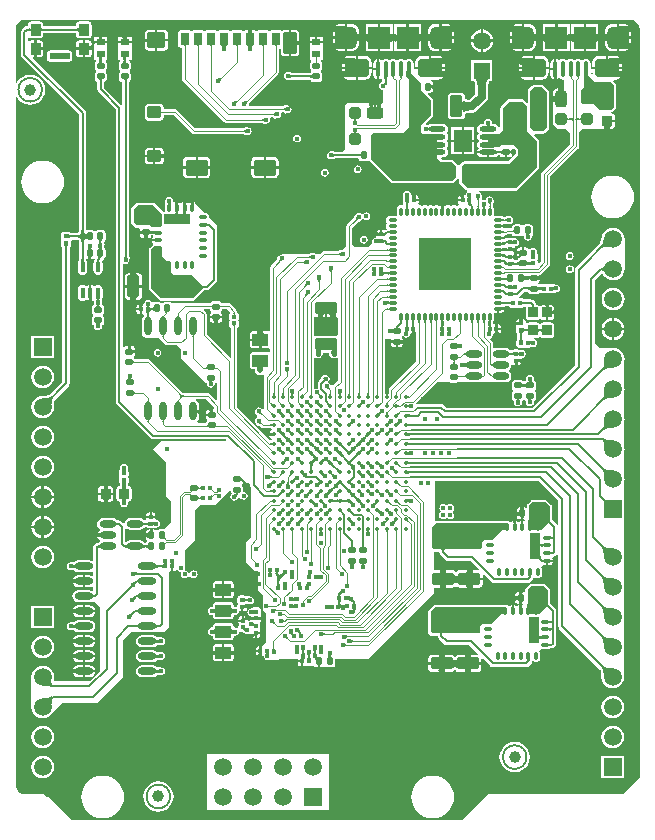
<source format=gtl>
G04 Layer_Physical_Order=1*
G04 Layer_Color=255*
%FSLAX25Y25*%
%MOIN*%
G70*
G01*
G75*
%ADD10C,0.00591*%
G04:AMPARAMS|DCode=11|XSize=35.43mil|YSize=31.5mil|CornerRadius=3.15mil|HoleSize=0mil|Usage=FLASHONLY|Rotation=90.000|XOffset=0mil|YOffset=0mil|HoleType=Round|Shape=RoundedRectangle|*
%AMROUNDEDRECTD11*
21,1,0.03543,0.02520,0,0,90.0*
21,1,0.02913,0.03150,0,0,90.0*
1,1,0.00630,0.01260,0.01457*
1,1,0.00630,0.01260,-0.01457*
1,1,0.00630,-0.01260,-0.01457*
1,1,0.00630,-0.01260,0.01457*
%
%ADD11ROUNDEDRECTD11*%
%ADD12O,0.05512X0.02362*%
%ADD13O,0.03228X0.01063*%
%ADD14O,0.01063X0.03228*%
%ADD15R,0.17520X0.17520*%
%ADD16R,0.02913X0.02126*%
%ADD17O,0.02362X0.06299*%
G04:AMPARAMS|DCode=18|XSize=74.8mil|YSize=53.15mil|CornerRadius=5.32mil|HoleSize=0mil|Usage=FLASHONLY|Rotation=180.000|XOffset=0mil|YOffset=0mil|HoleType=Round|Shape=RoundedRectangle|*
%AMROUNDEDRECTD18*
21,1,0.07480,0.04252,0,0,180.0*
21,1,0.06417,0.05315,0,0,180.0*
1,1,0.01063,-0.03209,0.02126*
1,1,0.01063,0.03209,0.02126*
1,1,0.01063,0.03209,-0.02126*
1,1,0.01063,-0.03209,-0.02126*
%
%ADD18ROUNDEDRECTD18*%
G04:AMPARAMS|DCode=19|XSize=47.24mil|YSize=39.37mil|CornerRadius=3.94mil|HoleSize=0mil|Usage=FLASHONLY|Rotation=180.000|XOffset=0mil|YOffset=0mil|HoleType=Round|Shape=RoundedRectangle|*
%AMROUNDEDRECTD19*
21,1,0.04724,0.03150,0,0,180.0*
21,1,0.03937,0.03937,0,0,180.0*
1,1,0.00787,-0.01968,0.01575*
1,1,0.00787,0.01968,0.01575*
1,1,0.00787,0.01968,-0.01575*
1,1,0.00787,-0.01968,-0.01575*
%
%ADD19ROUNDEDRECTD19*%
G04:AMPARAMS|DCode=20|XSize=29.53mil|YSize=43.31mil|CornerRadius=2.95mil|HoleSize=0mil|Usage=FLASHONLY|Rotation=180.000|XOffset=0mil|YOffset=0mil|HoleType=Round|Shape=RoundedRectangle|*
%AMROUNDEDRECTD20*
21,1,0.02953,0.03740,0,0,180.0*
21,1,0.02362,0.04331,0,0,180.0*
1,1,0.00591,-0.01181,0.01870*
1,1,0.00591,0.01181,0.01870*
1,1,0.00591,0.01181,-0.01870*
1,1,0.00591,-0.01181,-0.01870*
%
%ADD20ROUNDEDRECTD20*%
G04:AMPARAMS|DCode=21|XSize=70.87mil|YSize=46.06mil|CornerRadius=4.61mil|HoleSize=0mil|Usage=FLASHONLY|Rotation=90.000|XOffset=0mil|YOffset=0mil|HoleType=Round|Shape=RoundedRectangle|*
%AMROUNDEDRECTD21*
21,1,0.07087,0.03685,0,0,90.0*
21,1,0.06165,0.04606,0,0,90.0*
1,1,0.00921,0.01843,0.03083*
1,1,0.00921,0.01843,-0.03083*
1,1,0.00921,-0.01843,-0.03083*
1,1,0.00921,-0.01843,0.03083*
%
%ADD21ROUNDEDRECTD21*%
G04:AMPARAMS|DCode=22|XSize=61.02mil|YSize=53.15mil|CornerRadius=5.32mil|HoleSize=0mil|Usage=FLASHONLY|Rotation=180.000|XOffset=0mil|YOffset=0mil|HoleType=Round|Shape=RoundedRectangle|*
%AMROUNDEDRECTD22*
21,1,0.06102,0.04252,0,0,180.0*
21,1,0.05039,0.05315,0,0,180.0*
1,1,0.01063,-0.02520,0.02126*
1,1,0.01063,0.02520,0.02126*
1,1,0.01063,0.02520,-0.02126*
1,1,0.01063,-0.02520,-0.02126*
%
%ADD22ROUNDEDRECTD22*%
%ADD23C,0.01378*%
G04:AMPARAMS|DCode=24|XSize=36.61mil|YSize=35.04mil|CornerRadius=3.5mil|HoleSize=0mil|Usage=FLASHONLY|Rotation=90.000|XOffset=0mil|YOffset=0mil|HoleType=Round|Shape=RoundedRectangle|*
%AMROUNDEDRECTD24*
21,1,0.03661,0.02803,0,0,90.0*
21,1,0.02961,0.03504,0,0,90.0*
1,1,0.00701,0.01402,0.01480*
1,1,0.00701,0.01402,-0.01480*
1,1,0.00701,-0.01402,-0.01480*
1,1,0.00701,-0.01402,0.01480*
%
%ADD24ROUNDEDRECTD24*%
G04:AMPARAMS|DCode=25|XSize=15.75mil|YSize=14.57mil|CornerRadius=1.46mil|HoleSize=0mil|Usage=FLASHONLY|Rotation=0.000|XOffset=0mil|YOffset=0mil|HoleType=Round|Shape=RoundedRectangle|*
%AMROUNDEDRECTD25*
21,1,0.01575,0.01165,0,0,0.0*
21,1,0.01284,0.01457,0,0,0.0*
1,1,0.00291,0.00642,-0.00583*
1,1,0.00291,-0.00642,-0.00583*
1,1,0.00291,-0.00642,0.00583*
1,1,0.00291,0.00642,0.00583*
%
%ADD25ROUNDEDRECTD25*%
%ADD26O,0.06102X0.02362*%
G04:AMPARAMS|DCode=27|XSize=71.65mil|YSize=42.13mil|CornerRadius=4.21mil|HoleSize=0mil|Usage=FLASHONLY|Rotation=270.000|XOffset=0mil|YOffset=0mil|HoleType=Round|Shape=RoundedRectangle|*
%AMROUNDEDRECTD27*
21,1,0.07165,0.03370,0,0,270.0*
21,1,0.06323,0.04213,0,0,270.0*
1,1,0.00843,-0.01685,-0.03161*
1,1,0.00843,-0.01685,0.03161*
1,1,0.00843,0.01685,0.03161*
1,1,0.00843,0.01685,-0.03161*
%
%ADD27ROUNDEDRECTD27*%
G04:AMPARAMS|DCode=28|XSize=23.62mil|YSize=19.68mil|CornerRadius=1.97mil|HoleSize=0mil|Usage=FLASHONLY|Rotation=90.000|XOffset=0mil|YOffset=0mil|HoleType=Round|Shape=RoundedRectangle|*
%AMROUNDEDRECTD28*
21,1,0.02362,0.01575,0,0,90.0*
21,1,0.01968,0.01968,0,0,90.0*
1,1,0.00394,0.00787,0.00984*
1,1,0.00394,0.00787,-0.00984*
1,1,0.00394,-0.00787,-0.00984*
1,1,0.00394,-0.00787,0.00984*
%
%ADD28ROUNDEDRECTD28*%
G04:AMPARAMS|DCode=29|XSize=16.14mil|YSize=14.57mil|CornerRadius=1.46mil|HoleSize=0mil|Usage=FLASHONLY|Rotation=180.000|XOffset=0mil|YOffset=0mil|HoleType=Round|Shape=RoundedRectangle|*
%AMROUNDEDRECTD29*
21,1,0.01614,0.01165,0,0,180.0*
21,1,0.01323,0.01457,0,0,180.0*
1,1,0.00291,-0.00661,0.00583*
1,1,0.00291,0.00661,0.00583*
1,1,0.00291,0.00661,-0.00583*
1,1,0.00291,-0.00661,-0.00583*
%
%ADD29ROUNDEDRECTD29*%
G04:AMPARAMS|DCode=30|XSize=11.81mil|YSize=23.62mil|CornerRadius=1.95mil|HoleSize=0mil|Usage=FLASHONLY|Rotation=180.000|XOffset=0mil|YOffset=0mil|HoleType=Round|Shape=RoundedRectangle|*
%AMROUNDEDRECTD30*
21,1,0.01181,0.01972,0,0,180.0*
21,1,0.00791,0.02362,0,0,180.0*
1,1,0.00390,-0.00396,0.00986*
1,1,0.00390,0.00396,0.00986*
1,1,0.00390,0.00396,-0.00986*
1,1,0.00390,-0.00396,-0.00986*
%
%ADD30ROUNDEDRECTD30*%
G04:AMPARAMS|DCode=31|XSize=11.81mil|YSize=23.62mil|CornerRadius=1.95mil|HoleSize=0mil|Usage=FLASHONLY|Rotation=90.000|XOffset=0mil|YOffset=0mil|HoleType=Round|Shape=RoundedRectangle|*
%AMROUNDEDRECTD31*
21,1,0.01181,0.01972,0,0,90.0*
21,1,0.00791,0.02362,0,0,90.0*
1,1,0.00390,0.00986,0.00396*
1,1,0.00390,0.00986,-0.00396*
1,1,0.00390,-0.00986,-0.00396*
1,1,0.00390,-0.00986,0.00396*
%
%ADD31ROUNDEDRECTD31*%
%ADD32R,0.08858X0.03543*%
%ADD33R,0.06102X0.07283*%
%ADD34O,0.05709X0.01772*%
G04:AMPARAMS|DCode=35|XSize=39.37mil|YSize=55.12mil|CornerRadius=9.84mil|HoleSize=0mil|Usage=FLASHONLY|Rotation=90.000|XOffset=0mil|YOffset=0mil|HoleType=Round|Shape=RoundedRectangle|*
%AMROUNDEDRECTD35*
21,1,0.03937,0.03543,0,0,90.0*
21,1,0.01968,0.05512,0,0,90.0*
1,1,0.01968,0.01772,0.00984*
1,1,0.01968,0.01772,-0.00984*
1,1,0.01968,-0.01772,-0.00984*
1,1,0.01968,-0.01772,0.00984*
%
%ADD35ROUNDEDRECTD35*%
G04:AMPARAMS|DCode=36|XSize=39.37mil|YSize=39.37mil|CornerRadius=9.84mil|HoleSize=0mil|Usage=FLASHONLY|Rotation=90.000|XOffset=0mil|YOffset=0mil|HoleType=Round|Shape=RoundedRectangle|*
%AMROUNDEDRECTD36*
21,1,0.03937,0.01968,0,0,90.0*
21,1,0.01968,0.03937,0,0,90.0*
1,1,0.01968,0.00984,0.00984*
1,1,0.01968,0.00984,-0.00984*
1,1,0.01968,-0.00984,-0.00984*
1,1,0.01968,-0.00984,0.00984*
%
%ADD36ROUNDEDRECTD36*%
%ADD37O,0.01575X0.03740*%
G04:AMPARAMS|DCode=38|XSize=35.43mil|YSize=39.37mil|CornerRadius=3.54mil|HoleSize=0mil|Usage=FLASHONLY|Rotation=180.000|XOffset=0mil|YOffset=0mil|HoleType=Round|Shape=RoundedRectangle|*
%AMROUNDEDRECTD38*
21,1,0.03543,0.03228,0,0,180.0*
21,1,0.02835,0.03937,0,0,180.0*
1,1,0.00709,-0.01417,0.01614*
1,1,0.00709,0.01417,0.01614*
1,1,0.00709,0.01417,-0.01614*
1,1,0.00709,-0.01417,-0.01614*
%
%ADD38ROUNDEDRECTD38*%
G04:AMPARAMS|DCode=39|XSize=66.93mil|YSize=21.65mil|CornerRadius=2.16mil|HoleSize=0mil|Usage=FLASHONLY|Rotation=180.000|XOffset=0mil|YOffset=0mil|HoleType=Round|Shape=RoundedRectangle|*
%AMROUNDEDRECTD39*
21,1,0.06693,0.01732,0,0,180.0*
21,1,0.06260,0.02165,0,0,180.0*
1,1,0.00433,-0.03130,0.00866*
1,1,0.00433,0.03130,0.00866*
1,1,0.00433,0.03130,-0.00866*
1,1,0.00433,-0.03130,-0.00866*
%
%ADD39ROUNDEDRECTD39*%
G04:AMPARAMS|DCode=40|XSize=82.68mil|YSize=62.99mil|CornerRadius=15.75mil|HoleSize=0mil|Usage=FLASHONLY|Rotation=180.000|XOffset=0mil|YOffset=0mil|HoleType=Round|Shape=RoundedRectangle|*
%AMROUNDEDRECTD40*
21,1,0.08268,0.03150,0,0,180.0*
21,1,0.05118,0.06299,0,0,180.0*
1,1,0.03150,-0.02559,0.01575*
1,1,0.03150,0.02559,0.01575*
1,1,0.03150,0.02559,-0.01575*
1,1,0.03150,-0.02559,-0.01575*
%
%ADD40ROUNDEDRECTD40*%
%ADD41O,0.01575X0.05315*%
G04:AMPARAMS|DCode=42|XSize=70.87mil|YSize=74.8mil|CornerRadius=17.72mil|HoleSize=0mil|Usage=FLASHONLY|Rotation=180.000|XOffset=0mil|YOffset=0mil|HoleType=Round|Shape=RoundedRectangle|*
%AMROUNDEDRECTD42*
21,1,0.07087,0.03937,0,0,180.0*
21,1,0.03543,0.07480,0,0,180.0*
1,1,0.03543,-0.01772,0.01968*
1,1,0.03543,0.01772,0.01968*
1,1,0.03543,0.01772,-0.01968*
1,1,0.03543,-0.01772,-0.01968*
%
%ADD42ROUNDEDRECTD42*%
%ADD43R,0.07480X0.07480*%
G04:AMPARAMS|DCode=44|XSize=54.33mil|YSize=41.34mil|CornerRadius=4.13mil|HoleSize=0mil|Usage=FLASHONLY|Rotation=180.000|XOffset=0mil|YOffset=0mil|HoleType=Round|Shape=RoundedRectangle|*
%AMROUNDEDRECTD44*
21,1,0.05433,0.03307,0,0,180.0*
21,1,0.04606,0.04134,0,0,180.0*
1,1,0.00827,-0.02303,0.01654*
1,1,0.00827,0.02303,0.01654*
1,1,0.00827,0.02303,-0.01654*
1,1,0.00827,-0.02303,-0.01654*
%
%ADD44ROUNDEDRECTD44*%
G04:AMPARAMS|DCode=45|XSize=78.74mil|YSize=43.31mil|CornerRadius=4.33mil|HoleSize=0mil|Usage=FLASHONLY|Rotation=180.000|XOffset=0mil|YOffset=0mil|HoleType=Round|Shape=RoundedRectangle|*
%AMROUNDEDRECTD45*
21,1,0.07874,0.03465,0,0,180.0*
21,1,0.07008,0.04331,0,0,180.0*
1,1,0.00866,-0.03504,0.01732*
1,1,0.00866,0.03504,0.01732*
1,1,0.00866,0.03504,-0.01732*
1,1,0.00866,-0.03504,-0.01732*
%
%ADD45ROUNDEDRECTD45*%
G04:AMPARAMS|DCode=46|XSize=31.5mil|YSize=31.5mil|CornerRadius=3.15mil|HoleSize=0mil|Usage=FLASHONLY|Rotation=180.000|XOffset=0mil|YOffset=0mil|HoleType=Round|Shape=RoundedRectangle|*
%AMROUNDEDRECTD46*
21,1,0.03150,0.02520,0,0,180.0*
21,1,0.02520,0.03150,0,0,180.0*
1,1,0.00630,-0.01260,0.01260*
1,1,0.00630,0.01260,0.01260*
1,1,0.00630,0.01260,-0.01260*
1,1,0.00630,-0.01260,-0.01260*
%
%ADD46ROUNDEDRECTD46*%
G04:AMPARAMS|DCode=47|XSize=23.62mil|YSize=19.68mil|CornerRadius=1.97mil|HoleSize=0mil|Usage=FLASHONLY|Rotation=180.000|XOffset=0mil|YOffset=0mil|HoleType=Round|Shape=RoundedRectangle|*
%AMROUNDEDRECTD47*
21,1,0.02362,0.01575,0,0,180.0*
21,1,0.01968,0.01968,0,0,180.0*
1,1,0.00394,-0.00984,0.00787*
1,1,0.00394,0.00984,0.00787*
1,1,0.00394,0.00984,-0.00787*
1,1,0.00394,-0.00984,-0.00787*
%
%ADD47ROUNDEDRECTD47*%
G04:AMPARAMS|DCode=48|XSize=15.75mil|YSize=14.57mil|CornerRadius=1.46mil|HoleSize=0mil|Usage=FLASHONLY|Rotation=90.000|XOffset=0mil|YOffset=0mil|HoleType=Round|Shape=RoundedRectangle|*
%AMROUNDEDRECTD48*
21,1,0.01575,0.01165,0,0,90.0*
21,1,0.01284,0.01457,0,0,90.0*
1,1,0.00291,0.00583,0.00642*
1,1,0.00291,0.00583,-0.00642*
1,1,0.00291,-0.00583,-0.00642*
1,1,0.00291,-0.00583,0.00642*
%
%ADD48ROUNDEDRECTD48*%
%ADD49C,0.03937*%
G04:AMPARAMS|DCode=50|XSize=71.65mil|YSize=42.13mil|CornerRadius=4.21mil|HoleSize=0mil|Usage=FLASHONLY|Rotation=180.000|XOffset=0mil|YOffset=0mil|HoleType=Round|Shape=RoundedRectangle|*
%AMROUNDEDRECTD50*
21,1,0.07165,0.03370,0,0,180.0*
21,1,0.06323,0.04213,0,0,180.0*
1,1,0.00843,-0.03161,0.01685*
1,1,0.00843,0.03161,0.01685*
1,1,0.00843,0.03161,-0.01685*
1,1,0.00843,-0.03161,-0.01685*
%
%ADD50ROUNDEDRECTD50*%
G04:AMPARAMS|DCode=51|XSize=39.37mil|YSize=39.37mil|CornerRadius=9.84mil|HoleSize=0mil|Usage=FLASHONLY|Rotation=180.000|XOffset=0mil|YOffset=0mil|HoleType=Round|Shape=RoundedRectangle|*
%AMROUNDEDRECTD51*
21,1,0.03937,0.01968,0,0,180.0*
21,1,0.01968,0.03937,0,0,180.0*
1,1,0.01968,-0.00984,0.00984*
1,1,0.01968,0.00984,0.00984*
1,1,0.01968,0.00984,-0.00984*
1,1,0.01968,-0.00984,-0.00984*
%
%ADD51ROUNDEDRECTD51*%
G04:AMPARAMS|DCode=52|XSize=39.37mil|YSize=55.12mil|CornerRadius=9.84mil|HoleSize=0mil|Usage=FLASHONLY|Rotation=180.000|XOffset=0mil|YOffset=0mil|HoleType=Round|Shape=RoundedRectangle|*
%AMROUNDEDRECTD52*
21,1,0.03937,0.03543,0,0,180.0*
21,1,0.01968,0.05512,0,0,180.0*
1,1,0.01968,-0.00984,0.01772*
1,1,0.01968,0.00984,0.01772*
1,1,0.01968,0.00984,-0.01772*
1,1,0.01968,-0.00984,-0.01772*
%
%ADD52ROUNDEDRECTD52*%
G04:AMPARAMS|DCode=53|XSize=36.61mil|YSize=35.04mil|CornerRadius=3.5mil|HoleSize=0mil|Usage=FLASHONLY|Rotation=180.000|XOffset=0mil|YOffset=0mil|HoleType=Round|Shape=RoundedRectangle|*
%AMROUNDEDRECTD53*
21,1,0.03661,0.02803,0,0,180.0*
21,1,0.02961,0.03504,0,0,180.0*
1,1,0.00701,-0.01480,0.01402*
1,1,0.00701,0.01480,0.01402*
1,1,0.00701,0.01480,-0.01402*
1,1,0.00701,-0.01480,-0.01402*
%
%ADD53ROUNDEDRECTD53*%
%ADD54R,0.03543X0.08858*%
%ADD55C,0.00394*%
%ADD56C,0.00787*%
%ADD57C,0.01181*%
%ADD58C,0.00300*%
%ADD59C,0.00315*%
%ADD60C,0.01968*%
%ADD61C,0.01575*%
%ADD62C,0.02756*%
%ADD63C,0.00472*%
%ADD64R,0.05905X0.05905*%
%ADD65C,0.05905*%
%ADD66R,0.05905X0.05905*%
%ADD67R,0.05315X0.05315*%
%ADD68C,0.01772*%
G36*
X206063Y268991D02*
X206821Y268891D01*
X207527Y268599D01*
X208133Y268133D01*
X208598Y267527D01*
X208891Y266821D01*
X208991Y266063D01*
X208997D01*
Y16400D01*
X203600Y11004D01*
X159016D01*
X158632Y10927D01*
X158306Y10710D01*
X157872Y10276D01*
X157872D01*
X150959Y3362D01*
X149902Y2305D01*
X19813Y2305D01*
X12133Y9995D01*
X11424Y9995D01*
X10710Y10710D01*
X10384Y10927D01*
X10000Y11004D01*
X3937D01*
Y11009D01*
X3179Y11109D01*
X2473Y11401D01*
X1867Y11867D01*
X1401Y12473D01*
X1109Y13179D01*
X1009Y13937D01*
X1003D01*
Y243322D01*
X1390Y243399D01*
X1481Y243177D01*
X2286Y242129D01*
X3335Y241324D01*
X4556Y240818D01*
X5866Y240646D01*
X7176Y240818D01*
X8398Y241324D01*
X9446Y242129D01*
X10251Y243177D01*
X10757Y244398D01*
X10929Y245709D01*
X10757Y247019D01*
X10251Y248240D01*
X9446Y249289D01*
X8398Y250093D01*
X7176Y250599D01*
X5866Y250772D01*
X4556Y250599D01*
X3335Y250093D01*
X2286Y249289D01*
X1481Y248240D01*
X1390Y248019D01*
X1003Y248095D01*
Y266063D01*
X1009D01*
X1109Y266821D01*
X1401Y267527D01*
X1867Y268133D01*
X2473Y268599D01*
X3179Y268891D01*
X3937Y268991D01*
Y268997D01*
X206063D01*
Y268991D01*
D02*
G37*
%LPC*%
G36*
X27504Y61532D02*
X24098D01*
Y59918D01*
X25575D01*
X26343Y60071D01*
X26994Y60506D01*
X27429Y61157D01*
X27504Y61532D01*
D02*
G37*
G36*
X134382Y210609D02*
X134193D01*
Y210590D01*
X134291D01*
X134293Y210446D01*
X134321Y210115D01*
X134518D01*
X134475Y210069D01*
X134436Y210017D01*
X134402Y209960D01*
X134373Y209899D01*
X134386Y209868D01*
X134415Y209819D01*
X134448Y209783D01*
X134484Y209760D01*
X134328D01*
X134327Y209760D01*
X134312Y209683D01*
X134300Y209601D01*
X134294Y209515D01*
X134291Y209423D01*
X134193D01*
Y209409D01*
X135333D01*
Y209658D01*
X135261Y210021D01*
X135055Y210330D01*
X134746Y210536D01*
X134382Y210609D01*
D02*
G37*
G36*
X81568Y165279D02*
X80295D01*
X79827Y165186D01*
X79430Y164921D01*
X79164Y164524D01*
X79071Y164055D01*
Y162795D01*
X82205D01*
Y164452D01*
X81433D01*
X81460Y164464D01*
X81484Y164498D01*
X81505Y164555D01*
X81524Y164635D01*
X81539Y164737D01*
X81562Y165010D01*
X81568Y165279D01*
D02*
G37*
G36*
X149626Y210570D02*
X149437D01*
X149073Y210497D01*
X148764Y210291D01*
X148558Y209982D01*
X148486Y209618D01*
Y209370D01*
X149626D01*
Y209384D01*
X149488D01*
X149486Y209475D01*
X149479Y209562D01*
X149468Y209644D01*
X149452Y209720D01*
X149452Y209721D01*
X149335Y209720D01*
X149364Y209740D01*
X149390Y209774D01*
X149413Y209822D01*
X149416Y209833D01*
X149407Y209859D01*
X149377Y209921D01*
X149343Y209977D01*
X149305Y210029D01*
X149262Y210076D01*
X149466D01*
X149482Y210272D01*
X149488Y210550D01*
X149626D01*
Y210570D01*
D02*
G37*
G36*
X46835Y63932D02*
X43095D01*
X42326Y63779D01*
X41675Y63344D01*
X41240Y62693D01*
X41087Y61925D01*
X41240Y61157D01*
X41675Y60506D01*
X42326Y60071D01*
X43095Y59918D01*
X46835D01*
X47603Y60071D01*
X48254Y60506D01*
X48371Y60681D01*
X48438Y60640D01*
X48554Y60563D01*
X48572Y60560D01*
X48586Y60551D01*
X48725Y60530D01*
X48862Y60503D01*
X48879Y60507D01*
X48896Y60504D01*
X49032Y60538D01*
X49169Y60566D01*
X49183Y60576D01*
X49200Y60580D01*
X49309Y60660D01*
X49488Y60624D01*
X49987Y60724D01*
X50411Y61007D01*
X50694Y61430D01*
X50793Y61929D01*
X50694Y62428D01*
X50411Y62852D01*
X49987Y63134D01*
X49488Y63234D01*
X49298Y63196D01*
X49188Y63276D01*
X49171Y63280D01*
X49157Y63289D01*
X49020Y63316D01*
X48884Y63349D01*
X48866Y63346D01*
X48849Y63349D01*
X48713Y63321D01*
X48574Y63299D01*
X48559Y63290D01*
X48542Y63287D01*
X48254Y63344D01*
X47603Y63779D01*
X46835Y63932D01*
D02*
G37*
G36*
X10000Y222121D02*
X8611Y221984D01*
X7275Y221579D01*
X6044Y220921D01*
X4965Y220035D01*
X4079Y218956D01*
X3421Y217725D01*
X3016Y216389D01*
X2879Y215000D01*
X3016Y213611D01*
X3421Y212275D01*
X4079Y211044D01*
X4965Y209965D01*
X6044Y209079D01*
X7275Y208421D01*
X8611Y208016D01*
X10000Y207879D01*
X11389Y208016D01*
X12725Y208421D01*
X13956Y209079D01*
X15035Y209965D01*
X15921Y211044D01*
X16579Y212275D01*
X16984Y213611D01*
X17121Y215000D01*
X16984Y216389D01*
X16579Y217725D01*
X15921Y218956D01*
X15035Y220035D01*
X13956Y220921D01*
X12725Y221579D01*
X11389Y221984D01*
X10000Y222121D01*
D02*
G37*
G36*
X170130Y169388D02*
X169882D01*
Y169369D01*
X169885Y169238D01*
X169896Y169117D01*
X169913Y169007D01*
X169931Y168934D01*
X170108D01*
X170065Y168887D01*
X170027Y168836D01*
X169993Y168779D01*
X169991Y168775D01*
X170008Y168742D01*
X170054Y168675D01*
X170106Y168619D01*
X170166Y168574D01*
X170232Y168539D01*
X169910D01*
X169902Y168502D01*
X169891Y168420D01*
X169884Y168333D01*
X169882Y168242D01*
Y167854D01*
X169488D01*
Y167461D01*
X167895D01*
Y167272D01*
X167967Y166908D01*
X168085Y166732D01*
X167967Y166557D01*
X167895Y166193D01*
Y165028D01*
X167967Y164664D01*
X168093Y164476D01*
X168131Y164408D01*
X168148Y164394D01*
X168174Y164355D01*
X168277Y164286D01*
X168283Y164250D01*
X168284Y164241D01*
Y162787D01*
X168283Y162780D01*
X168277Y162735D01*
X168213Y162692D01*
X168184Y162649D01*
X168164Y162632D01*
X168126Y162562D01*
X168007Y162384D01*
X167935Y162020D01*
Y160736D01*
X168007Y160372D01*
X168213Y160064D01*
X168522Y159857D01*
X168886Y159785D01*
X170051D01*
X170415Y159857D01*
X170591Y159974D01*
X170766Y159857D01*
X171130Y159785D01*
X172295D01*
X172659Y159857D01*
X172796Y159948D01*
X172809Y159945D01*
X172827Y159948D01*
X172845Y159944D01*
X172981Y159971D01*
X173118Y159993D01*
X173134Y160002D01*
X173152Y160006D01*
X173265Y160082D01*
X173504Y160034D01*
X174003Y160133D01*
X174426Y160416D01*
X174709Y160839D01*
X174809Y161339D01*
X174709Y161838D01*
X174426Y162261D01*
X174003Y162544D01*
X173640Y162616D01*
X173678Y163010D01*
X174764D01*
X175194Y163095D01*
X175558Y163339D01*
X175629Y163445D01*
X176103D01*
X176174Y163339D01*
X176538Y163095D01*
X176969Y163010D01*
X179488D01*
X179918Y163095D01*
X180283Y163339D01*
X180527Y163704D01*
X180612Y164134D01*
Y167047D01*
X180527Y167477D01*
X180283Y167842D01*
X179918Y168086D01*
X179488Y168171D01*
X176969D01*
X176538Y168086D01*
X176174Y167842D01*
X176103Y167736D01*
X175629D01*
X175558Y167842D01*
X175194Y168086D01*
X174764Y168171D01*
X172244D01*
X171814Y168086D01*
X171475Y167859D01*
X171340Y167889D01*
X171081Y168000D01*
Y168437D01*
X171009Y168801D01*
X170803Y169110D01*
X170494Y169316D01*
X170130Y169388D01*
D02*
G37*
G36*
X115079Y220517D02*
X114579Y220418D01*
X114156Y220135D01*
X113874Y219712D01*
X113774Y219213D01*
X113874Y218713D01*
X114156Y218290D01*
X114579Y218007D01*
X115079Y217908D01*
X115578Y218007D01*
X116001Y218290D01*
X116284Y218713D01*
X116383Y219213D01*
X116284Y219712D01*
X116001Y220135D01*
X115578Y220418D01*
X115079Y220517D01*
D02*
G37*
G36*
X60992Y219390D02*
X57660D01*
Y218996D01*
X57652Y219071D01*
X57627Y219138D01*
X57587Y219197D01*
X57532Y219248D01*
X57460Y219291D01*
X57372Y219327D01*
X57268Y219354D01*
X57148Y219374D01*
X57012Y219386D01*
X56862Y219390D01*
X56832D01*
Y217657D01*
X56935Y217143D01*
X57226Y216707D01*
X57663Y216415D01*
X58177Y216313D01*
X60992D01*
Y219390D01*
D02*
G37*
G36*
X65939D02*
X65910D01*
X65760Y219386D01*
X65624Y219374D01*
X65504Y219354D01*
X65400Y219327D01*
X65312Y219291D01*
X65240Y219248D01*
X65184Y219197D01*
X65144Y219138D01*
X65120Y219071D01*
X65112Y218996D01*
Y219390D01*
X61779D01*
Y216313D01*
X64595D01*
X65109Y216415D01*
X65545Y216707D01*
X65837Y217143D01*
X65939Y217657D01*
Y219390D01*
D02*
G37*
G36*
X104055Y219375D02*
X103556Y219276D01*
X103133Y218993D01*
X102850Y218570D01*
X102751Y218071D01*
X102850Y217572D01*
X103133Y217148D01*
X103556Y216866D01*
X104055Y216766D01*
X104554Y216866D01*
X104978Y217148D01*
X105260Y217572D01*
X105360Y218071D01*
X105260Y218570D01*
X104978Y218993D01*
X104554Y219276D01*
X104055Y219375D01*
D02*
G37*
G36*
X83709Y219390D02*
X80376D01*
Y218996D01*
X80368Y219071D01*
X80344Y219138D01*
X80304Y219197D01*
X80248Y219248D01*
X80176Y219291D01*
X80088Y219327D01*
X79984Y219354D01*
X79864Y219374D01*
X79729Y219386D01*
X79578Y219390D01*
X79549D01*
Y217657D01*
X79651Y217143D01*
X79943Y216707D01*
X80379Y216415D01*
X80894Y216313D01*
X83709D01*
Y219390D01*
D02*
G37*
G36*
X82217Y60282D02*
X82028D01*
X81664Y60210D01*
X81355Y60003D01*
X81149Y59695D01*
X81076Y59331D01*
Y59083D01*
X82217D01*
Y60282D01*
D02*
G37*
G36*
X88656Y219390D02*
X84496D01*
Y216313D01*
X87311D01*
X87826Y216415D01*
X88262Y216707D01*
X88553Y217143D01*
X88656Y217657D01*
Y219390D01*
D02*
G37*
G36*
X200000Y217121D02*
X198611Y216984D01*
X197275Y216579D01*
X196044Y215921D01*
X194965Y215035D01*
X194079Y213956D01*
X193421Y212725D01*
X193016Y211389D01*
X192879Y210000D01*
X193016Y208611D01*
X193421Y207275D01*
X194079Y206044D01*
X194965Y204965D01*
X196044Y204079D01*
X197275Y203421D01*
X198611Y203016D01*
X200000Y202879D01*
X201389Y203016D01*
X202725Y203421D01*
X203956Y204079D01*
X205035Y204965D01*
X205921Y206044D01*
X206579Y207275D01*
X206984Y208611D01*
X207121Y210000D01*
X206984Y211389D01*
X206579Y212725D01*
X205921Y213956D01*
X205035Y215035D01*
X203956Y215921D01*
X202725Y216579D01*
X201389Y216984D01*
X200000Y217121D01*
D02*
G37*
G36*
X82621Y64236D02*
X81421D01*
Y63096D01*
X81669D01*
X82033Y63168D01*
X82342Y63375D01*
X82548Y63683D01*
X82621Y64047D01*
Y64236D01*
D02*
G37*
G36*
X9606Y109606D02*
X6279D01*
X6356Y109024D01*
X6733Y108114D01*
X7333Y107333D01*
X8114Y106733D01*
X9024Y106356D01*
X9606Y106279D01*
Y109606D01*
D02*
G37*
G36*
X13721D02*
X10394D01*
Y106279D01*
X10976Y106356D01*
X11886Y106733D01*
X12667Y107333D01*
X13267Y108114D01*
X13644Y109024D01*
X13721Y109606D01*
D02*
G37*
G36*
X199803Y169685D02*
X199221Y169608D01*
X198311Y169231D01*
X197529Y168632D01*
X196930Y167851D01*
X196553Y166941D01*
X196476Y166358D01*
X199803D01*
Y169685D01*
D02*
G37*
G36*
X172480Y150596D02*
X171981Y150497D01*
X171558Y150214D01*
X171275Y149791D01*
X171176Y149291D01*
X171212Y149107D01*
X171132Y148997D01*
X171128Y148980D01*
X171119Y148966D01*
X171109Y148917D01*
X170787Y148702D01*
X170749Y148645D01*
X170275D01*
X170237Y148702D01*
X169912Y148919D01*
X169528Y148996D01*
X167559D01*
X167175Y148919D01*
X166850Y148702D01*
X166632Y148376D01*
X166556Y147992D01*
Y146417D01*
X166632Y146033D01*
X166850Y145708D01*
X166906Y145670D01*
Y145196D01*
X166850Y145159D01*
X166632Y144833D01*
X166556Y144449D01*
Y142874D01*
X166632Y142490D01*
X166850Y142165D01*
X167048Y142032D01*
X167076Y141919D01*
X167103Y141782D01*
X167112Y141768D01*
X167117Y141751D01*
X167197Y141641D01*
X167160Y141457D01*
X167259Y140957D01*
X167542Y140534D01*
X167965Y140251D01*
X168465Y140152D01*
X168964Y140251D01*
X169387Y140534D01*
X169670Y140957D01*
X169769Y141457D01*
X169743Y141588D01*
X169912Y141947D01*
X170237Y142165D01*
X170275Y142221D01*
X170749D01*
X170787Y142165D01*
X171044Y141993D01*
X171052Y141958D01*
X171079Y141821D01*
X171089Y141807D01*
X171093Y141790D01*
X171173Y141681D01*
X171136Y141496D01*
X171236Y140997D01*
X171519Y140574D01*
X171942Y140291D01*
X172441Y140191D01*
X172940Y140291D01*
X173363Y140574D01*
X173646Y140997D01*
X173746Y141496D01*
X173726Y141592D01*
X173849Y141947D01*
X174174Y142165D01*
X174392Y142490D01*
X174468Y142874D01*
Y144449D01*
X174392Y144833D01*
X174174Y145159D01*
X174118Y145196D01*
Y145670D01*
X174174Y145708D01*
X174392Y146033D01*
X174468Y146417D01*
Y147992D01*
X174392Y148376D01*
X174174Y148702D01*
X173852Y148917D01*
X173842Y148966D01*
X173832Y148981D01*
X173828Y148997D01*
X173748Y149107D01*
X173785Y149291D01*
X173686Y149791D01*
X173403Y150214D01*
X172979Y150497D01*
X172480Y150596D01*
D02*
G37*
G36*
X37087Y121051D02*
X36549Y120944D01*
X36093Y120639D01*
X35789Y120183D01*
X35682Y119646D01*
Y119166D01*
X35681Y119139D01*
X35674Y119065D01*
X35664Y119013D01*
X35667Y118994D01*
X35666Y118982D01*
X35665Y118971D01*
X35665Y118966D01*
X35661Y118919D01*
X35660Y118913D01*
X35643Y118894D01*
X35632Y118861D01*
X35566Y118762D01*
X35493Y118398D01*
Y117232D01*
X35566Y116868D01*
X35683Y116693D01*
X35566Y116518D01*
X35493Y116154D01*
Y114988D01*
X35566Y114624D01*
X35628Y114531D01*
X35636Y114504D01*
X35648Y114490D01*
X35682Y114001D01*
Y113774D01*
X35675Y113701D01*
X35667Y113653D01*
X35280Y113576D01*
X34904Y113324D01*
X34653Y112948D01*
X34564Y112504D01*
Y109543D01*
X34653Y109099D01*
X34904Y108723D01*
X35280Y108472D01*
X35721Y108384D01*
Y108071D01*
X35828Y107533D01*
X36132Y107077D01*
X36588Y106773D01*
X37126Y106666D01*
X37664Y106773D01*
X38119Y107077D01*
X38424Y107533D01*
X38531Y108071D01*
Y108384D01*
X38971Y108472D01*
X39348Y108723D01*
X39599Y109099D01*
X39688Y109543D01*
Y112504D01*
X39599Y112948D01*
X39348Y113324D01*
X38971Y113576D01*
X38528Y113664D01*
X38504D01*
X38498Y113701D01*
X38492Y113774D01*
Y114153D01*
X38493Y114216D01*
X38513Y114454D01*
X38517Y114480D01*
X38537Y114504D01*
X38545Y114531D01*
X38607Y114624D01*
X38680Y114988D01*
Y116154D01*
X38607Y116518D01*
X38490Y116693D01*
X38607Y116868D01*
X38680Y117232D01*
Y118398D01*
X38607Y118762D01*
X38541Y118861D01*
X38530Y118894D01*
X38524Y118902D01*
X38492Y119334D01*
Y119646D01*
X38385Y120183D01*
X38080Y120639D01*
X37624Y120944D01*
X37087Y121051D01*
D02*
G37*
G36*
X23311Y63932D02*
X21835D01*
X21067Y63779D01*
X20415Y63344D01*
X19980Y62693D01*
X19948Y62529D01*
X20084Y62541D01*
X20084Y62546D01*
X20092Y62542D01*
X20219Y62554D01*
X20394Y62584D01*
X20561Y62623D01*
X20717Y62670D01*
X20864Y62726D01*
X21001Y62791D01*
X21128Y62864D01*
X21245Y62946D01*
Y62319D01*
X23311D01*
Y63932D01*
D02*
G37*
G36*
X10394Y103721D02*
Y100394D01*
X13721D01*
X13644Y100976D01*
X13267Y101886D01*
X12667Y102667D01*
X11886Y103267D01*
X10976Y103644D01*
X10394Y103721D01*
D02*
G37*
G36*
X23311Y61532D02*
X21245D01*
Y60904D01*
X21128Y60986D01*
X21001Y61059D01*
X20864Y61124D01*
X20717Y61180D01*
X20561Y61228D01*
X20394Y61266D01*
X20219Y61297D01*
X20119Y61308D01*
X20079Y61306D01*
X20079Y61313D01*
X20033Y61318D01*
X19948Y61322D01*
X19980Y61157D01*
X20415Y60506D01*
X21067Y60071D01*
X21835Y59918D01*
X23311D01*
Y61532D01*
D02*
G37*
G36*
X25575Y63932D02*
X24098D01*
Y62319D01*
X27504D01*
X27429Y62693D01*
X26994Y63344D01*
X26343Y63779D01*
X25575Y63932D01*
D02*
G37*
G36*
X52185Y209986D02*
X51686Y209886D01*
X51262Y209604D01*
X50980Y209180D01*
X50880Y208681D01*
X50917Y208496D01*
X50915Y208494D01*
X50831Y208373D01*
X50828Y208364D01*
X50823Y208356D01*
X50795Y208211D01*
X50762Y208067D01*
X50764Y208058D01*
X50762Y208049D01*
X50791Y207904D01*
X50816Y207758D01*
X50821Y207751D01*
X50823Y207741D01*
X50868Y207674D01*
X50864Y207669D01*
X50788Y207285D01*
Y205313D01*
X50628Y205118D01*
X50033D01*
X47339Y207812D01*
X47079Y207986D01*
X46772Y208047D01*
X41693D01*
X41386Y207986D01*
X41125Y207812D01*
X39787Y206473D01*
X39613Y206213D01*
X39551Y205906D01*
Y201535D01*
X39613Y201228D01*
X39787Y200968D01*
X39787Y200968D01*
X40850Y199905D01*
X41110Y199731D01*
X41417Y199670D01*
X42179D01*
X42386Y199370D01*
X42410Y199276D01*
X42343Y198937D01*
Y198543D01*
X42463D01*
Y198750D01*
X42510Y198707D01*
X42562Y198669D01*
X42619Y198635D01*
X42681Y198605D01*
X42747Y198580D01*
X42796Y198566D01*
X42871Y198587D01*
X42959Y198622D01*
X43031Y198665D01*
X43087Y198716D01*
X43127Y198776D01*
X43151Y198843D01*
X43158Y198917D01*
X43160Y198543D01*
X44331D01*
Y198150D01*
X44724D01*
Y197197D01*
X45409Y197214D01*
X45335Y197204D01*
X45269Y197177D01*
X45210Y197134D01*
X45160Y197075D01*
X45117Y196999D01*
X45082Y196907D01*
X45055Y196799D01*
X45035Y196674D01*
X45033Y196647D01*
X45040Y196597D01*
X45056Y196520D01*
X45076Y196448D01*
X45101Y196381D01*
X45112Y196359D01*
X45315D01*
X45699Y196435D01*
X46025Y196653D01*
X46242Y196978D01*
X46288Y197210D01*
X46293Y197212D01*
X46698Y197252D01*
X46793Y197110D01*
X46826Y196850D01*
X46793Y196590D01*
X46632Y196350D01*
X46556Y195966D01*
Y195965D01*
X46575D01*
X46722Y195966D01*
X47176Y196000D01*
X47254Y196016D01*
X47316Y196034D01*
X47365Y196055D01*
X47398Y196080D01*
X47417Y196107D01*
Y195965D01*
X48543D01*
Y195177D01*
X47417D01*
Y195035D01*
X47398Y195062D01*
X47365Y195086D01*
X47316Y195108D01*
X47254Y195126D01*
X47176Y195142D01*
X47085Y195155D01*
X46857Y195171D01*
X46572Y195177D01*
Y195177D01*
X46556D01*
Y195175D01*
X46632Y194792D01*
X46735Y194637D01*
X46718Y194197D01*
X46675Y194110D01*
X45653Y193087D01*
X45479Y192827D01*
X45418Y192520D01*
Y179567D01*
X45418Y179567D01*
X45479Y179260D01*
X45653Y178999D01*
X45653Y178999D01*
X48960Y175692D01*
X49220Y175518D01*
X49528Y175457D01*
X60118D01*
X60118Y175457D01*
X60425Y175518D01*
X60686Y175692D01*
X63829Y178835D01*
X64724D01*
X64724Y178835D01*
X65185Y178927D01*
X65576Y179188D01*
X67859Y181471D01*
X68120Y181862D01*
X68212Y182323D01*
X68212Y182323D01*
Y199094D01*
X68212Y199094D01*
X68212Y199094D01*
Y200640D01*
X65492Y203360D01*
Y203644D01*
X65415Y204027D01*
X65198Y204352D01*
X64873Y204569D01*
X64490Y204645D01*
X64207D01*
X61183Y207669D01*
X60966Y207994D01*
X60641Y208211D01*
X60258Y208287D01*
X59466D01*
X59083Y208211D01*
X58843Y208050D01*
X58583Y208016D01*
X58323Y208050D01*
X58082Y208211D01*
X57699Y208287D01*
X56907D01*
X56524Y208211D01*
X56284Y208050D01*
X56024Y208016D01*
X55764Y208050D01*
X55523Y208211D01*
X55140Y208287D01*
X55138D01*
Y208271D01*
X55138D01*
X55139Y208121D01*
X55148Y208009D01*
X55364D01*
X55321Y207962D01*
X55283Y207910D01*
X55249Y207854D01*
X55219Y207792D01*
X55194Y207725D01*
X55175Y207657D01*
X55189Y207589D01*
X55207Y207526D01*
X55229Y207478D01*
X55253Y207444D01*
X55280Y207425D01*
X55141D01*
X55140Y207408D01*
X55138Y207317D01*
X55138D01*
Y206299D01*
X54350D01*
Y207318D01*
X54348Y207408D01*
X54347Y207425D01*
X54208D01*
X54235Y207444D01*
X54260Y207478D01*
X54281Y207526D01*
X54299Y207589D01*
X54313Y207657D01*
X54294Y207725D01*
X54269Y207792D01*
X54239Y207854D01*
X54206Y207910D01*
X54167Y207962D01*
X54124Y208009D01*
X54345D01*
X54350Y208269D01*
Y208287D01*
X54348D01*
X53965Y208211D01*
X53907Y208211D01*
X53560Y208350D01*
X53540Y208373D01*
X53455Y208493D01*
X53453Y208496D01*
X53490Y208681D01*
X53390Y209180D01*
X53108Y209604D01*
X52684Y209886D01*
X52185Y209986D01*
D02*
G37*
G36*
X9606Y103721D02*
X9024Y103644D01*
X8114Y103267D01*
X7333Y102667D01*
X6733Y101886D01*
X6356Y100976D01*
X6279Y100394D01*
X9606D01*
Y103721D01*
D02*
G37*
G36*
X162814Y165669D02*
X161673D01*
Y165656D01*
X161732D01*
X161734Y165564D01*
X161741Y165478D01*
X161753Y165396D01*
X161768Y165319D01*
X161768Y165319D01*
X161964D01*
X161920Y165293D01*
X161881Y165255D01*
X161846Y165204D01*
X161825Y165158D01*
X161843Y165119D01*
X161877Y165062D01*
X161916Y165010D01*
X161959Y164963D01*
X161768D01*
X161753Y164872D01*
X161742Y164757D01*
X161732Y164489D01*
X161673D01*
Y164470D01*
X161862D01*
X162226Y164542D01*
X162535Y164749D01*
X162741Y165057D01*
X162814Y165421D01*
Y165669D01*
D02*
G37*
G36*
X153878Y233169D02*
X150433D01*
Y229134D01*
X153878D01*
Y233169D01*
D02*
G37*
G36*
X49181Y240968D02*
X45244D01*
X44783Y240876D01*
X44393Y240615D01*
X44131Y240225D01*
X44040Y239764D01*
Y236614D01*
X44131Y236153D01*
X44393Y235763D01*
X44783Y235502D01*
X45244Y235410D01*
X49181D01*
X49642Y235502D01*
X50033Y235763D01*
X50294Y236153D01*
X50385Y236614D01*
Y237185D01*
X53836D01*
X59802Y231220D01*
X60128Y231002D01*
X60512Y230926D01*
X77001D01*
X77005Y230924D01*
X77032Y230907D01*
X77059Y230889D01*
X77170Y230795D01*
X77231Y230735D01*
X77359Y230652D01*
X77485Y230567D01*
X77490Y230566D01*
X77494Y230564D01*
X77644Y230536D01*
X77793Y230506D01*
X77797Y230507D01*
X77802Y230506D01*
X77951Y230538D01*
X78100Y230567D01*
X78104Y230570D01*
X78108Y230571D01*
X78234Y230657D01*
X78240Y230661D01*
X78425Y230625D01*
X78924Y230724D01*
X79348Y231007D01*
X79631Y231430D01*
X79730Y231929D01*
X79631Y232428D01*
X79348Y232852D01*
X78924Y233134D01*
X78425Y233234D01*
X78240Y233197D01*
X78233Y233202D01*
X78108Y233287D01*
X78104Y233288D01*
X78100Y233291D01*
X77951Y233321D01*
X77802Y233352D01*
X77797Y233351D01*
X77793Y233352D01*
X77644Y233322D01*
X77494Y233294D01*
X77490Y233292D01*
X77485Y233291D01*
X77359Y233206D01*
X77231Y233123D01*
X77163Y233056D01*
X77112Y233011D01*
X77068Y232976D01*
X77032Y232951D01*
X77005Y232935D01*
X77001Y232933D01*
X60927D01*
X54962Y238899D01*
X54636Y239116D01*
X54252Y239193D01*
X50385D01*
Y239764D01*
X50294Y240225D01*
X50033Y240615D01*
X49642Y240876D01*
X49181Y240968D01*
D02*
G37*
G36*
X200869Y234921D02*
X198622D01*
Y233580D01*
X199474D01*
X199432Y233568D01*
X199394Y233532D01*
X199361Y233471D01*
X199332Y233385D01*
X199307Y233276D01*
X199287Y233142D01*
X199261Y232801D01*
X199260Y232753D01*
X199709D01*
X200153Y232842D01*
X200529Y233093D01*
X200780Y233469D01*
X200869Y233913D01*
Y234921D01*
D02*
G37*
G36*
X149646Y233169D02*
X146201D01*
Y229134D01*
X149646D01*
Y233169D01*
D02*
G37*
G36*
Y228346D02*
X146201D01*
Y224311D01*
X149646D01*
Y228346D01*
D02*
G37*
G36*
X153878D02*
X150433D01*
Y224311D01*
X153878D01*
Y228346D01*
D02*
G37*
G36*
X94803Y230753D02*
X94304Y230654D01*
X93881Y230371D01*
X93598Y229948D01*
X93499Y229449D01*
X93598Y228950D01*
X93881Y228526D01*
X94304Y228243D01*
X94803Y228144D01*
X95302Y228243D01*
X95726Y228526D01*
X96008Y228950D01*
X96108Y229449D01*
X96008Y229948D01*
X95726Y230371D01*
X95302Y230654D01*
X94803Y230753D01*
D02*
G37*
G36*
X82205Y162008D02*
X79071D01*
Y160748D01*
X79164Y160280D01*
X79430Y159882D01*
X79827Y159617D01*
X80295Y159524D01*
X82205D01*
Y162008D01*
D02*
G37*
G36*
X150939Y57386D02*
X148728D01*
X148257Y57292D01*
X147857Y57025D01*
X147660Y56730D01*
X147589Y56709D01*
X147293D01*
X147222Y56730D01*
X147025Y57025D01*
X146625Y57292D01*
X146153Y57386D01*
X144004D01*
X144047Y56741D01*
X144065Y56661D01*
X144087Y56604D01*
X144111Y56570D01*
X144138Y56559D01*
X143386D01*
Y54469D01*
Y52378D01*
X144098D01*
X144075Y52367D01*
X144054Y52333D01*
X144036Y52277D01*
X144020Y52199D01*
X144007Y52099D01*
X143987Y51830D01*
X143982Y51551D01*
X146153D01*
X146625Y51645D01*
X147025Y51912D01*
X147222Y52207D01*
X147293Y52227D01*
X147589D01*
X147660Y52207D01*
X147857Y51912D01*
X148257Y51645D01*
X148728Y51551D01*
X150900D01*
X150862Y52199D01*
X150846Y52277D01*
X150827Y52333D01*
X150807Y52367D01*
X150783Y52378D01*
X151496D01*
Y54469D01*
Y56559D01*
X150823D01*
X150846Y56570D01*
X150867Y56603D01*
X150885Y56660D01*
X150901Y56738D01*
X150914Y56838D01*
X150934Y57107D01*
X150939Y57386D01*
D02*
G37*
G36*
X39921Y160256D02*
X39331D01*
Y160214D01*
X39557D01*
X39477Y160132D01*
X39341Y159971D01*
X39331Y159956D01*
Y159440D01*
D01*
D01*
Y158858D01*
X40925D01*
Y159252D01*
X40848Y159636D01*
X40631Y159962D01*
X40305Y160179D01*
X39921Y160256D01*
D02*
G37*
G36*
X69803Y57717D02*
X67570D01*
Y57520D01*
X67497Y57516D01*
Y57004D01*
X67485Y57102D01*
X67452Y57190D01*
X67396Y57267D01*
X67317Y57334D01*
X67217Y57391D01*
X67094Y57437D01*
X66948Y57473D01*
X66781Y57499D01*
X66669Y57508D01*
Y56457D01*
X66763Y55988D01*
X67028Y55591D01*
X67425Y55326D01*
X67894Y55232D01*
X69803D01*
Y57717D01*
D02*
G37*
G36*
X25575Y58932D02*
X24098D01*
Y57319D01*
X27504D01*
X27429Y57693D01*
X26994Y58344D01*
X26343Y58780D01*
X25575Y58932D01*
D02*
G37*
G36*
X23311D02*
X21835D01*
X21067Y58780D01*
X20415Y58344D01*
X19980Y57693D01*
X19948Y57529D01*
X20084Y57541D01*
X20084Y57546D01*
X20092Y57542D01*
X20219Y57554D01*
X20394Y57584D01*
X20561Y57623D01*
X20717Y57670D01*
X20864Y57726D01*
X21001Y57791D01*
X21128Y57864D01*
X21245Y57946D01*
Y57319D01*
X23311D01*
Y58932D01*
D02*
G37*
G36*
X82110Y58295D02*
X81076D01*
Y58047D01*
X81149Y57683D01*
X81355Y57375D01*
X81664Y57168D01*
X82028Y57096D01*
X82217D01*
Y57115D01*
X82110D01*
X82108Y57259D01*
X82081Y57609D01*
X82078Y57621D01*
X81884D01*
X81927Y57668D01*
X81965Y57719D01*
X81999Y57776D01*
X82024Y57827D01*
X82020Y57838D01*
X81992Y57887D01*
X81960Y57923D01*
X81925Y57945D01*
X82065Y57946D01*
X82074Y57977D01*
X82090Y58053D01*
X82101Y58135D01*
X82108Y58222D01*
X82110Y58295D01*
D02*
G37*
G36*
X46819Y223228D02*
X44040D01*
Y222047D01*
X44131Y221586D01*
X44393Y221196D01*
X44783Y220935D01*
X45244Y220843D01*
X46819D01*
Y223228D01*
D02*
G37*
G36*
X49517D02*
X47606D01*
Y220843D01*
X49181D01*
X49642Y220935D01*
X50033Y221196D01*
X50294Y221586D01*
X50385Y222047D01*
Y223017D01*
X50295Y223010D01*
X50122Y222982D01*
X49972Y222944D01*
X49846Y222895D01*
X49742Y222834D01*
X49662Y222763D01*
X49604Y222681D01*
X49570Y222588D01*
X49558Y222484D01*
Y223031D01*
X49517Y223031D01*
Y223228D01*
D02*
G37*
G36*
X158110Y224508D02*
X154908D01*
X154959Y224249D01*
X155329Y223695D01*
X155883Y223325D01*
X156535Y223196D01*
X158110D01*
Y224508D01*
D02*
G37*
G36*
X64595Y223254D02*
X61779D01*
Y220177D01*
X65112D01*
Y220571D01*
X65120Y220496D01*
X65144Y220429D01*
X65184Y220370D01*
X65240Y220319D01*
X65312Y220276D01*
X65400Y220240D01*
X65504Y220213D01*
X65624Y220193D01*
X65760Y220181D01*
X65912Y220177D01*
Y220177D01*
X65939D01*
Y221909D01*
X65837Y222424D01*
X65545Y222860D01*
X65109Y223152D01*
X64595Y223254D01*
D02*
G37*
G36*
X83709D02*
X80894D01*
X80379Y223152D01*
X79943Y222860D01*
X79651Y222424D01*
X79549Y221909D01*
Y220177D01*
X79577D01*
Y220177D01*
X79729Y220181D01*
X79864Y220193D01*
X79984Y220213D01*
X80088Y220240D01*
X80176Y220276D01*
X80248Y220319D01*
X80304Y220370D01*
X80344Y220429D01*
X80368Y220496D01*
X80376Y220571D01*
Y220177D01*
X83709D01*
Y223254D01*
D02*
G37*
G36*
X60992D02*
X58177D01*
X57663Y223152D01*
X57226Y222860D01*
X56935Y222424D01*
X56832Y221909D01*
Y220177D01*
X56860D01*
Y220177D01*
X57012Y220181D01*
X57148Y220193D01*
X57268Y220213D01*
X57372Y220240D01*
X57460Y220276D01*
X57532Y220319D01*
X57587Y220370D01*
X57627Y220429D01*
X57652Y220496D01*
X57660Y220571D01*
Y220177D01*
X60992D01*
Y223254D01*
D02*
G37*
G36*
X87311D02*
X84496D01*
Y220177D01*
X88656D01*
Y221909D01*
X88553Y222424D01*
X88262Y222860D01*
X87826Y223152D01*
X87311Y223254D01*
D02*
G37*
G36*
X199803Y165571D02*
X196476D01*
X196553Y164988D01*
X196930Y164078D01*
X197529Y163297D01*
X198311Y162698D01*
X199221Y162321D01*
X199803Y162244D01*
Y165571D01*
D02*
G37*
G36*
X49181Y226401D02*
X47606D01*
Y224016D01*
X49517D01*
Y224213D01*
X49558Y224215D01*
Y224760D01*
X49570Y224656D01*
X49604Y224563D01*
X49662Y224481D01*
X49742Y224410D01*
X49846Y224349D01*
X49972Y224300D01*
X50122Y224262D01*
X50295Y224235D01*
X50385Y224227D01*
Y225197D01*
X50294Y225658D01*
X50033Y226048D01*
X49642Y226309D01*
X49181Y226401D01*
D02*
G37*
G36*
X166476Y224567D02*
X166460D01*
Y224508D01*
X166305Y224504D01*
X166165Y224492D01*
X166043Y224473D01*
X166031Y224470D01*
X166035Y224287D01*
X165987Y224329D01*
X165935Y224367D01*
X165877Y224400D01*
X165850Y224412D01*
X165846Y224411D01*
X165771Y224368D01*
X165714Y224317D01*
X165672Y224259D01*
X165646Y224193D01*
X165637Y224119D01*
X165642Y224479D01*
X165599Y224488D01*
X165517Y224499D01*
X165430Y224506D01*
X165339Y224508D01*
X165337Y224567D01*
X164882D01*
Y223170D01*
X165472D01*
X165857Y223246D01*
X166182Y223464D01*
X166400Y223789D01*
X166476Y224173D01*
Y224567D01*
D02*
G37*
G36*
X69803Y60988D02*
X67894D01*
X67425Y60895D01*
X67028Y60629D01*
X66763Y60232D01*
X66669Y59764D01*
Y58712D01*
X66781Y58721D01*
X66948Y58747D01*
X67094Y58783D01*
X67217Y58830D01*
X67317Y58886D01*
X67396Y58954D01*
X67452Y59031D01*
X67485Y59119D01*
X67497Y59217D01*
Y58701D01*
X67570Y58701D01*
Y58504D01*
X69803D01*
Y60988D01*
D02*
G37*
G36*
X203917Y165571D02*
X200591D01*
Y162244D01*
X201173Y162321D01*
X202083Y162698D01*
X202864Y163297D01*
X203464Y164078D01*
X203841Y164988D01*
X203917Y165571D01*
D02*
G37*
G36*
X72500Y60988D02*
X70591D01*
Y58504D01*
X72824D01*
Y58701D01*
X72897Y58705D01*
Y59217D01*
X72908Y59119D01*
X72942Y59031D01*
X72998Y58954D01*
X73076Y58886D01*
X73177Y58830D01*
X73300Y58783D01*
X73445Y58747D01*
X73613Y58721D01*
X73724Y58712D01*
Y59764D01*
X73631Y60232D01*
X73366Y60629D01*
X72969Y60895D01*
X72500Y60988D01*
D02*
G37*
G36*
X46819Y226401D02*
X45244D01*
X44783Y226309D01*
X44393Y226048D01*
X44131Y225658D01*
X44040Y225197D01*
Y224016D01*
X46819D01*
Y226401D01*
D02*
G37*
G36*
X69803Y78661D02*
X67570D01*
Y78465D01*
X67497Y78461D01*
Y77949D01*
X67485Y78047D01*
X67452Y78134D01*
X67396Y78212D01*
X67317Y78279D01*
X67217Y78336D01*
X67094Y78382D01*
X66948Y78418D01*
X66781Y78444D01*
X66669Y78453D01*
Y77402D01*
X66763Y76933D01*
X67028Y76536D01*
X67425Y76271D01*
X67894Y76177D01*
X69803D01*
Y78661D01*
D02*
G37*
G36*
X10394Y113721D02*
Y110394D01*
X13721D01*
X13644Y110976D01*
X13267Y111886D01*
X12667Y112668D01*
X11886Y113267D01*
X10976Y113644D01*
X10394Y113721D01*
D02*
G37*
G36*
X32465Y113664D02*
X31667D01*
X31675Y113566D01*
X31702Y113395D01*
X31739Y113247D01*
X31788Y113122D01*
X31847Y113019D01*
X31917Y112940D01*
X31997Y112882D01*
X32088Y112848D01*
X32190Y112837D01*
X31654D01*
X31653Y112745D01*
X31457D01*
Y111417D01*
X33625D01*
Y112504D01*
X33536Y112948D01*
X33285Y113324D01*
X32908Y113576D01*
X32465Y113664D01*
D02*
G37*
G36*
X177126Y81000D02*
X172756D01*
X172449Y80939D01*
X172188Y80765D01*
X172188Y80765D01*
X171125Y79702D01*
X170951Y79441D01*
X170890Y79134D01*
Y78543D01*
X170502Y78329D01*
X170118Y78405D01*
X169724D01*
Y78389D01*
X169744D01*
X169748Y78236D01*
X169760Y78099D01*
X169762Y78088D01*
X169971D01*
X169928Y78041D01*
X169889Y77989D01*
X169855Y77932D01*
X169826Y77871D01*
X169817Y77847D01*
X169841Y77785D01*
X169884Y77712D01*
X169935Y77656D01*
X169993Y77615D01*
X170059Y77591D01*
X170133Y77582D01*
X169755Y77584D01*
X169753Y77574D01*
X169746Y77487D01*
X169744Y77395D01*
X169724D01*
Y76417D01*
Y75250D01*
X170133Y75252D01*
X170059Y75244D01*
X169993Y75219D01*
X169935Y75179D01*
X169884Y75122D01*
X169841Y75050D01*
X169806Y74961D01*
X169779Y74856D01*
X169760Y74735D01*
X169748Y74598D01*
X169744Y74446D01*
X169724D01*
Y74430D01*
X170003D01*
X170204Y74179D01*
X170168Y74132D01*
X169872Y73971D01*
X169746Y73996D01*
X168955D01*
X168571Y73919D01*
X168331Y73759D01*
X168071Y73725D01*
X167811Y73759D01*
X167570Y73919D01*
X167187Y73996D01*
X167185D01*
Y73979D01*
X167186Y73829D01*
X167220Y73375D01*
X167236Y73298D01*
X167255Y73235D01*
X167276Y73187D01*
X167300Y73153D01*
X167327Y73134D01*
X167185D01*
Y72165D01*
X166949D01*
X166791Y72008D01*
X166398D01*
Y73134D01*
X166256D01*
X166283Y73153D01*
X166307Y73187D01*
X166328Y73235D01*
X166347Y73298D01*
X166362Y73375D01*
X166375Y73467D01*
X166392Y73694D01*
X166398Y73979D01*
Y73996D01*
X166396D01*
X166012Y73919D01*
X165772Y73759D01*
X165512Y73725D01*
X165252Y73759D01*
X165011Y73919D01*
X164628Y73996D01*
X163837D01*
X163818Y73992D01*
X162088D01*
X162069Y73996D01*
X161278D01*
X161258Y73992D01*
X140748Y73992D01*
X140441Y73931D01*
X140180Y73757D01*
X138802Y72379D01*
X138802Y72379D01*
X138628Y72118D01*
X138567Y71811D01*
Y67087D01*
X138596Y66943D01*
X138598Y66928D01*
Y64791D01*
X138692Y64320D01*
X138959Y63920D01*
X139359Y63653D01*
X139831Y63559D01*
X141761D01*
X141840Y63161D01*
X142101Y62770D01*
X143873Y60999D01*
X143873Y60999D01*
X144264Y60738D01*
X144724Y60646D01*
X144725Y60646D01*
X152178D01*
X155045Y57780D01*
X154882Y57386D01*
X152919D01*
X152957Y56738D01*
X152973Y56660D01*
X152991Y56603D01*
X153012Y56570D01*
X153035Y56559D01*
X152284D01*
Y54862D01*
X156283D01*
Y55984D01*
X156677Y56147D01*
X159149Y53676D01*
X159539Y53415D01*
X160000Y53323D01*
X160000Y53323D01*
X171299D01*
X171299Y53323D01*
X171760Y53415D01*
X172151Y53676D01*
X172761Y54286D01*
X172761Y54286D01*
X173022Y54677D01*
X173104Y55088D01*
X173268Y55185D01*
X173507Y55257D01*
X173690Y55136D01*
X174073Y55059D01*
X174864D01*
X175248Y55136D01*
X175572Y55353D01*
X175789Y55678D01*
X175866Y56061D01*
Y58034D01*
X175789Y58417D01*
X175572Y58742D01*
X175567Y58795D01*
X176144Y59372D01*
X176150Y59368D01*
X176533Y59292D01*
X178506D01*
X178889Y59368D01*
X179013Y59451D01*
X179056Y59467D01*
X179287Y59485D01*
X179626D01*
X179626Y59485D01*
X180087Y59576D01*
X180477Y59837D01*
X180851Y60211D01*
X180851Y60211D01*
X181113Y60602D01*
X181204Y61063D01*
Y65866D01*
Y68386D01*
X181204Y68386D01*
X181204Y68386D01*
Y72087D01*
X181113Y72548D01*
X180851Y72938D01*
X179267Y74522D01*
Y78858D01*
X179206Y79166D01*
X179032Y79426D01*
X177694Y80765D01*
X177433Y80939D01*
X177126Y81000D01*
D02*
G37*
G36*
X179488Y174077D02*
X178622D01*
Y174049D01*
X178622D01*
X178626Y173897D01*
X178638Y173761D01*
X178648Y173698D01*
X178848D01*
X178805Y173651D01*
X178767Y173599D01*
X178733Y173543D01*
X178706Y173486D01*
X178720Y173450D01*
X178764Y173378D01*
X178815Y173322D01*
X178874Y173282D01*
X178941Y173258D01*
X179016Y173250D01*
X178640D01*
X178631Y173184D01*
X178624Y173097D01*
X178622Y173006D01*
X178622D01*
Y171890D01*
X179543D01*
X179633Y171892D01*
X179719Y171899D01*
X179785Y171908D01*
Y172283D01*
X179793Y172209D01*
X179817Y172142D01*
X179857Y172083D01*
X179913Y172031D01*
X179985Y171988D01*
X180021Y171974D01*
X180078Y172001D01*
X180135Y172035D01*
X180187Y172073D01*
X180234Y172116D01*
Y171916D01*
X180297Y171906D01*
X180433Y171894D01*
X180583Y171890D01*
X180612D01*
Y172953D01*
X180527Y173383D01*
X180283Y173748D01*
X179918Y173991D01*
X179488Y174077D01*
D02*
G37*
G36*
X39305Y184551D02*
X38610D01*
X38139Y184457D01*
X37739Y184190D01*
X37472Y183791D01*
X37378Y183319D01*
Y180551D01*
X39902D01*
Y183724D01*
X39130D01*
X39164Y183736D01*
X39195Y183771D01*
X39222Y183830D01*
X39246Y183913D01*
X39266Y184019D01*
X39282Y184148D01*
X39304Y184478D01*
X39305Y184551D01*
D02*
G37*
G36*
X41980D02*
X41290D01*
X41325Y184019D01*
X41345Y183913D01*
X41368Y183830D01*
X41396Y183771D01*
X41426Y183736D01*
X41461Y183724D01*
X40689D01*
Y180551D01*
X43213D01*
Y183319D01*
X43119Y183791D01*
X42852Y184190D01*
X42452Y184457D01*
X41980Y184551D01*
D02*
G37*
G36*
X72824Y78661D02*
X70591D01*
Y76177D01*
X72500D01*
X72969Y76271D01*
X73366Y76536D01*
X73631Y76933D01*
X73724Y77402D01*
Y78453D01*
X73613Y78444D01*
X73445Y78418D01*
X73300Y78382D01*
X73177Y78336D01*
X73076Y78279D01*
X72998Y78212D01*
X72942Y78134D01*
X72908Y78047D01*
X72897Y77949D01*
Y78464D01*
X72824Y78465D01*
Y78661D01*
D02*
G37*
G36*
X185787Y187210D02*
X185288Y187111D01*
X184865Y186828D01*
X184582Y186405D01*
X184483Y185906D01*
X184582Y185406D01*
X184865Y184983D01*
X185288Y184700D01*
X185787Y184601D01*
X186287Y184700D01*
X186710Y184983D01*
X186993Y185406D01*
X187092Y185906D01*
X186993Y186405D01*
X186710Y186828D01*
X186287Y187111D01*
X185787Y187210D01*
D02*
G37*
G36*
X10000Y93772D02*
X9024Y93644D01*
X8114Y93267D01*
X7333Y92668D01*
X6733Y91886D01*
X6356Y90976D01*
X6228Y90000D01*
X6356Y89024D01*
X6733Y88114D01*
X7333Y87332D01*
X8114Y86733D01*
X9024Y86356D01*
X10000Y86228D01*
X10976Y86356D01*
X11886Y86733D01*
X12667Y87332D01*
X13267Y88114D01*
X13644Y89024D01*
X13772Y90000D01*
X13644Y90976D01*
X13267Y91886D01*
X12667Y92668D01*
X11886Y93267D01*
X10976Y93644D01*
X10000Y93772D01*
D02*
G37*
G36*
X9606Y113721D02*
X9024Y113644D01*
X8114Y113267D01*
X7333Y112668D01*
X6733Y111886D01*
X6356Y110976D01*
X6279Y110394D01*
X9606D01*
Y113721D01*
D02*
G37*
G36*
X168937Y78405D02*
X168543D01*
X168159Y78329D01*
X167834Y78111D01*
X167616Y77786D01*
X167540Y77402D01*
Y76811D01*
X168937D01*
Y77588D01*
X168563Y77590D01*
X168638Y77597D01*
X168705Y77621D01*
X168764Y77661D01*
X168815Y77717D01*
X168858Y77789D01*
X168883Y77850D01*
X168875Y77871D01*
X168846Y77932D01*
X168812Y77989D01*
X168773Y78041D01*
X168730Y78088D01*
X168937D01*
Y78405D01*
D02*
G37*
G36*
X42421Y172205D02*
X41281D01*
Y171957D01*
X41353Y171593D01*
X41560Y171284D01*
X41868Y171078D01*
X42232Y171005D01*
X42421D01*
Y172205D01*
D02*
G37*
G36*
X180612Y171102D02*
X180585D01*
Y171102D01*
X180433Y171098D01*
X180297Y171087D01*
X180234Y171076D01*
Y170876D01*
X180187Y170919D01*
X180135Y170958D01*
X180078Y170991D01*
X180021Y171019D01*
X179985Y171004D01*
X179913Y170961D01*
X179857Y170909D01*
X179817Y170850D01*
X179793Y170783D01*
X179785Y170709D01*
Y171084D01*
X179719Y171093D01*
X179633Y171100D01*
X179541Y171102D01*
Y171102D01*
X178622D01*
Y168915D01*
X179488D01*
X179918Y169001D01*
X180283Y169245D01*
X180527Y169609D01*
X180612Y170039D01*
Y171102D01*
D02*
G37*
G36*
X43213Y179764D02*
X40689D01*
Y176591D01*
X41500D01*
X41454Y176578D01*
X41414Y176541D01*
X41378Y176479D01*
X41346Y176393D01*
X41320Y176282D01*
X41298Y176146D01*
X41282Y175985D01*
X41271Y175764D01*
X41980D01*
X42452Y175857D01*
X42852Y176125D01*
X43119Y176524D01*
X43213Y176996D01*
Y179764D01*
D02*
G37*
G36*
X23311Y81532D02*
X21245D01*
Y80904D01*
X21128Y80986D01*
X21001Y81059D01*
X20864Y81124D01*
X20717Y81180D01*
X20561Y81228D01*
X20394Y81266D01*
X20219Y81297D01*
X20119Y81308D01*
X20079Y81306D01*
X20079Y81313D01*
X20033Y81318D01*
X19948Y81322D01*
X19980Y81157D01*
X20415Y80506D01*
X21067Y80071D01*
X21835Y79918D01*
X23311D01*
Y81532D01*
D02*
G37*
G36*
X42421Y174191D02*
X42232D01*
X41868Y174119D01*
X41560Y173913D01*
X41353Y173604D01*
X41281Y173240D01*
Y172992D01*
X42421D01*
Y173104D01*
X42303D01*
X42301Y173196D01*
X42294Y173282D01*
X42286Y173342D01*
X42130Y173343D01*
X42163Y173364D01*
X42192Y173399D01*
X42218Y173447D01*
X42241Y173510D01*
X42243Y173521D01*
X42222Y173579D01*
X42192Y173641D01*
X42158Y173698D01*
X42120Y173750D01*
X42077Y173796D01*
X42289D01*
X42301Y174028D01*
X42303Y174172D01*
X42421D01*
Y174191D01*
D02*
G37*
G36*
X39902Y179764D02*
X37378D01*
Y176996D01*
X37472Y176524D01*
X37739Y176125D01*
X38139Y175857D01*
X38610Y175764D01*
X39278D01*
X39253Y176146D01*
X39231Y176282D01*
X39205Y176393D01*
X39174Y176479D01*
X39138Y176541D01*
X39097Y176578D01*
X39051Y176591D01*
X39902D01*
Y179764D01*
D02*
G37*
G36*
X23311Y83932D02*
X21835D01*
X21067Y83780D01*
X20415Y83344D01*
X19980Y82693D01*
X19948Y82529D01*
X20084Y82541D01*
X20084Y82546D01*
X20092Y82542D01*
X20219Y82554D01*
X20394Y82584D01*
X20561Y82623D01*
X20717Y82670D01*
X20864Y82726D01*
X21001Y82791D01*
X21128Y82864D01*
X21245Y82946D01*
Y82319D01*
X23311D01*
Y83932D01*
D02*
G37*
G36*
X23346Y180720D02*
X22732Y180598D01*
X22211Y180250D01*
X21863Y179729D01*
X21741Y179114D01*
Y176949D01*
X21863Y176334D01*
X22211Y175813D01*
X22732Y175465D01*
X23346Y175343D01*
X23961Y175465D01*
X24482Y175813D01*
X24770D01*
X25291Y175465D01*
X25512Y175422D01*
Y175492D01*
D01*
X25511Y175514D01*
X25285D01*
X25328Y175561D01*
X25367Y175613D01*
X25401Y175670D01*
X25430Y175732D01*
X25455Y175799D01*
X25476Y175870D01*
X25479Y175884D01*
X25458Y175989D01*
X25428Y176106D01*
X25391Y176220D01*
X25347Y176331D01*
X25296Y176439D01*
X25239Y176544D01*
X25175Y176646D01*
X25512D01*
Y178032D01*
Y180641D01*
X25291Y180598D01*
X24770Y180250D01*
X24482D01*
X23961Y180598D01*
X23346Y180720D01*
D02*
G37*
G36*
X30459Y113664D02*
X29661D01*
X29217Y113576D01*
X28841Y113324D01*
X28590Y112948D01*
X28501Y112504D01*
Y111417D01*
X30669D01*
Y112745D01*
X30472D01*
X30468Y112837D01*
X29936D01*
X30038Y112848D01*
X30129Y112882D01*
X30209Y112940D01*
X30279Y113019D01*
X30338Y113122D01*
X30386Y113247D01*
X30424Y113395D01*
X30451Y113566D01*
X30459Y113664D01*
D02*
G37*
G36*
X164121Y172362D02*
X163988D01*
Y172362D01*
X163837Y172361D01*
X163698Y172353D01*
Y172136D01*
X163651Y172179D01*
X163599Y172217D01*
X163543Y172251D01*
X163481Y172281D01*
X163414Y172306D01*
X163342Y172326D01*
X163321Y172330D01*
X163275Y172328D01*
X163201Y172315D01*
X163140Y172301D01*
X163092Y172285D01*
X163057Y172266D01*
Y172361D01*
X163006Y172362D01*
Y172362D01*
X162165D01*
Y171411D01*
X162854D01*
X163369Y171513D01*
X163805Y171805D01*
X164097Y172241D01*
X164121Y172362D01*
D02*
G37*
G36*
X69803Y81933D02*
X67894D01*
X67425Y81840D01*
X67028Y81574D01*
X66763Y81177D01*
X66669Y80709D01*
Y79657D01*
X66781Y79666D01*
X66948Y79692D01*
X67094Y79728D01*
X67217Y79775D01*
X67317Y79831D01*
X67396Y79899D01*
X67452Y79976D01*
X67485Y80064D01*
X67497Y80162D01*
Y79646D01*
X67570Y79646D01*
Y79449D01*
X69803D01*
Y81933D01*
D02*
G37*
G36*
X28465Y180720D02*
X27850Y180598D01*
X27329Y180250D01*
X27041D01*
X26520Y180598D01*
X26299Y180641D01*
Y178032D01*
Y176646D01*
X26636D01*
X26572Y176544D01*
X26515Y176439D01*
X26464Y176331D01*
X26420Y176220D01*
X26383Y176106D01*
X26353Y175989D01*
X26333Y175884D01*
X26335Y175870D01*
X26356Y175799D01*
X26381Y175732D01*
X26410Y175670D01*
X26444Y175613D01*
X26483Y175561D01*
X26526Y175514D01*
X26300D01*
X26299Y175492D01*
Y175422D01*
X26520Y175465D01*
X26656Y175557D01*
X26782Y175530D01*
X27063Y175355D01*
X27075Y175305D01*
X27103Y175168D01*
X27112Y175153D01*
X27117Y175136D01*
X27197Y175027D01*
X27160Y174843D01*
X27197Y174658D01*
X27117Y174549D01*
X27112Y174532D01*
X27103Y174517D01*
X27075Y174380D01*
X27042Y174244D01*
X27045Y174227D01*
X27042Y174210D01*
X27058Y174130D01*
X26771Y173938D01*
X26553Y173612D01*
X26477Y173228D01*
Y171653D01*
X26553Y171269D01*
X26771Y170944D01*
X26827Y170906D01*
Y170432D01*
X26771Y170395D01*
X26553Y170069D01*
X26477Y169685D01*
Y168110D01*
X26553Y167726D01*
X26771Y167401D01*
X27093Y167185D01*
X27103Y167137D01*
X27112Y167122D01*
X27117Y167105D01*
X27197Y166996D01*
X27160Y166811D01*
X27259Y166312D01*
X27542Y165889D01*
X27965Y165606D01*
X28464Y165506D01*
X28964Y165606D01*
X29387Y165889D01*
X29670Y166312D01*
X29769Y166811D01*
X29732Y166996D01*
X29812Y167105D01*
X29817Y167122D01*
X29826Y167137D01*
X29836Y167185D01*
X30158Y167401D01*
X30376Y167726D01*
X30452Y168110D01*
Y169685D01*
X30376Y170069D01*
X30158Y170395D01*
X30102Y170432D01*
Y170906D01*
X30158Y170944D01*
X30376Y171269D01*
X30452Y171653D01*
Y173228D01*
X30376Y173612D01*
X30158Y173938D01*
X29871Y174129D01*
X29888Y174210D01*
X29884Y174227D01*
X29887Y174244D01*
X29854Y174380D01*
X29826Y174517D01*
X29817Y174532D01*
X29812Y174549D01*
X29732Y174658D01*
X29769Y174843D01*
X29732Y175027D01*
X29812Y175136D01*
X29817Y175153D01*
X29826Y175168D01*
X29854Y175305D01*
X29887Y175441D01*
X29884Y175458D01*
X29888Y175475D01*
X29860Y175612D01*
X29839Y175750D01*
X29830Y175765D01*
X29826Y175782D01*
X29749Y175899D01*
X29730Y175930D01*
X29735Y175948D01*
X29761Y176013D01*
X29791Y176077D01*
X29825Y176139D01*
X29876Y176221D01*
X29880Y176233D01*
X29948Y176334D01*
X29980Y176496D01*
X29987Y176513D01*
X29986Y176527D01*
X30070Y176949D01*
Y179114D01*
X29948Y179729D01*
X29600Y180250D01*
X29079Y180598D01*
X28465Y180720D01*
D02*
G37*
G36*
X200197Y179737D02*
X199221Y179608D01*
X198311Y179232D01*
X197529Y178632D01*
X196930Y177851D01*
X196553Y176941D01*
X196424Y175964D01*
X196553Y174988D01*
X196930Y174078D01*
X197529Y173297D01*
X198311Y172697D01*
X199221Y172321D01*
X200197Y172192D01*
X201173Y172321D01*
X202083Y172697D01*
X202864Y173297D01*
X203464Y174078D01*
X203841Y174988D01*
X203969Y175964D01*
X203841Y176941D01*
X203464Y177851D01*
X202864Y178632D01*
X202083Y179232D01*
X201173Y179608D01*
X200197Y179737D01*
D02*
G37*
G36*
X151351Y85575D02*
X149122D01*
X148651Y85481D01*
X148251Y85214D01*
X148100Y84989D01*
X147648D01*
X147497Y85214D01*
X147098Y85481D01*
X146626Y85575D01*
X144455D01*
X144493Y84927D01*
X144509Y84848D01*
X144527Y84793D01*
X144548Y84759D01*
X144571Y84748D01*
X143858D01*
Y82657D01*
Y80567D01*
X144532D01*
X144508Y80556D01*
X144488Y80522D01*
X144469Y80467D01*
X144453Y80388D01*
X144440Y80288D01*
X144420Y80019D01*
X144415Y79740D01*
X146626D01*
X147098Y79834D01*
X147497Y80101D01*
X147648Y80326D01*
X148100D01*
X148251Y80101D01*
X148651Y79834D01*
X149122Y79740D01*
X151333D01*
X151295Y80388D01*
X151279Y80467D01*
X151260Y80522D01*
X151240Y80556D01*
X151216Y80567D01*
X151890D01*
Y82657D01*
Y84748D01*
X151216D01*
X151243Y84759D01*
X151268Y84793D01*
X151289Y84850D01*
X151307Y84930D01*
X151323Y85032D01*
X151346Y85305D01*
X151351Y85575D01*
D02*
G37*
G36*
X156677Y82264D02*
X152677D01*
Y80567D01*
X153429D01*
X153406Y80556D01*
X153385Y80522D01*
X153367Y80467D01*
X153351Y80388D01*
X153338Y80288D01*
X153318Y80019D01*
X153313Y79740D01*
X155445D01*
X155917Y79834D01*
X156316Y80101D01*
X156583Y80501D01*
X156677Y80972D01*
Y82264D01*
D02*
G37*
G36*
X72500Y81933D02*
X70591D01*
Y79449D01*
X72824D01*
Y79646D01*
X72897Y79650D01*
Y80162D01*
X72908Y80064D01*
X72942Y79976D01*
X72998Y79899D01*
X73076Y79831D01*
X73177Y79775D01*
X73300Y79728D01*
X73445Y79692D01*
X73613Y79666D01*
X73724Y79657D01*
Y80709D01*
X73631Y81177D01*
X73366Y81574D01*
X72969Y81840D01*
X72500Y81933D01*
D02*
G37*
G36*
X168937Y76024D02*
X168378D01*
X168402Y75292D01*
X168376Y75337D01*
X168336Y75378D01*
X168284Y75414D01*
X168219Y75445D01*
X168141Y75472D01*
X168050Y75493D01*
X167946Y75510D01*
X167867Y75518D01*
X167817Y75511D01*
X167740Y75495D01*
X167669Y75475D01*
X167602Y75450D01*
X167542Y75422D01*
X167616Y75049D01*
X167834Y74724D01*
X168159Y74506D01*
X168543Y74430D01*
X168937D01*
Y74758D01*
X168921Y74854D01*
X168894Y74958D01*
X168858Y75046D01*
X168815Y75118D01*
X168764Y75174D01*
X168705Y75214D01*
X168638Y75237D01*
X168563Y75245D01*
X168937Y75247D01*
Y76024D01*
D02*
G37*
G36*
X117047Y197053D02*
X116548Y196953D01*
X116125Y196670D01*
X115842Y196247D01*
X115743Y195748D01*
X115842Y195249D01*
X116125Y194825D01*
X116548Y194543D01*
X117047Y194443D01*
X117546Y194543D01*
X117970Y194825D01*
X118253Y195249D01*
X118352Y195748D01*
X118253Y196247D01*
X117970Y196670D01*
X117546Y196953D01*
X117047Y197053D01*
D02*
G37*
G36*
X25575Y68932D02*
X21835D01*
X21067Y68779D01*
X20415Y68344D01*
X20380Y68292D01*
X20355Y68287D01*
X20338Y68290D01*
X20323Y68299D01*
X20185Y68321D01*
X20048Y68349D01*
X20031Y68346D01*
X20014Y68349D01*
X19878Y68316D01*
X19741Y68290D01*
X19726Y68280D01*
X19709Y68276D01*
X19599Y68196D01*
X19410Y68234D01*
X18910Y68134D01*
X18487Y67852D01*
X18204Y67428D01*
X18105Y66929D01*
X18204Y66430D01*
X18487Y66007D01*
X18910Y65724D01*
X19410Y65624D01*
X19589Y65660D01*
X19697Y65580D01*
X19714Y65576D01*
X19729Y65566D01*
X19866Y65538D01*
X20001Y65504D01*
X20019Y65507D01*
X20036Y65503D01*
X20173Y65530D01*
X20311Y65551D01*
X20326Y65560D01*
X20343Y65563D01*
X20367Y65579D01*
X20415Y65506D01*
X21067Y65071D01*
X21835Y64918D01*
X25575D01*
X26343Y65071D01*
X26994Y65506D01*
X27429Y66157D01*
X27582Y66925D01*
X27429Y67693D01*
X26994Y68344D01*
X26343Y68779D01*
X25575Y68932D01*
D02*
G37*
G36*
X9606Y99606D02*
X6279D01*
X6356Y99024D01*
X6733Y98114D01*
X7333Y97333D01*
X8114Y96733D01*
X9024Y96356D01*
X9606Y96279D01*
Y99606D01*
D02*
G37*
G36*
X77488Y70270D02*
X77240D01*
Y69727D01*
X77451Y69956D01*
X77853Y68798D01*
X77801Y68819D01*
X77747Y68831D01*
X77691Y68834D01*
X77634Y68827D01*
X77574Y68810D01*
X77513Y68784D01*
X77451Y68749D01*
X77386Y68704D01*
X77320Y68650D01*
X77253Y68586D01*
X77134Y68736D01*
X76846D01*
Y68343D01*
X75253D01*
Y68154D01*
X75326Y67790D01*
X75443Y67614D01*
X75326Y67439D01*
X75253Y67075D01*
Y66401D01*
X74860Y66211D01*
X74553Y66416D01*
X74016Y66523D01*
X73757D01*
X73724Y66526D01*
Y66772D01*
X73631Y67240D01*
X73366Y67637D01*
X72969Y67903D01*
X72500Y67996D01*
X67894D01*
X67425Y67903D01*
X67028Y67637D01*
X66763Y67240D01*
X66669Y66772D01*
Y66526D01*
X66637Y66523D01*
X66378D01*
X65840Y66416D01*
X65385Y66111D01*
X65080Y65656D01*
X64973Y65118D01*
X65080Y64580D01*
X65385Y64125D01*
X65840Y63820D01*
X66378Y63713D01*
X66637D01*
X66669Y63710D01*
Y63465D01*
X66763Y62996D01*
X67028Y62599D01*
X67425Y62334D01*
X67894Y62240D01*
X72500D01*
X72969Y62334D01*
X73366Y62599D01*
X73631Y62996D01*
X73724Y63465D01*
Y63710D01*
X73757Y63713D01*
X74016D01*
X74553Y63820D01*
X75009Y64125D01*
X75314Y64581D01*
X75371Y64871D01*
X75804Y65055D01*
X75841Y65030D01*
X76205Y64958D01*
X76672D01*
X76725Y64903D01*
X76784Y64834D01*
X76796Y64819D01*
X76841Y64779D01*
X76848Y64771D01*
X76923Y64673D01*
X76952Y64656D01*
X76975Y64631D01*
X77087Y64578D01*
X77194Y64517D01*
X77228Y64512D01*
X77259Y64497D01*
X77382Y64491D01*
X77504Y64475D01*
X77519Y64479D01*
X77689Y64445D01*
X77689Y64445D01*
X77755D01*
X77757Y64444D01*
X78256Y64345D01*
X78755Y64444D01*
X79041Y64635D01*
X79435Y64456D01*
Y64047D01*
X79507Y63683D01*
X79713Y63375D01*
X80022Y63168D01*
X80386Y63096D01*
X80634D01*
Y63665D01*
X80485Y63498D01*
X80452Y63452D01*
X80401Y63373D01*
X80384Y63339D01*
X79944Y64492D01*
X79998Y64473D01*
X80053Y64462D01*
X80110Y64460D01*
X80169Y64468D01*
X80229Y64486D01*
X80291Y64512D01*
X80354Y64548D01*
X80418Y64593D01*
X80484Y64648D01*
X80552Y64711D01*
X80634Y64436D01*
Y64630D01*
X81028D01*
Y65024D01*
X82621D01*
Y65213D01*
X82548Y65577D01*
X82431Y65752D01*
X82548Y65927D01*
X82621Y66291D01*
Y67457D01*
X82548Y67821D01*
X82342Y68129D01*
Y68142D01*
X82531Y68268D01*
X82737Y68577D01*
X82810Y68941D01*
Y69130D01*
X80472D01*
Y68839D01*
X80443Y68894D01*
X80401Y68944D01*
X80347Y68987D01*
X80282Y69025D01*
X80205Y69057D01*
X80116Y69083D01*
X80015Y69104D01*
X79903Y69118D01*
X79779Y69127D01*
X79643Y69130D01*
X79598D01*
X79571Y68931D01*
X79072Y68831D01*
X78833Y68672D01*
X78439Y68882D01*
Y69319D01*
X78367Y69683D01*
X78161Y69992D01*
X77852Y70198D01*
X77488Y70270D01*
D02*
G37*
G36*
X27504Y71531D02*
X24098D01*
Y69918D01*
X25575D01*
X26343Y70071D01*
X26994Y70506D01*
X27429Y71157D01*
X27504Y71531D01*
D02*
G37*
G36*
X81858Y73302D02*
X80575D01*
X80211Y73229D01*
X80017Y73100D01*
X80001Y73099D01*
X79857Y73094D01*
X79845Y73088D01*
X79831Y73087D01*
X79703Y73023D01*
X79573Y72963D01*
X79563Y72953D01*
X79551Y72947D01*
X79531Y72923D01*
X79315Y72880D01*
X79179Y72790D01*
X79072Y72768D01*
X78648Y72486D01*
X78366Y72062D01*
X78266Y71563D01*
X78366Y71064D01*
X78648Y70640D01*
X79072Y70358D01*
X79571Y70258D01*
X79618Y69917D01*
X79643D01*
X79779Y69920D01*
X80015Y69943D01*
X80116Y69964D01*
X80205Y69990D01*
X80282Y70022D01*
X80347Y70060D01*
X80401Y70104D01*
X80443Y70153D01*
X80472Y70209D01*
Y69917D01*
X82810D01*
Y70106D01*
X82737Y70470D01*
X82620Y70646D01*
X82737Y70821D01*
X82810Y71185D01*
Y72350D01*
X82737Y72714D01*
X82531Y73023D01*
X82222Y73229D01*
X81858Y73302D01*
D02*
G37*
G36*
X76453Y70270D02*
X76205D01*
X75841Y70198D01*
X75532Y69992D01*
X75326Y69683D01*
X75253Y69319D01*
Y69130D01*
X76453D01*
Y70270D01*
D02*
G37*
G36*
X122402Y199034D02*
X122153D01*
X121790Y198962D01*
X121481Y198755D01*
X121275Y198447D01*
X121202Y198083D01*
Y197894D01*
X121221D01*
Y197894D01*
X121357Y197897D01*
X121594Y197920D01*
X121695Y197940D01*
X121745Y197955D01*
X121749Y198126D01*
X121795Y198082D01*
X121846Y198042D01*
X121889Y198015D01*
X121926Y198036D01*
X121979Y198080D01*
X122021Y198130D01*
X122051Y198185D01*
Y197945D01*
X122101Y197931D01*
X122177Y197915D01*
X122259Y197903D01*
X122345Y197896D01*
X122402Y197895D01*
Y199034D01*
D02*
G37*
G36*
X161862Y167656D02*
X161673D01*
Y166457D01*
X162814D01*
Y166705D01*
X162741Y167069D01*
X162535Y167377D01*
X162226Y167584D01*
X161862Y167656D01*
D02*
G37*
G36*
X200591Y169685D02*
Y166358D01*
X203917D01*
X203841Y166941D01*
X203464Y167851D01*
X202864Y168632D01*
X202083Y169231D01*
X201173Y169608D01*
X200591Y169685D01*
D02*
G37*
G36*
X43937Y197756D02*
X43164D01*
X43166Y197347D01*
X43157Y197421D01*
X43133Y197487D01*
X43092Y197546D01*
X43036Y197596D01*
X42963Y197639D01*
X42874Y197674D01*
X42798Y197694D01*
X42747Y197680D01*
X42681Y197655D01*
X42619Y197625D01*
X42562Y197591D01*
X42510Y197553D01*
X42463Y197510D01*
Y197734D01*
X42359Y197736D01*
Y197756D01*
X42343D01*
Y197362D01*
X42419Y196978D01*
X42637Y196653D01*
X42962Y196435D01*
X43346Y196359D01*
X43937D01*
Y197160D01*
X43913Y197168D01*
X43839Y197174D01*
X43937Y197177D01*
Y197756D01*
D02*
G37*
G36*
X13721Y99606D02*
X10394D01*
Y96279D01*
X10976Y96356D01*
X11886Y96733D01*
X12667Y97333D01*
X13267Y98114D01*
X13644Y99024D01*
X13721Y99606D01*
D02*
G37*
G36*
X45866Y99153D02*
X45472D01*
X45088Y99077D01*
X44763Y98859D01*
X44545Y98534D01*
X44469Y98150D01*
Y97778D01*
X44630Y97804D01*
X44778Y97842D01*
X44910Y97890D01*
X45026Y97949D01*
X45126Y98018D01*
X45210Y98098D01*
X45278Y98190D01*
X45331Y98291D01*
Y97559D01*
X45866D01*
Y99153D01*
D02*
G37*
G36*
X13740Y73740D02*
X6260D01*
Y66260D01*
X13740D01*
Y73740D01*
D02*
G37*
G36*
X185748Y191580D02*
X185249Y191481D01*
X184826Y191198D01*
X184543Y190775D01*
X184443Y190276D01*
X184543Y189776D01*
X184826Y189353D01*
X185249Y189070D01*
X185748Y188971D01*
X186247Y189070D01*
X186670Y189353D01*
X186953Y189776D01*
X187053Y190276D01*
X186953Y190775D01*
X186670Y191198D01*
X186247Y191481D01*
X185748Y191580D01*
D02*
G37*
G36*
X30669Y110630D02*
X28501D01*
Y109543D01*
X28590Y109099D01*
X28841Y108723D01*
X29217Y108472D01*
X29661Y108383D01*
X30459D01*
X30451Y108481D01*
X30424Y108652D01*
X30386Y108800D01*
X30338Y108925D01*
X30279Y109028D01*
X30209Y109108D01*
X30129Y109165D01*
X30038Y109199D01*
X29936Y109210D01*
X30472D01*
X30472Y109302D01*
X30669D01*
Y110630D01*
D02*
G37*
G36*
X25575Y73932D02*
X24098D01*
Y72319D01*
X27504D01*
X27429Y72693D01*
X26994Y73344D01*
X26343Y73779D01*
X25575Y73932D01*
D02*
G37*
G36*
X78085Y72992D02*
X77980D01*
X77861Y72989D01*
X77751Y72980D01*
X77652Y72966D01*
X77601Y72954D01*
X77626Y72821D01*
X77575Y72853D01*
X77520Y72882D01*
X77460Y72908D01*
X77459Y72908D01*
X77413Y72887D01*
X77354Y72849D01*
X77305Y72806D01*
X77265Y72756D01*
X77236Y72701D01*
Y72967D01*
X77175Y72977D01*
X77005Y72990D01*
X76913Y72992D01*
X76886D01*
Y71852D01*
X77134D01*
X77498Y71924D01*
X77807Y72130D01*
X78013Y72439D01*
X78085Y72803D01*
Y72992D01*
D02*
G37*
G36*
X180019Y88327D02*
X178425D01*
Y87323D01*
X179018D01*
X179401Y87400D01*
X179726Y87617D01*
X179943Y87941D01*
X180019Y88325D01*
Y88327D01*
D02*
G37*
G36*
X169095Y169388D02*
X168846D01*
X168482Y169316D01*
X168174Y169110D01*
X167967Y168801D01*
X167895Y168437D01*
Y168248D01*
X169094D01*
X169092Y168333D01*
X169085Y168420D01*
X169074Y168502D01*
X169066Y168539D01*
X168744D01*
X168811Y168574D01*
X168870Y168619D01*
X168923Y168675D01*
X168968Y168742D01*
X168985Y168775D01*
X168984Y168779D01*
X168950Y168836D01*
X168911Y168887D01*
X168868Y168934D01*
X169045D01*
X169063Y169007D01*
X169080Y169117D01*
X169091Y169238D01*
X169095Y169369D01*
Y169388D01*
D02*
G37*
G36*
X77134Y77164D02*
X75850D01*
X75486Y77091D01*
X75178Y76885D01*
X74971Y76577D01*
X74899Y76213D01*
Y75047D01*
X74971Y74683D01*
X75089Y74508D01*
X74971Y74333D01*
X74899Y73968D01*
Y73530D01*
X74654Y73399D01*
X74505Y73355D01*
X74016Y73452D01*
X73757D01*
X73724Y73455D01*
Y73701D01*
X73631Y74169D01*
X73366Y74567D01*
X72969Y74832D01*
X72500Y74925D01*
X67894D01*
X67425Y74832D01*
X67028Y74567D01*
X66763Y74169D01*
X66669Y73701D01*
Y73455D01*
X66637Y73452D01*
X66378D01*
X65840Y73345D01*
X65385Y73041D01*
X65080Y72585D01*
X64973Y72047D01*
X65080Y71510D01*
X65385Y71054D01*
X65840Y70749D01*
X66378Y70642D01*
X66637D01*
X66669Y70640D01*
Y70394D01*
X66763Y69925D01*
X67028Y69528D01*
X67425Y69263D01*
X67894Y69169D01*
X72500D01*
X72969Y69263D01*
X73366Y69528D01*
X73631Y69925D01*
X73724Y70394D01*
Y70640D01*
X73757Y70642D01*
X74016D01*
X74553Y70749D01*
X75009Y71054D01*
X75314Y71510D01*
X75388Y71884D01*
X75486Y71924D01*
X75850Y71852D01*
X76098D01*
Y73386D01*
X76492D01*
Y73779D01*
X76753D01*
X76845Y73782D01*
X76931Y73790D01*
X77011Y73803D01*
X77085Y73821D01*
X77153Y73845D01*
X77215Y73874D01*
X77236Y73886D01*
Y74071D01*
X77265Y74015D01*
X77305Y73966D01*
X77324Y73949D01*
X77367Y73991D01*
X77405Y74041D01*
X77435Y73874D01*
X77482Y73852D01*
X77562Y73826D01*
X77652Y73806D01*
X77751Y73791D01*
X77861Y73782D01*
X77980Y73779D01*
X78085D01*
Y73900D01*
X78187Y74033D01*
X78442Y74194D01*
X78467Y74186D01*
X78487Y74187D01*
X78507Y74181D01*
X78643Y74195D01*
X78780Y74202D01*
X78798Y74211D01*
X78818Y74213D01*
X78928Y74273D01*
X79295Y74199D01*
X79795Y74299D01*
X80218Y74581D01*
X80501Y75005D01*
X80600Y75504D01*
X80501Y76003D01*
X80218Y76426D01*
X79795Y76709D01*
X79631Y76742D01*
X79630Y76743D01*
X79261Y76816D01*
X79192Y76883D01*
X79178Y76888D01*
X79167Y76898D01*
X79033Y76946D01*
X78900Y76998D01*
X78886Y76997D01*
X78872Y77002D01*
X78729Y76995D01*
X78587Y76992D01*
X78574Y76986D01*
X78559Y76986D01*
X78430Y76924D01*
X78300Y76868D01*
X78282Y76855D01*
X78274Y76852D01*
X78257Y76847D01*
X78232Y76841D01*
X78208Y76837D01*
X78171Y76834D01*
X77890D01*
X77886Y76834D01*
X77836Y76841D01*
X77807Y76885D01*
X77760Y76916D01*
X77742Y76939D01*
X77671Y76976D01*
X77498Y77091D01*
X77134Y77164D01*
D02*
G37*
G36*
X169764Y193208D02*
X169173D01*
X168789Y193132D01*
X168464Y192914D01*
X168246Y192589D01*
X168170Y192205D01*
Y191811D01*
X169764D01*
Y193208D01*
D02*
G37*
G36*
X23311Y71531D02*
X21245D01*
Y70904D01*
X21128Y70986D01*
X21001Y71059D01*
X20864Y71124D01*
X20717Y71180D01*
X20561Y71228D01*
X20394Y71267D01*
X20219Y71297D01*
X20119Y71308D01*
X20079Y71306D01*
X20079Y71313D01*
X20033Y71318D01*
X19948Y71322D01*
X19980Y71157D01*
X20415Y70506D01*
X21067Y70071D01*
X21835Y69918D01*
X23311D01*
Y71531D01*
D02*
G37*
G36*
X10000Y153772D02*
X9024Y153644D01*
X8114Y153267D01*
X7333Y152667D01*
X6733Y151886D01*
X6356Y150976D01*
X6228Y150000D01*
X6356Y149024D01*
X6733Y148114D01*
X7333Y147333D01*
X8114Y146733D01*
X9024Y146356D01*
X10000Y146228D01*
X10976Y146356D01*
X11886Y146733D01*
X12667Y147333D01*
X13267Y148114D01*
X13644Y149024D01*
X13772Y150000D01*
X13644Y150976D01*
X13267Y151886D01*
X12667Y152667D01*
X11886Y153267D01*
X10976Y153644D01*
X10000Y153772D01*
D02*
G37*
G36*
X33625Y110630D02*
X31457D01*
Y109302D01*
X31653D01*
X31658Y109210D01*
X32190D01*
X32088Y109199D01*
X31997Y109165D01*
X31917Y109108D01*
X31847Y109028D01*
X31788Y108925D01*
X31739Y108800D01*
X31702Y108652D01*
X31675Y108481D01*
X31667Y108383D01*
X32465D01*
X32908Y108472D01*
X33285Y108723D01*
X33536Y109099D01*
X33625Y109543D01*
Y110630D01*
D02*
G37*
G36*
X23311Y73932D02*
X21835D01*
X21067Y73779D01*
X20415Y73344D01*
X19980Y72693D01*
X19948Y72529D01*
X20084Y72541D01*
X20084Y72546D01*
X20092Y72542D01*
X20219Y72554D01*
X20394Y72584D01*
X20561Y72623D01*
X20717Y72670D01*
X20864Y72726D01*
X21001Y72791D01*
X21128Y72864D01*
X21245Y72946D01*
Y72319D01*
X23311D01*
Y73932D01*
D02*
G37*
G36*
X10000Y123772D02*
X9024Y123644D01*
X8114Y123267D01*
X7333Y122668D01*
X6733Y121886D01*
X6356Y120976D01*
X6228Y120000D01*
X6356Y119024D01*
X6733Y118114D01*
X7333Y117332D01*
X8114Y116733D01*
X9024Y116356D01*
X10000Y116228D01*
X10976Y116356D01*
X11886Y116733D01*
X12667Y117332D01*
X13267Y118114D01*
X13644Y119024D01*
X13772Y120000D01*
X13644Y120976D01*
X13267Y121886D01*
X12667Y122668D01*
X11886Y123267D01*
X10976Y123644D01*
X10000Y123772D01*
D02*
G37*
G36*
X169010Y191024D02*
X168170D01*
Y190630D01*
X168246Y190246D01*
X168306Y190156D01*
X168312Y190436D01*
X168318Y190431D01*
X168333Y190427D01*
X168357Y190424D01*
X168430Y190419D01*
X168597Y190416D01*
X168605Y190425D01*
X168879Y190737D01*
X168938Y190818D01*
X168980Y190888D01*
X169006Y190947D01*
X169015Y190994D01*
X169010Y191024D01*
D02*
G37*
G36*
X180866Y262716D02*
X177544D01*
Y261142D01*
X177524Y261329D01*
X177464Y261496D01*
X177366Y261644D01*
X177227Y261771D01*
X177049Y261880D01*
X176831Y261968D01*
X176732Y261995D01*
Y258582D01*
X180866D01*
Y262716D01*
D02*
G37*
G36*
X190315D02*
X186993D01*
Y261142D01*
X186973Y261329D01*
X186913Y261496D01*
X186814Y261644D01*
X186676Y261771D01*
X186497Y261880D01*
X186279Y261968D01*
X186181Y261995D01*
Y258582D01*
X190315D01*
Y262716D01*
D02*
G37*
G36*
X142283D02*
X139143D01*
Y261143D01*
X139123Y261330D01*
X139063Y261497D01*
X138964Y261644D01*
X138826Y261772D01*
X138647Y261880D01*
X138430Y261969D01*
X138324Y261997D01*
Y261142D01*
X138412Y260473D01*
X138670Y259851D01*
X139080Y259316D01*
X139615Y258906D01*
X140237Y258648D01*
X140905Y258560D01*
X142283D01*
Y262716D01*
D02*
G37*
G36*
X131260D02*
X127937D01*
Y261142D01*
X127918Y261329D01*
X127858Y261496D01*
X127759Y261644D01*
X127620Y261771D01*
X127442Y261880D01*
X127224Y261968D01*
X127126Y261995D01*
Y258582D01*
X131260D01*
Y262716D01*
D02*
G37*
G36*
X105512Y24449D02*
X64842D01*
Y5472D01*
X105512D01*
Y24449D01*
D02*
G37*
G36*
X103465Y261181D02*
X101221D01*
X99788D01*
Y260787D01*
X99780Y260862D01*
X99756Y260929D01*
X99716Y260988D01*
X99660Y261039D01*
X99588Y261083D01*
X99500Y261118D01*
X99396Y261146D01*
X99276Y261165D01*
X99140Y261177D01*
X98991Y261181D01*
X98976D01*
Y259882D01*
X98976Y259488D01*
X98976Y259331D01*
Y255787D01*
X99573D01*
X99616Y255724D01*
X99527Y255198D01*
X99309Y254872D01*
X99233Y254488D01*
Y252913D01*
X99309Y252529D01*
X99527Y252204D01*
X99583Y252166D01*
Y251692D01*
X99527Y251654D01*
X99331Y251362D01*
X93067D01*
X93010Y251435D01*
X92988Y251447D01*
X92972Y251466D01*
X92852Y251523D01*
X92737Y251588D01*
X92712Y251591D01*
X92690Y251602D01*
X92558Y251610D01*
X92426Y251626D01*
X92402Y251619D01*
X92377Y251621D01*
X92273Y251585D01*
X92192Y251638D01*
X91693Y251738D01*
X91194Y251638D01*
X90771Y251356D01*
X90488Y250932D01*
X90388Y250433D01*
X90488Y249934D01*
X90771Y249511D01*
X91194Y249228D01*
X91251Y249216D01*
X91508Y249045D01*
X91597Y249027D01*
X91704Y248967D01*
X91827Y248892D01*
X91840Y248890D01*
X91852Y248884D01*
X91995Y248867D01*
X92137Y248845D01*
X92150Y248848D01*
X92163Y248846D01*
X92301Y248885D01*
X92441Y248920D01*
X92461Y248928D01*
X92531Y248944D01*
X92548Y248946D01*
X92647Y248953D01*
X99331D01*
X99527Y248660D01*
X99852Y248443D01*
X100236Y248366D01*
X102205D01*
X102589Y248443D01*
X102914Y248660D01*
X103132Y248986D01*
X103208Y249370D01*
Y250945D01*
X103132Y251329D01*
X102914Y251654D01*
X102857Y251692D01*
Y252166D01*
X102914Y252204D01*
X103132Y252529D01*
X103208Y252913D01*
Y254488D01*
X103132Y254872D01*
X102914Y255198D01*
X102825Y255724D01*
X102868Y255787D01*
X103465D01*
Y259331D01*
X103465Y259724D01*
X103465Y259882D01*
Y261181D01*
D02*
G37*
G36*
X121811Y262716D02*
X118489D01*
Y261142D01*
X118469Y261329D01*
X118409Y261496D01*
X118310Y261644D01*
X118172Y261771D01*
X117993Y261880D01*
X117776Y261968D01*
X117677Y261995D01*
Y258582D01*
X121811D01*
Y262716D01*
D02*
G37*
G36*
X201339D02*
X198198D01*
Y261143D01*
X198178Y261330D01*
X198118Y261497D01*
X198020Y261644D01*
X197881Y261772D01*
X197703Y261880D01*
X197485Y261969D01*
X197380Y261997D01*
Y261142D01*
X197468Y260473D01*
X197725Y259851D01*
X198135Y259316D01*
X198670Y258906D01*
X199293Y258648D01*
X199961Y258560D01*
X201339D01*
Y262716D01*
D02*
G37*
G36*
X28937Y263386D02*
X27087D01*
Y261929D01*
X28937D01*
Y262586D01*
X28886D01*
X28895Y262591D01*
X28904Y262604D01*
X28912Y262627D01*
X28918Y262658D01*
X28924Y262698D01*
X28932Y262805D01*
X28937Y263032D01*
Y263386D01*
D02*
G37*
G36*
X31575D02*
X29724D01*
Y263032D01*
D01*
X29725Y262947D01*
X29743Y262658D01*
X29750Y262627D01*
X29757Y262604D01*
X29766Y262591D01*
X29776Y262586D01*
X29724D01*
Y261929D01*
X31575D01*
Y263386D01*
D02*
G37*
G36*
X100827Y263425D02*
X98976D01*
Y261968D01*
X98988D01*
Y261968D01*
X99140Y261972D01*
X99276Y261984D01*
X99396Y262004D01*
X99500Y262032D01*
X99588Y262067D01*
X99660Y262110D01*
X99716Y262161D01*
X99756Y262221D01*
X99780Y262287D01*
X99788Y262362D01*
Y261968D01*
X100827D01*
Y263425D01*
D02*
G37*
G36*
X94311Y265674D02*
X92862D01*
Y261713D01*
X94694D01*
Y261909D01*
X94756Y261913D01*
Y262436D01*
X94768Y262336D01*
X94802Y262247D01*
X94858Y262168D01*
X94937Y262099D01*
X95039Y262041D01*
X95163Y261994D01*
X95310Y261957D01*
X95479Y261930D01*
X95583Y261922D01*
Y264402D01*
X95487Y264889D01*
X95211Y265301D01*
X94798Y265577D01*
X94311Y265674D01*
D02*
G37*
G36*
X147030Y262716D02*
X143071D01*
Y258560D01*
X144449D01*
X145117Y258648D01*
X145739Y258906D01*
X146234Y259286D01*
X144869Y259364D01*
X144856Y259394D01*
X144908Y259427D01*
X146212Y261587D01*
X146183Y261517D01*
X146185Y261455D01*
X146219Y261400D01*
X146283Y261352D01*
X146379Y261312D01*
X146505Y261279D01*
X146663Y261253D01*
X146852Y261235D01*
X147030Y261230D01*
Y262716D01*
D02*
G37*
G36*
X206085D02*
X202126D01*
Y258560D01*
X203504D01*
X204172Y258648D01*
X204795Y258906D01*
X205289Y259286D01*
X203924Y259364D01*
X203911Y259394D01*
X203963Y259427D01*
X205267Y261587D01*
X205238Y261517D01*
X205240Y261455D01*
X205274Y261400D01*
X205338Y261352D01*
X205434Y261312D01*
X205561Y261279D01*
X205718Y261253D01*
X205907Y261235D01*
X206085Y261230D01*
Y262716D01*
D02*
G37*
G36*
X47508Y261811D02*
X44864D01*
Y261417D01*
X44856Y261492D01*
X44832Y261559D01*
X44792Y261618D01*
X44736Y261669D01*
X44664Y261713D01*
X44576Y261748D01*
X44473Y261776D01*
X44353Y261795D01*
X44217Y261807D01*
X44065Y261811D01*
X44037D01*
Y260079D01*
X44140Y259564D01*
X44431Y259128D01*
X44867Y258836D01*
X45382Y258734D01*
X47508D01*
Y261811D01*
D02*
G37*
G36*
X51766D02*
X48295D01*
Y258734D01*
X50421D01*
X50936Y258836D01*
X51372Y259128D01*
X51664Y259564D01*
X51766Y260079D01*
Y261811D01*
D02*
G37*
G36*
X13740Y163740D02*
X6260D01*
Y156260D01*
X13740D01*
Y163740D01*
D02*
G37*
G36*
X200000Y43772D02*
X199024Y43644D01*
X198114Y43267D01*
X197333Y42667D01*
X196733Y41886D01*
X196356Y40976D01*
X196228Y40000D01*
X196356Y39024D01*
X196733Y38114D01*
X197333Y37332D01*
X198114Y36733D01*
X199024Y36356D01*
X200000Y36228D01*
X200976Y36356D01*
X201886Y36733D01*
X202667Y37332D01*
X203267Y38114D01*
X203644Y39024D01*
X203772Y40000D01*
X203644Y40976D01*
X203267Y41886D01*
X202667Y42667D01*
X201886Y43267D01*
X200976Y43644D01*
X200000Y43772D01*
D02*
G37*
G36*
X23386Y259016D02*
X22025D01*
Y258622D01*
X22017Y258697D01*
X21993Y258764D01*
X21953Y258823D01*
X21897Y258874D01*
X21825Y258917D01*
X21737Y258953D01*
X21633Y258980D01*
X21514Y259000D01*
X21378Y259012D01*
X21227Y259016D01*
X21198D01*
Y257795D01*
X21287Y257350D01*
X21539Y256972D01*
X21917Y256720D01*
X22362Y256631D01*
X23386D01*
Y259016D01*
D02*
G37*
G36*
X184976Y262716D02*
X181653D01*
Y258582D01*
X185787D01*
Y261995D01*
X185689Y261968D01*
X185471Y261880D01*
X185293Y261771D01*
X185154Y261644D01*
X185055Y261496D01*
X184996Y261329D01*
X184976Y261142D01*
Y262716D01*
D02*
G37*
G36*
X194425D02*
X191102D01*
Y258582D01*
X195236D01*
Y261995D01*
X195138Y261968D01*
X194920Y261880D01*
X194742Y261771D01*
X194603Y261644D01*
X194504Y261496D01*
X194445Y261329D01*
X194425Y261142D01*
Y262716D01*
D02*
G37*
G36*
X10219Y259016D02*
X10190D01*
X10040Y259012D01*
X9904Y259000D01*
X9784Y258980D01*
X9680Y258953D01*
X9592Y258917D01*
X9520Y258874D01*
X9464Y258823D01*
X9424Y258764D01*
X9400Y258697D01*
X9392Y258622D01*
Y259016D01*
X8031D01*
Y256631D01*
X9055D01*
X9501Y256720D01*
X9878Y256972D01*
X10131Y257350D01*
X10219Y257795D01*
Y259016D01*
D02*
G37*
G36*
X23386Y262188D02*
X22362D01*
X21917Y262099D01*
X21539Y261847D01*
X21287Y261469D01*
X21198Y261024D01*
Y259803D01*
X21226D01*
Y259803D01*
X21378Y259807D01*
X21514Y259819D01*
X21633Y259839D01*
X21737Y259866D01*
X21825Y259902D01*
X21897Y259945D01*
X21953Y259996D01*
X21993Y260055D01*
X22017Y260122D01*
X22025Y260197D01*
Y259803D01*
X23386D01*
Y262188D01*
D02*
G37*
G36*
X167362Y28331D02*
X166052Y28158D01*
X164831Y27652D01*
X163782Y26848D01*
X162978Y25799D01*
X162472Y24578D01*
X162299Y23268D01*
X162472Y21957D01*
X162978Y20736D01*
X163782Y19688D01*
X164831Y18883D01*
X166052Y18377D01*
X167362Y18205D01*
X168673Y18377D01*
X169894Y18883D01*
X170942Y19688D01*
X171747Y20736D01*
X172253Y21957D01*
X172425Y23268D01*
X172253Y24578D01*
X171747Y25799D01*
X170942Y26848D01*
X169894Y27652D01*
X168673Y28158D01*
X167362Y28331D01*
D02*
G37*
G36*
X203740Y23740D02*
X196260D01*
Y16260D01*
X203740D01*
Y23740D01*
D02*
G37*
G36*
X10000Y23772D02*
X9024Y23644D01*
X8114Y23267D01*
X7333Y22668D01*
X6733Y21886D01*
X6356Y20976D01*
X6228Y20000D01*
X6356Y19024D01*
X6733Y18114D01*
X7333Y17333D01*
X8114Y16733D01*
X9024Y16356D01*
X10000Y16228D01*
X10976Y16356D01*
X11886Y16733D01*
X12667Y17333D01*
X13267Y18114D01*
X13644Y19024D01*
X13772Y20000D01*
X13644Y20976D01*
X13267Y21886D01*
X12667Y22668D01*
X11886Y23267D01*
X10976Y23644D01*
X10000Y23772D01*
D02*
G37*
G36*
Y33772D02*
X9024Y33644D01*
X8114Y33267D01*
X7333Y32667D01*
X6733Y31886D01*
X6356Y30976D01*
X6228Y30000D01*
X6356Y29024D01*
X6733Y28114D01*
X7333Y27332D01*
X8114Y26733D01*
X9024Y26356D01*
X10000Y26228D01*
X10976Y26356D01*
X11886Y26733D01*
X12667Y27332D01*
X13267Y28114D01*
X13644Y29024D01*
X13772Y30000D01*
X13644Y30976D01*
X13267Y31886D01*
X12667Y32667D01*
X11886Y33267D01*
X10976Y33644D01*
X10000Y33772D01*
D02*
G37*
G36*
X9055Y262188D02*
X8031D01*
Y259803D01*
X9392D01*
Y260197D01*
X9400Y260122D01*
X9424Y260055D01*
X9464Y259996D01*
X9520Y259945D01*
X9592Y259902D01*
X9680Y259866D01*
X9784Y259839D01*
X9904Y259819D01*
X10040Y259807D01*
X10192Y259803D01*
Y259803D01*
X10219D01*
Y261024D01*
X10131Y261469D01*
X9878Y261847D01*
X9501Y262099D01*
X9055Y262188D01*
D02*
G37*
G36*
X25197D02*
X24173D01*
Y259803D01*
X25534D01*
Y260596D01*
X25540Y260494D01*
X25557Y260414D01*
X25585Y260358D01*
X25625Y260323D01*
X25676Y260312D01*
X25739Y260323D01*
X25813Y260358D01*
X25898Y260414D01*
X25995Y260494D01*
X26103Y260596D01*
X26361Y259822D01*
Y261024D01*
X26272Y261469D01*
X26020Y261847D01*
X25642Y262099D01*
X25197Y262188D01*
D02*
G37*
G36*
X200000Y33772D02*
X199024Y33644D01*
X198114Y33267D01*
X197333Y32667D01*
X196733Y31886D01*
X196356Y30976D01*
X196228Y30000D01*
X196356Y29024D01*
X196733Y28114D01*
X197333Y27332D01*
X198114Y26733D01*
X199024Y26356D01*
X200000Y26228D01*
X200976Y26356D01*
X201886Y26733D01*
X202667Y27332D01*
X203267Y28114D01*
X203644Y29024D01*
X203772Y30000D01*
X203644Y30976D01*
X203267Y31886D01*
X202667Y32667D01*
X201886Y33267D01*
X200976Y33644D01*
X200000Y33772D01*
D02*
G37*
G36*
X126732Y267638D02*
X122598D01*
Y263504D01*
X125921D01*
Y265079D01*
X125941Y264892D01*
X126000Y264724D01*
X126099Y264577D01*
X126238Y264449D01*
X126416Y264340D01*
X126634Y264252D01*
X126732Y264226D01*
Y267638D01*
D02*
G37*
G36*
X185787D02*
X181653D01*
Y263504D01*
X184976D01*
Y265079D01*
X184996Y264892D01*
X185055Y264724D01*
X185154Y264577D01*
X185293Y264449D01*
X185471Y264340D01*
X185689Y264252D01*
X185787Y264226D01*
Y267638D01*
D02*
G37*
G36*
X195236D02*
X191102D01*
Y263504D01*
X194425D01*
Y265079D01*
X194445Y264892D01*
X194504Y264724D01*
X194603Y264577D01*
X194742Y264449D01*
X194920Y264340D01*
X195138Y264252D01*
X195236Y264226D01*
Y267638D01*
D02*
G37*
G36*
X172008Y267660D02*
X170630D01*
Y263504D01*
X173771D01*
X173771Y265079D01*
X173791Y264892D01*
X173850Y264724D01*
X173949Y264577D01*
X174088Y264449D01*
X174266Y264340D01*
X174484Y264252D01*
X174589Y264224D01*
Y265079D01*
X174501Y265747D01*
X174243Y266369D01*
X173833Y266904D01*
X173298Y267314D01*
X172676Y267572D01*
X172008Y267660D01*
D02*
G37*
G36*
X203504D02*
X202126D01*
Y263504D01*
X206085D01*
Y264867D01*
X205769Y264843D01*
X205594Y264813D01*
X205454Y264774D01*
X205349Y264727D01*
X205277Y264671D01*
X205239Y264607D01*
X205236Y264534D01*
X205267Y264452D01*
X203963Y266793D01*
X203954Y266804D01*
X203980Y266814D01*
X204043Y266822D01*
X204142Y266830D01*
X205179Y266850D01*
X205370Y266850D01*
X205329Y266904D01*
X204795Y267314D01*
X204172Y267572D01*
X203504Y267660D01*
D02*
G37*
G36*
X144449D02*
X143071D01*
Y263504D01*
X147030D01*
Y264867D01*
X146713Y264843D01*
X146539Y264813D01*
X146399Y264774D01*
X146293Y264727D01*
X146222Y264671D01*
X146184Y264607D01*
X146181Y264534D01*
X146212Y264452D01*
X144908Y266793D01*
X144898Y266804D01*
X144925Y266814D01*
X144988Y266822D01*
X145087Y266830D01*
X146124Y266850D01*
X146315Y266850D01*
X146274Y266904D01*
X145739Y267314D01*
X145117Y267572D01*
X144449Y267660D01*
D02*
G37*
G36*
X112953D02*
X111575D01*
Y263504D01*
X114716D01*
X114716Y265079D01*
X114735Y264892D01*
X114795Y264724D01*
X114894Y264577D01*
X115032Y264449D01*
X115211Y264340D01*
X115429Y264252D01*
X115534Y264224D01*
Y265079D01*
X115446Y265747D01*
X115188Y266369D01*
X114778Y266904D01*
X114243Y267314D01*
X113621Y267572D01*
X112953Y267660D01*
D02*
G37*
G36*
X136181Y267638D02*
X132047D01*
Y263504D01*
X135370D01*
Y265079D01*
X135389Y264892D01*
X135449Y264724D01*
X135548Y264577D01*
X135687Y264449D01*
X135865Y264340D01*
X136083Y264252D01*
X136181Y264226D01*
Y267638D01*
D02*
G37*
G36*
X30000Y17121D02*
X28611Y16984D01*
X27275Y16579D01*
X26044Y15921D01*
X24965Y15035D01*
X24079Y13956D01*
X23421Y12725D01*
X23016Y11389D01*
X22879Y10000D01*
X23016Y8611D01*
X23421Y7275D01*
X24079Y6044D01*
X24965Y4965D01*
X26044Y4079D01*
X27275Y3421D01*
X28611Y3016D01*
X30000Y2879D01*
X31389Y3016D01*
X32725Y3421D01*
X33956Y4079D01*
X35035Y4965D01*
X35921Y6044D01*
X36579Y7275D01*
X36984Y8611D01*
X37121Y10000D01*
X36984Y11389D01*
X36579Y12725D01*
X35921Y13956D01*
X35035Y15035D01*
X33956Y15921D01*
X32725Y16579D01*
X31389Y16984D01*
X30000Y17121D01*
D02*
G37*
G36*
X92075Y265674D02*
X90626D01*
X90139Y265577D01*
X90034Y265507D01*
X89666Y265348D01*
X89308Y265587D01*
X88886Y265671D01*
X86524D01*
X86101Y265587D01*
X85743Y265348D01*
X85736Y265337D01*
X85343D01*
X85336Y265348D01*
X84978Y265587D01*
X84555Y265671D01*
X82193D01*
X81770Y265587D01*
X81412Y265348D01*
X81406Y265337D01*
X81012D01*
X81005Y265348D01*
X80647Y265587D01*
X80224Y265671D01*
X79639D01*
X79673Y265351D01*
X79703Y265216D01*
X79742Y265102D01*
X79789Y265009D01*
X79845Y264937D01*
X79910Y264885D01*
X79984Y264854D01*
X80066Y264844D01*
X79636D01*
X79634Y264787D01*
X79634Y264686D01*
X78453D01*
X78444Y264844D01*
X78021D01*
X78103Y264854D01*
X78176Y264885D01*
X78241Y264937D01*
X78297Y265009D01*
X78345Y265102D01*
X78384Y265216D01*
X78414Y265351D01*
X78435Y265506D01*
X78448Y265671D01*
X77862D01*
X77440Y265587D01*
X77082Y265348D01*
X77075Y265337D01*
X76681D01*
X76674Y265348D01*
X76316Y265587D01*
X75894Y265671D01*
X73532D01*
X73109Y265587D01*
X72751Y265348D01*
X72744Y265337D01*
X72350D01*
X72344Y265348D01*
X71985Y265587D01*
X71563Y265671D01*
X69201D01*
X68778Y265587D01*
X68420Y265348D01*
X68413Y265337D01*
X68020D01*
X68013Y265348D01*
X67655Y265587D01*
X67232Y265671D01*
X64870D01*
X64448Y265587D01*
X64090Y265348D01*
X64083Y265337D01*
X63689D01*
X63682Y265348D01*
X63324Y265587D01*
X62902Y265671D01*
X60539D01*
X60117Y265587D01*
X59759Y265348D01*
X59752Y265337D01*
X59358D01*
X59351Y265348D01*
X58993Y265587D01*
X58571Y265671D01*
X56209D01*
X55786Y265587D01*
X55428Y265348D01*
X55189Y264989D01*
X55105Y264567D01*
Y260827D01*
X55189Y260404D01*
X55428Y260046D01*
X55786Y259807D01*
X56209Y259723D01*
X56386D01*
Y249461D01*
X56463Y249077D01*
X56680Y248751D01*
X70393Y235038D01*
X70718Y234821D01*
X71102Y234745D01*
X83182D01*
X83187Y234742D01*
X83213Y234726D01*
X83240Y234707D01*
X83351Y234614D01*
X83413Y234554D01*
X83540Y234471D01*
X83666Y234386D01*
X83671Y234385D01*
X83675Y234383D01*
X83825Y234355D01*
X83974Y234325D01*
X83978Y234326D01*
X83983Y234325D01*
X84132Y234357D01*
X84281Y234386D01*
X84285Y234389D01*
X84289Y234390D01*
X84415Y234476D01*
X84422Y234480D01*
X84606Y234443D01*
X85106Y234543D01*
X85529Y234826D01*
X85812Y235249D01*
X85911Y235748D01*
X85836Y236122D01*
X86069Y236516D01*
X86765D01*
X86769Y236514D01*
X86796Y236498D01*
X86823Y236479D01*
X86934Y236385D01*
X86995Y236325D01*
X87122Y236243D01*
X87249Y236158D01*
X87254Y236157D01*
X87258Y236154D01*
X87407Y236126D01*
X87556Y236097D01*
X87561Y236098D01*
X87566Y236097D01*
X87714Y236128D01*
X87864Y236158D01*
X87867Y236160D01*
X87872Y236161D01*
X87997Y236247D01*
X88004Y236252D01*
X88189Y236215D01*
X88688Y236314D01*
X89112Y236597D01*
X89394Y237020D01*
X89494Y237520D01*
X89435Y237815D01*
X89705Y238209D01*
X90269D01*
X90273Y238207D01*
X90300Y238191D01*
X90327Y238172D01*
X90438Y238078D01*
X90499Y238018D01*
X90627Y237935D01*
X90753Y237851D01*
X90758Y237850D01*
X90762Y237847D01*
X90911Y237819D01*
X91060Y237790D01*
X91065Y237791D01*
X91070Y237790D01*
X91219Y237821D01*
X91368Y237851D01*
X91371Y237853D01*
X91376Y237854D01*
X91501Y237940D01*
X91508Y237945D01*
X91693Y237908D01*
X92192Y238007D01*
X92615Y238290D01*
X92898Y238713D01*
X92997Y239213D01*
X92898Y239712D01*
X92615Y240135D01*
X92192Y240418D01*
X91693Y240517D01*
X91508Y240480D01*
X91501Y240485D01*
X91376Y240571D01*
X91371Y240572D01*
X91368Y240574D01*
X91219Y240604D01*
X91070Y240635D01*
X91065Y240635D01*
X91060Y240635D01*
X90911Y240606D01*
X90762Y240578D01*
X90758Y240575D01*
X90753Y240574D01*
X90627Y240490D01*
X90499Y240407D01*
X90430Y240340D01*
X90380Y240295D01*
X90336Y240260D01*
X90300Y240234D01*
X90273Y240218D01*
X90269Y240216D01*
X78916D01*
X78817Y240365D01*
X78742Y240610D01*
X78782Y240670D01*
X78868Y240795D01*
X78869Y240800D01*
X78872Y240804D01*
X78901Y240953D01*
X78933Y241102D01*
X78934Y241198D01*
X78938Y241266D01*
X78944Y241321D01*
X78952Y241365D01*
X78959Y241395D01*
X78961Y241400D01*
X88414Y250853D01*
X88632Y251179D01*
X88708Y251563D01*
Y259437D01*
X89032Y259588D01*
X89354Y259357D01*
Y258236D01*
X89450Y257749D01*
X89726Y257336D01*
X90139Y257061D01*
X90626Y256964D01*
X92075D01*
Y261319D01*
Y265674D01*
D02*
G37*
G36*
X25197Y268487D02*
X22362D01*
X21917Y268398D01*
X21539Y268146D01*
X21287Y267768D01*
X21198Y267323D01*
Y266913D01*
X10219D01*
Y267323D01*
X10131Y267768D01*
X9878Y268146D01*
X9501Y268398D01*
X9055Y268487D01*
X6221D01*
X5775Y268398D01*
X5397Y268146D01*
X5145Y267768D01*
X5056Y267323D01*
Y266913D01*
X4685D01*
X4685Y266913D01*
X4224Y266821D01*
X3833Y266560D01*
X3833Y266560D01*
X3007Y265733D01*
X2746Y265343D01*
X2654Y264882D01*
X2654Y264882D01*
Y257441D01*
X2654Y257441D01*
X2746Y256980D01*
X3007Y256589D01*
X22142Y237454D01*
Y198733D01*
X22138Y198650D01*
X22109Y198489D01*
X22071Y198375D01*
X22030Y198299D01*
X21989Y198248D01*
X21937Y198206D01*
X21861Y198165D01*
X21747Y198127D01*
X21586Y198098D01*
X21503Y198094D01*
X19252D01*
X19248Y198094D01*
X19198Y198101D01*
X19169Y198145D01*
X19122Y198176D01*
X19104Y198198D01*
X19034Y198235D01*
X18860Y198351D01*
X18496Y198424D01*
X17173D01*
X16809Y198351D01*
X16500Y198145D01*
X16294Y197836D01*
X16222Y197472D01*
Y196307D01*
X16294Y195943D01*
X16425Y195748D01*
X16294Y195553D01*
X16222Y195189D01*
Y194024D01*
X16294Y193660D01*
X16422Y193468D01*
X16460Y193400D01*
X16476Y193388D01*
X16500Y193351D01*
X16624Y193268D01*
X16630Y193237D01*
X16630Y193228D01*
Y148333D01*
X12431Y144133D01*
X12421Y144125D01*
X12330Y144069D01*
X12193Y144007D01*
X12011Y143945D01*
X11784Y143888D01*
X11515Y143839D01*
X11212Y143801D01*
X10456Y143758D01*
X10125Y143756D01*
X10000Y143772D01*
X9024Y143644D01*
X8114Y143267D01*
X7333Y142667D01*
X6733Y141886D01*
X6356Y140976D01*
X6228Y140000D01*
X6356Y139024D01*
X6733Y138114D01*
X7333Y137332D01*
X8114Y136733D01*
X9024Y136356D01*
X10000Y136228D01*
X10976Y136356D01*
X11886Y136733D01*
X12667Y137332D01*
X13267Y138114D01*
X13644Y139024D01*
X13772Y140000D01*
X13756Y140125D01*
X13758Y140456D01*
X13801Y141212D01*
X13839Y141515D01*
X13888Y141785D01*
X13945Y142011D01*
X14007Y142193D01*
X14069Y142330D01*
X14126Y142421D01*
X14133Y142430D01*
X18686Y146983D01*
X18686Y146983D01*
X18947Y147374D01*
X19039Y147835D01*
Y193228D01*
X19040Y193237D01*
X19045Y193268D01*
X19169Y193351D01*
X19194Y193388D01*
X19209Y193400D01*
X19247Y193468D01*
X19375Y193660D01*
X19447Y194024D01*
Y195189D01*
X19427Y195292D01*
X19724Y195686D01*
X21503D01*
X21586Y195681D01*
X21747Y195653D01*
X21861Y195615D01*
X21937Y195574D01*
X21989Y195532D01*
X22030Y195481D01*
X22071Y195405D01*
X22109Y195291D01*
X22138Y195129D01*
X22142Y195047D01*
Y189082D01*
X22141Y189065D01*
X22130Y188988D01*
X22116Y188914D01*
X22098Y188844D01*
X22076Y188776D01*
X22050Y188711D01*
X22020Y188648D01*
X21986Y188585D01*
X21935Y188504D01*
X21931Y188491D01*
X21863Y188390D01*
X21831Y188228D01*
X21824Y188211D01*
X21825Y188197D01*
X21741Y187776D01*
Y185610D01*
X21863Y184996D01*
X22211Y184475D01*
X22732Y184127D01*
X23346Y184005D01*
X23961Y184127D01*
X24482Y184475D01*
X24830Y184996D01*
X24952Y185610D01*
Y187776D01*
X24868Y188197D01*
X24869Y188211D01*
X24862Y188228D01*
X24830Y188390D01*
X24762Y188491D01*
X24757Y188504D01*
X24706Y188586D01*
X24673Y188648D01*
X24643Y188711D01*
X24617Y188776D01*
X24595Y188844D01*
X24577Y188914D01*
X24563Y188988D01*
X24552Y189065D01*
X24551Y189082D01*
Y189185D01*
X24855Y189435D01*
X24882Y189429D01*
X25276D01*
Y191417D01*
X26063D01*
Y189429D01*
X26457D01*
X26841Y189506D01*
X26947Y189577D01*
X27301Y189340D01*
X27260Y189134D01*
X27260Y189134D01*
Y188920D01*
X27256Y188843D01*
X27250Y188792D01*
X26981Y188390D01*
X26859Y187776D01*
Y185610D01*
X26981Y184996D01*
X27329Y184475D01*
X27850Y184127D01*
X28465Y184005D01*
X29079Y184127D01*
X29600Y184475D01*
X29948Y184996D01*
X30070Y185610D01*
Y187776D01*
X29948Y188390D01*
X29738Y188704D01*
X30064Y189030D01*
X30325Y189421D01*
X30340Y189497D01*
X30384Y189506D01*
X30710Y189724D01*
X30927Y190049D01*
X31003Y190433D01*
Y192402D01*
X30927Y192786D01*
X30710Y193111D01*
X30578Y193199D01*
X30574Y193218D01*
X30565Y193232D01*
X30561Y193249D01*
X30481Y193359D01*
X30517Y193543D01*
X30481Y193728D01*
X30561Y193837D01*
X30565Y193854D01*
X30574Y193869D01*
X30602Y194006D01*
X30635Y194142D01*
X30632Y194159D01*
X30635Y194176D01*
X30608Y194313D01*
X30587Y194451D01*
X30578Y194466D01*
X30574Y194483D01*
X30497Y194599D01*
X30424Y194719D01*
X30491Y195089D01*
X30710Y195235D01*
X30927Y195561D01*
X31004Y195945D01*
Y197913D01*
X30927Y198297D01*
X30710Y198623D01*
X30384Y198840D01*
X30000Y198917D01*
X28425D01*
X28041Y198840D01*
X27716Y198623D01*
X27678Y198566D01*
X27204D01*
X27166Y198623D01*
X26841Y198840D01*
X26457Y198917D01*
X24882D01*
X24855Y198911D01*
X24551Y199161D01*
Y237953D01*
X24551Y237953D01*
X24459Y238414D01*
X24198Y238804D01*
X6735Y256267D01*
X6886Y256631D01*
X7244D01*
Y259409D01*
Y262188D01*
X6221D01*
X5775Y262099D01*
X5456Y261886D01*
X5226Y261953D01*
X5063Y262054D01*
Y263064D01*
X5226Y263165D01*
X5456Y263232D01*
X5775Y263019D01*
X6221Y262930D01*
X9055D01*
X9501Y263019D01*
X9878Y263271D01*
X10131Y263649D01*
X10219Y264094D01*
Y264504D01*
X21198D01*
Y264094D01*
X21287Y263649D01*
X21539Y263271D01*
X21917Y263019D01*
X22362Y262930D01*
X25197D01*
X25642Y263019D01*
X26020Y263271D01*
X26272Y263649D01*
X26361Y264094D01*
Y267323D01*
X26272Y267768D01*
X26020Y268146D01*
X25642Y268398D01*
X25197Y268487D01*
D02*
G37*
G36*
X140000Y17121D02*
X138611Y16984D01*
X137275Y16579D01*
X136044Y15921D01*
X134965Y15035D01*
X134079Y13956D01*
X133421Y12725D01*
X133016Y11389D01*
X132879Y10000D01*
X133016Y8611D01*
X133421Y7275D01*
X134079Y6044D01*
X134965Y4965D01*
X136044Y4079D01*
X137275Y3421D01*
X138611Y3016D01*
X140000Y2879D01*
X141389Y3016D01*
X142725Y3421D01*
X143956Y4079D01*
X145035Y4965D01*
X145921Y6044D01*
X146579Y7275D01*
X146984Y8611D01*
X147121Y10000D01*
X146984Y11389D01*
X146579Y12725D01*
X145921Y13956D01*
X145035Y15035D01*
X143956Y15921D01*
X142725Y16579D01*
X141389Y16984D01*
X140000Y17121D01*
D02*
G37*
G36*
X110787Y267660D02*
X109409D01*
X108741Y267572D01*
X108119Y267314D01*
X107584Y266904D01*
X107540Y266846D01*
X108950Y266793D01*
X107647Y264452D01*
X107677Y264534D01*
X107674Y264607D01*
X107636Y264671D01*
X107565Y264727D01*
X107459Y264774D01*
X107319Y264813D01*
X107145Y264843D01*
X106936Y264865D01*
X106828Y264868D01*
Y263504D01*
X110787D01*
Y267660D01*
D02*
G37*
G36*
X169843D02*
X168465D01*
X167797Y267572D01*
X167174Y267314D01*
X166639Y266904D01*
X166595Y266846D01*
X168005Y266793D01*
X166702Y264452D01*
X166733Y264534D01*
X166729Y264607D01*
X166692Y264671D01*
X166620Y264727D01*
X166514Y264774D01*
X166374Y264813D01*
X166200Y264843D01*
X165991Y264865D01*
X165883Y264868D01*
Y263504D01*
X169843D01*
Y267660D01*
D02*
G37*
G36*
X48583Y15221D02*
X47272Y15048D01*
X46051Y14542D01*
X45003Y13737D01*
X44198Y12689D01*
X43692Y11468D01*
X43520Y10158D01*
X43692Y8847D01*
X44198Y7626D01*
X45003Y6577D01*
X46051Y5773D01*
X47272Y5267D01*
X48583Y5094D01*
X49893Y5267D01*
X51114Y5773D01*
X52163Y6577D01*
X52967Y7626D01*
X53473Y8847D01*
X53646Y10158D01*
X53473Y11468D01*
X52967Y12689D01*
X52163Y13737D01*
X51114Y14542D01*
X49893Y15048D01*
X48583Y15221D01*
D02*
G37*
G36*
X156772Y265807D02*
Y262480D01*
X160099D01*
X160022Y263063D01*
X159645Y263973D01*
X159046Y264754D01*
X158264Y265354D01*
X157354Y265731D01*
X156772Y265807D01*
D02*
G37*
G36*
X47508Y265675D02*
X45382D01*
X44867Y265573D01*
X44431Y265282D01*
X44140Y264845D01*
X44037Y264331D01*
Y262598D01*
X44065D01*
D01*
X44217Y262602D01*
X44353Y262614D01*
X44473Y262634D01*
X44576Y262661D01*
X44664Y262697D01*
X44736Y262740D01*
X44792Y262791D01*
X44832Y262850D01*
X44856Y262917D01*
X44864Y262992D01*
Y262598D01*
X47508D01*
Y265675D01*
D02*
G37*
G36*
X50421D02*
X48295D01*
Y262598D01*
X51766D01*
Y264331D01*
X51664Y264845D01*
X51372Y265282D01*
X50936Y265573D01*
X50421Y265675D01*
D02*
G37*
G36*
X155984Y265807D02*
X155402Y265731D01*
X154492Y265354D01*
X153710Y264754D01*
X153111Y263973D01*
X152734Y263063D01*
X152657Y262480D01*
X155984D01*
Y265807D01*
D02*
G37*
G36*
X103465Y263425D02*
X101614D01*
Y261968D01*
X103465D01*
Y263425D01*
D02*
G37*
G36*
X36077Y263425D02*
X35157D01*
Y261968D01*
X37008D01*
Y262470D01*
X36811D01*
X36803Y262626D01*
X36366D01*
X36450Y262636D01*
X36526Y262667D01*
X36593Y262719D01*
X36651Y262791D01*
X36700Y262885D01*
X36740Y262999D01*
X36753Y263056D01*
X36722Y263084D01*
X36670Y263123D01*
X36613Y263157D01*
X36552Y263186D01*
X36485Y263211D01*
X36413Y263231D01*
X36336Y263247D01*
X36255Y263259D01*
X36168Y263265D01*
X36077Y263268D01*
Y263425D01*
D02*
G37*
G36*
X39646D02*
X38727D01*
Y263268D01*
X38635Y263265D01*
X38548Y263259D01*
X38467Y263247D01*
X38390Y263231D01*
X38318Y263211D01*
X38252Y263186D01*
X38190Y263157D01*
X38133Y263123D01*
X38081Y263084D01*
X38050Y263056D01*
X38063Y262999D01*
X38103Y262885D01*
X38152Y262791D01*
X38210Y262719D01*
X38277Y262667D01*
X38353Y262636D01*
X38437Y262626D01*
X37994D01*
X37992Y262571D01*
X37992Y262470D01*
X37795D01*
Y261968D01*
X39646D01*
Y263425D01*
D02*
G37*
G36*
X36804D02*
X36769D01*
Y263125D01*
X36771Y263133D01*
X36793Y263289D01*
X36804Y263425D01*
D02*
G37*
G36*
X131260Y267638D02*
X127126D01*
Y264226D01*
X127224Y264252D01*
X127442Y264340D01*
X127620Y264449D01*
X127759Y264577D01*
X127858Y264724D01*
X127918Y264892D01*
X127937Y265079D01*
Y263504D01*
X131260D01*
Y267638D01*
D02*
G37*
G36*
X201339Y267660D02*
X199961D01*
X199293Y267572D01*
X198670Y267314D01*
X198135Y266904D01*
X197725Y266369D01*
X197468Y265747D01*
X197380Y265079D01*
Y264224D01*
X197485Y264252D01*
X197703Y264340D01*
X197881Y264448D01*
X198020Y264576D01*
X198118Y264723D01*
X198178Y264890D01*
X198198Y265077D01*
Y263504D01*
X201339D01*
Y267660D01*
D02*
G37*
G36*
X142283D02*
X140905D01*
X140237Y267572D01*
X139615Y267314D01*
X139080Y266904D01*
X138670Y266369D01*
X138412Y265747D01*
X138324Y265079D01*
Y264224D01*
X138430Y264252D01*
X138647Y264340D01*
X138826Y264448D01*
X138964Y264576D01*
X139063Y264723D01*
X139123Y264890D01*
X139143Y265077D01*
Y263504D01*
X142283D01*
Y267660D01*
D02*
G37*
G36*
X190315Y267638D02*
X186181D01*
Y264226D01*
X186279Y264252D01*
X186497Y264340D01*
X186676Y264449D01*
X186814Y264577D01*
X186913Y264724D01*
X186973Y264892D01*
X186993Y265079D01*
Y263504D01*
X190315D01*
Y267638D01*
D02*
G37*
G36*
X38034Y263425D02*
X37999D01*
X38010Y263289D01*
X38032Y263133D01*
X38034Y263125D01*
Y263425D01*
D02*
G37*
G36*
X180866Y267638D02*
X176732D01*
Y264226D01*
X176831Y264252D01*
X177049Y264340D01*
X177227Y264449D01*
X177366Y264577D01*
X177464Y264724D01*
X177524Y264892D01*
X177544Y265079D01*
Y263504D01*
X180866D01*
Y267638D01*
D02*
G37*
G36*
X121811D02*
X117677D01*
Y264226D01*
X117776Y264252D01*
X117993Y264340D01*
X118172Y264449D01*
X118310Y264577D01*
X118409Y264724D01*
X118469Y264892D01*
X118489Y265079D01*
Y263504D01*
X121811D01*
Y267638D01*
D02*
G37*
G36*
X135370Y262716D02*
X132047D01*
Y258582D01*
X136181D01*
Y261995D01*
X136083Y261968D01*
X135865Y261880D01*
X135687Y261771D01*
X135548Y261644D01*
X135449Y261496D01*
X135389Y261329D01*
X135370Y261142D01*
Y262716D01*
D02*
G37*
G36*
X23311Y51531D02*
X21245D01*
Y50904D01*
X21128Y50986D01*
X21001Y51059D01*
X20864Y51124D01*
X20717Y51180D01*
X20561Y51228D01*
X20394Y51266D01*
X20219Y51297D01*
X20119Y51308D01*
X20079Y51306D01*
X20079Y51313D01*
X20033Y51318D01*
X19948Y51322D01*
X19980Y51157D01*
X20415Y50506D01*
X21067Y50071D01*
X21835Y49918D01*
X23311D01*
Y51531D01*
D02*
G37*
G36*
X121417Y255976D02*
X121197Y255932D01*
X120676Y255584D01*
X120328Y255063D01*
X120205Y254449D01*
Y252972D01*
X121417D01*
Y255976D01*
D02*
G37*
G36*
X180473D02*
X180252Y255932D01*
X179731Y255584D01*
X179383Y255063D01*
X179261Y254449D01*
Y252972D01*
X180473D01*
Y255976D01*
D02*
G37*
G36*
X46744Y104861D02*
X46496D01*
Y103720D01*
X46649D01*
X46739Y103723D01*
X46826Y103729D01*
X46846Y103732D01*
Y104012D01*
X46876Y103956D01*
X46918Y103907D01*
X46972Y103863D01*
X47037Y103825D01*
X47107Y103796D01*
X47122Y103802D01*
X47184Y103831D01*
X47241Y103865D01*
X47293Y103904D01*
X47340Y103947D01*
Y103742D01*
X47416Y103732D01*
X47540Y103723D01*
X47674Y103720D01*
X47695D01*
Y103909D01*
X47623Y104273D01*
X47417Y104582D01*
X47108Y104788D01*
X46744Y104861D01*
D02*
G37*
G36*
X45709D02*
X45461D01*
X45097Y104788D01*
X44788Y104582D01*
X44582Y104273D01*
X44509Y103909D01*
Y103720D01*
X45709D01*
Y104861D01*
D02*
G37*
G36*
X142598Y54075D02*
X138598D01*
Y52784D01*
X138692Y52312D01*
X138959Y51912D01*
X139359Y51645D01*
X139831Y51551D01*
X142002D01*
X141964Y52199D01*
X141948Y52277D01*
X141930Y52333D01*
X141909Y52367D01*
X141886Y52378D01*
X142598D01*
Y54075D01*
D02*
G37*
G36*
X72824Y57717D02*
X70591D01*
Y55232D01*
X72500D01*
X72969Y55326D01*
X73366Y55591D01*
X73631Y55988D01*
X73724Y56457D01*
Y57508D01*
X73613Y57499D01*
X73445Y57473D01*
X73300Y57437D01*
X73177Y57391D01*
X73076Y57334D01*
X72998Y57267D01*
X72942Y57190D01*
X72908Y57102D01*
X72897Y57004D01*
Y57520D01*
X72824Y57520D01*
Y57717D01*
D02*
G37*
G36*
X176339Y257054D02*
X174173D01*
Y253464D01*
X178747D01*
Y254645D01*
X178564Y255567D01*
X178042Y256349D01*
X177260Y256871D01*
X176339Y257054D01*
D02*
G37*
G36*
X200748D02*
X198583D01*
Y253464D01*
X203156D01*
Y254238D01*
X202850Y254216D01*
X202673Y254187D01*
X202529Y254151D01*
X202419Y254107D01*
X202342Y254054D01*
X202299Y253994D01*
X202289Y253925D01*
X202312Y253849D01*
X201156Y256168D01*
X201149Y256178D01*
X201178Y256187D01*
X201244Y256195D01*
X201346Y256202D01*
X202538Y256218D01*
X202451Y256349D01*
X201670Y256871D01*
X200748Y257054D01*
D02*
G37*
G36*
X39646Y261181D02*
X37402D01*
X35157D01*
Y259882D01*
X35157Y259488D01*
X35157Y259331D01*
Y255787D01*
X35714D01*
X35758Y255724D01*
X35668Y255198D01*
X35451Y254872D01*
X35374Y254488D01*
Y252913D01*
X35451Y252529D01*
X35668Y252204D01*
X35725Y252166D01*
Y251692D01*
X35668Y251654D01*
X35451Y251329D01*
X35374Y250945D01*
Y249370D01*
X35451Y248986D01*
X35668Y248660D01*
X35994Y248443D01*
X36378Y248366D01*
X36534D01*
Y240899D01*
X36140Y240736D01*
X30435Y246442D01*
Y248430D01*
X30699Y248482D01*
X31025Y248700D01*
X31242Y249025D01*
X31318Y249409D01*
Y250984D01*
X31242Y251368D01*
X31025Y251694D01*
X30968Y251732D01*
Y252205D01*
X31025Y252243D01*
X31242Y252569D01*
X31318Y252953D01*
Y254527D01*
X31242Y254911D01*
X31025Y255237D01*
X30849Y255354D01*
X30968Y255748D01*
X31575D01*
Y259291D01*
X31575Y259685D01*
X31575Y259842D01*
Y261142D01*
X29331D01*
X27087D01*
Y259842D01*
X27087Y259449D01*
X27087Y259291D01*
Y255748D01*
X27693D01*
X27812Y255354D01*
X27637Y255237D01*
X27419Y254911D01*
X27343Y254527D01*
Y252953D01*
X27419Y252569D01*
X27637Y252243D01*
X27694Y252205D01*
Y251732D01*
X27637Y251694D01*
X27419Y251368D01*
X27343Y250984D01*
Y249409D01*
X27419Y249025D01*
X27637Y248700D01*
X27962Y248482D01*
X28227Y248430D01*
Y245984D01*
X28311Y245562D01*
X28550Y245204D01*
X34447Y239306D01*
Y141732D01*
X34531Y141310D01*
X34771Y140952D01*
X46149Y129574D01*
X46507Y129334D01*
X46929Y129251D01*
X71197D01*
X71249Y129173D01*
X71039Y128779D01*
X49687D01*
X46773Y125866D01*
X51047Y121593D01*
Y110333D01*
X52638Y108742D01*
Y101417D01*
X50374Y99153D01*
X49016D01*
X48632Y99077D01*
X48306Y98859D01*
X48268Y98803D01*
X47795D01*
X47757Y98859D01*
X47431Y99077D01*
X47047Y99153D01*
X46653D01*
Y97165D01*
X46260D01*
Y96772D01*
X45331D01*
Y96040D01*
X45278Y96141D01*
X45210Y96232D01*
X45126Y96313D01*
X45026Y96382D01*
X44910Y96441D01*
X44778Y96489D01*
X44630Y96527D01*
X44469Y96553D01*
Y96181D01*
X44545Y95797D01*
X44674Y95604D01*
X44746Y95378D01*
X44688Y95048D01*
X44581Y94888D01*
X44548Y94724D01*
X44016D01*
X43949Y94728D01*
X43913Y94733D01*
X43770Y94947D01*
X43119Y95382D01*
X42350Y95535D01*
X39201D01*
X38433Y95382D01*
X37936Y95050D01*
X37543Y95244D01*
Y99291D01*
X37936Y99485D01*
X38433Y99154D01*
X39201Y99001D01*
X42350D01*
X43119Y99154D01*
X43770Y99589D01*
X43905Y99791D01*
X44041Y99804D01*
X44751D01*
X44818Y99797D01*
X44837Y99795D01*
X44849Y99786D01*
X44878Y99755D01*
X44944Y99723D01*
X45097Y99621D01*
X45461Y99549D01*
X46744D01*
X47108Y99621D01*
X47181Y99670D01*
X47249Y99655D01*
X47267Y99658D01*
X47284Y99655D01*
X47420Y99685D01*
X47558Y99709D01*
X47573Y99718D01*
X47590Y99722D01*
X47702Y99800D01*
X47913Y99758D01*
X48413Y99858D01*
X48836Y100141D01*
X49119Y100564D01*
X49218Y101063D01*
X49119Y101562D01*
X48836Y101986D01*
X48413Y102268D01*
X47913Y102368D01*
X47692Y102725D01*
X47695Y102744D01*
Y102933D01*
X47676D01*
Y102933D01*
X47540Y102930D01*
X47340Y102910D01*
Y102707D01*
X47293Y102750D01*
X47241Y102788D01*
X47184Y102822D01*
X47122Y102852D01*
X47107Y102857D01*
X47037Y102828D01*
X46972Y102790D01*
X46918Y102747D01*
X46876Y102697D01*
X46846Y102642D01*
Y102921D01*
X46826Y102924D01*
X46739Y102931D01*
X46647Y102933D01*
Y102933D01*
X46102D01*
X44509D01*
Y102744D01*
X44537Y102606D01*
X44275Y102238D01*
X43894Y102241D01*
X43770Y102427D01*
X43119Y102862D01*
X42350Y103015D01*
X39201D01*
X38433Y102862D01*
X37782Y102427D01*
X37347Y101776D01*
X37260Y101339D01*
X36832Y101209D01*
X36182Y101859D01*
X35792Y102120D01*
X35331Y102212D01*
X35331Y102212D01*
X34958D01*
X34891Y102216D01*
X34852Y102221D01*
X34714Y102427D01*
X34063Y102862D01*
X33295Y103015D01*
X30146D01*
X29378Y102862D01*
X28727Y102427D01*
X28291Y101776D01*
X28139Y101008D01*
X28291Y100240D01*
X28727Y99589D01*
X29047Y99375D01*
Y98901D01*
X28727Y98687D01*
X28291Y98036D01*
X28259Y97872D01*
X28530Y97896D01*
X28705Y97926D01*
X28872Y97965D01*
X29028Y98013D01*
X29175Y98069D01*
X29312Y98133D01*
X29439Y98207D01*
X29556Y98289D01*
Y97661D01*
X31721D01*
Y96874D01*
X29556D01*
Y96246D01*
X29439Y96329D01*
X29312Y96402D01*
X29175Y96467D01*
X29028Y96523D01*
X28872Y96570D01*
X28705Y96609D01*
X28530Y96639D01*
X28344Y96661D01*
X28259Y96665D01*
X28291Y96500D01*
X28727Y95849D01*
X29047Y95634D01*
Y95161D01*
X28727Y94947D01*
X28583Y94732D01*
X28437D01*
X27976Y94640D01*
X27586Y94379D01*
X27585Y94379D01*
X27200Y93993D01*
X26939Y93603D01*
X26847Y93142D01*
X26847Y93142D01*
Y88860D01*
X26500Y88675D01*
X26343Y88779D01*
X25575Y88932D01*
X21835D01*
X21067Y88779D01*
X20415Y88344D01*
X20369Y88274D01*
X20349Y88287D01*
X20332Y88290D01*
X20317Y88300D01*
X20179Y88321D01*
X20042Y88348D01*
X20025Y88345D01*
X20008Y88347D01*
X19872Y88314D01*
X19735Y88287D01*
X19720Y88277D01*
X19703Y88273D01*
X19594Y88193D01*
X19410Y88230D01*
X18910Y88130D01*
X18487Y87848D01*
X18204Y87424D01*
X18105Y86925D01*
X18204Y86426D01*
X18487Y86003D01*
X18910Y85720D01*
X19410Y85621D01*
X19594Y85657D01*
X19703Y85577D01*
X19720Y85573D01*
X19735Y85563D01*
X19872Y85536D01*
X20008Y85503D01*
X20025Y85506D01*
X20042Y85502D01*
X20179Y85530D01*
X20317Y85551D01*
X20332Y85560D01*
X20349Y85563D01*
X20369Y85576D01*
X20415Y85506D01*
X21067Y85071D01*
X21835Y84918D01*
X25575D01*
X26343Y85071D01*
X26500Y85176D01*
X26847Y84990D01*
Y83860D01*
X26500Y83675D01*
X26343Y83780D01*
X25575Y83932D01*
X24098D01*
Y81925D01*
Y79918D01*
X25575D01*
X26343Y80071D01*
X26500Y80176D01*
X26847Y79990D01*
Y78860D01*
X26500Y78675D01*
X26343Y78780D01*
X25575Y78932D01*
X21835D01*
X21067Y78780D01*
X20415Y78344D01*
X19980Y77693D01*
X19828Y76925D01*
X19980Y76157D01*
X20415Y75506D01*
X21067Y75071D01*
X21835Y74918D01*
X27421D01*
X28995Y73344D01*
Y51957D01*
X25777Y48740D01*
X13988D01*
X13677Y49134D01*
X13679Y49157D01*
X13716Y49459D01*
X13713Y49509D01*
X13722Y49558D01*
X13717Y49582D01*
X13772Y50000D01*
X13644Y50976D01*
X13267Y51886D01*
X12667Y52667D01*
X11886Y53267D01*
X10976Y53644D01*
X10000Y53772D01*
X9024Y53644D01*
X8114Y53267D01*
X7333Y52667D01*
X6733Y51886D01*
X6356Y50976D01*
X6228Y50000D01*
Y40000D01*
X6356Y39024D01*
X6733Y38114D01*
X7333Y37332D01*
X8114Y36733D01*
X9024Y36356D01*
X10000Y36228D01*
X10976Y36356D01*
X11886Y36733D01*
X12667Y37332D01*
X13267Y38114D01*
X16492Y41339D01*
X28071D01*
X36654Y49921D01*
Y62205D01*
X39367Y64918D01*
X50469D01*
X52262Y66711D01*
Y85059D01*
X52566Y85309D01*
X52626Y85297D01*
X52815D01*
Y86890D01*
X53602D01*
Y85297D01*
X53791D01*
X54155Y85369D01*
X54464Y85575D01*
X54547Y85700D01*
X54672Y85719D01*
X54998Y85668D01*
X55219Y85337D01*
X55642Y85055D01*
X55974Y84989D01*
X56184Y84735D01*
X56215Y84570D01*
X56136Y84173D01*
X56236Y83674D01*
X56519Y83251D01*
X56942Y82968D01*
X57441Y82869D01*
X57940Y82968D01*
X58363Y83251D01*
X58646Y83674D01*
X58704Y83966D01*
X58724Y84067D01*
X59126D01*
X59144Y83978D01*
X59188Y83753D01*
X59471Y83329D01*
X59895Y83047D01*
X60394Y82947D01*
X60893Y83047D01*
X61316Y83329D01*
X61599Y83753D01*
X61698Y84252D01*
X61599Y84751D01*
X61316Y85175D01*
X60893Y85457D01*
X60394Y85557D01*
X59895Y85457D01*
X59471Y85175D01*
X59188Y84751D01*
X59130Y84459D01*
X59110Y84358D01*
X58709D01*
X58691Y84447D01*
X58646Y84672D01*
X58363Y85096D01*
X57940Y85378D01*
X57609Y85444D01*
X57399Y85698D01*
X57367Y85863D01*
X57446Y86260D01*
Y92368D01*
X60669Y95591D01*
Y105394D01*
X62598Y107323D01*
X67659D01*
X69485Y109149D01*
X69702Y109294D01*
X69847Y109511D01*
X72531Y112195D01*
X72894Y112044D01*
Y111496D01*
X72971Y111112D01*
X73011Y111051D01*
X72936Y111001D01*
X72653Y110578D01*
X72553Y110079D01*
X72653Y109579D01*
X72936Y109156D01*
X73359Y108873D01*
X73858Y108774D01*
X74357Y108873D01*
X74781Y109156D01*
X74885Y109313D01*
X74889Y109313D01*
X75034Y109339D01*
X75042Y109344D01*
X75051Y109346D01*
X75174Y109428D01*
X75298Y109507D01*
X75304Y109514D01*
X75312Y109520D01*
X75394Y109643D01*
X75452Y109725D01*
X75475Y109734D01*
X75694Y109759D01*
X75879Y109740D01*
X76085Y109432D01*
X76508Y109149D01*
X77008Y109050D01*
X77507Y109149D01*
X77930Y109432D01*
X78213Y109855D01*
X78312Y110354D01*
X78213Y110853D01*
X77930Y111277D01*
X77507Y111559D01*
X77008Y111659D01*
X76870Y111772D01*
Y113071D01*
X76793Y113455D01*
X76576Y113781D01*
X76519Y113819D01*
Y114292D01*
X76576Y114330D01*
X76793Y114655D01*
X76815Y114764D01*
X77103D01*
X77452Y115113D01*
X77518Y115050D01*
X77584Y114993D01*
X77650Y114944D01*
X77715Y114901D01*
X77780Y114864D01*
X77845Y114835D01*
X77910Y114812D01*
X77974Y114796D01*
X78038Y114786D01*
X78101Y114783D01*
X78082Y114764D01*
X78701D01*
X79211Y114253D01*
Y113819D01*
X79295Y113397D01*
X79304Y113383D01*
Y96430D01*
X77874Y95000D01*
Y88150D01*
X80866Y85158D01*
X81811D01*
Y79016D01*
X83425Y77402D01*
X83317Y77294D01*
Y72273D01*
X84567Y71024D01*
Y61656D01*
X83193Y60282D01*
X83004D01*
Y58689D01*
Y57952D01*
X83287Y57954D01*
X83213Y57946D01*
X83147Y57920D01*
X83088Y57878D01*
X83038Y57819D01*
X83011Y57772D01*
X83043Y57719D01*
X83081Y57668D01*
X83124Y57621D01*
X83004D01*
Y57096D01*
X83193D01*
X83270Y57111D01*
X83616Y57006D01*
X83683Y56823D01*
X83748Y56497D01*
X84030Y56074D01*
X84453Y55791D01*
X84953Y55691D01*
X88487D01*
X88740Y55945D01*
X94980D01*
X94990Y55933D01*
Y55685D01*
X96436D01*
X96435Y55729D01*
X96423Y55901D01*
X96412Y55976D01*
X96398Y56043D01*
X96394Y56057D01*
X96043Y56066D01*
X96118Y56072D01*
X96185Y56094D01*
X96244Y56133D01*
X96295Y56189D01*
X96317Y56224D01*
X96310Y56234D01*
X96280Y56263D01*
X96340D01*
X96374Y56349D01*
X96402Y56453D01*
X96421Y56574D01*
X96433Y56711D01*
X96437Y56865D01*
X97224Y56785D01*
X97213Y56263D01*
X97382D01*
X97352Y56234D01*
X97325Y56198D01*
X97302Y56154D01*
X97281Y56102D01*
X97264Y56043D01*
X97250Y55976D01*
X97239Y55901D01*
X97226Y55729D01*
X97224Y55632D01*
X96524D01*
Y55291D01*
X96917D01*
Y53698D01*
X97106D01*
X97470Y53771D01*
X97646Y53888D01*
X97821Y53771D01*
X98185Y53698D01*
X99350D01*
X99714Y53771D01*
X99968Y53940D01*
X100223Y53893D01*
X100393Y53822D01*
X100403Y53770D01*
X100621Y53444D01*
X100947Y53227D01*
X101331Y53150D01*
X101724D01*
Y55138D01*
X102512D01*
Y53150D01*
X102905D01*
X103289Y53227D01*
X103615Y53444D01*
X103653Y53501D01*
X104126D01*
X104164Y53444D01*
X104490Y53227D01*
X104874Y53150D01*
X106449D01*
X106833Y53227D01*
X107158Y53444D01*
X107376Y53770D01*
X107452Y54154D01*
Y55945D01*
X118543D01*
X140303Y77705D01*
Y79740D01*
X142435D01*
X142397Y80388D01*
X142381Y80467D01*
X142363Y80522D01*
X142342Y80556D01*
X142319Y80567D01*
X143071D01*
Y82657D01*
Y84748D01*
X142358D01*
X142381Y84759D01*
X142402Y84793D01*
X142420Y84848D01*
X142436Y84927D01*
X142450Y85027D01*
X142469Y85296D01*
X142475Y85575D01*
X140303D01*
Y91748D01*
X141886D01*
X142260Y91654D01*
X142352Y91193D01*
X142613Y90802D01*
X144385Y89030D01*
X144385Y89030D01*
X144775Y88769D01*
X145236Y88678D01*
X145236Y88678D01*
X152690D01*
X155399Y85969D01*
X155236Y85575D01*
X153334D01*
X153378Y84930D01*
X153396Y84850D01*
X153418Y84793D01*
X153442Y84759D01*
X153469Y84748D01*
X152677D01*
Y83051D01*
X156677D01*
Y84134D01*
X157071Y84297D01*
X159660Y81708D01*
X160051Y81446D01*
X160512Y81355D01*
X160512Y81355D01*
X171811D01*
X171811Y81355D01*
X172272Y81446D01*
X172663Y81708D01*
X173273Y82318D01*
X173273Y82318D01*
X173534Y82709D01*
X173616Y83120D01*
X173780Y83216D01*
X174019Y83289D01*
X174201Y83167D01*
X174585Y83091D01*
X175376D01*
X175759Y83167D01*
X176084Y83384D01*
X176301Y83709D01*
X176377Y84092D01*
Y86065D01*
X176301Y86448D01*
X176249Y86527D01*
X177045Y87323D01*
X177638D01*
Y88721D01*
X178032D01*
Y89114D01*
X180019D01*
Y89116D01*
X179943Y89499D01*
X179821Y89682D01*
X180005Y90075D01*
X180059D01*
X180059Y90075D01*
X180520Y90167D01*
X180911Y90428D01*
X181363Y90881D01*
X181493Y91074D01*
X181886Y90955D01*
Y66909D01*
X181886Y66909D01*
X181978Y66449D01*
X182239Y66058D01*
X195867Y52430D01*
X195875Y52421D01*
X195931Y52330D01*
X195993Y52193D01*
X196055Y52011D01*
X196112Y51784D01*
X196161Y51515D01*
X196199Y51212D01*
X196242Y50456D01*
X196244Y50125D01*
X196228Y50000D01*
X196356Y49024D01*
X196733Y48114D01*
X197333Y47333D01*
X198114Y46733D01*
X199024Y46356D01*
X200000Y46228D01*
X200976Y46356D01*
X201886Y46733D01*
X202667Y47333D01*
X203267Y48114D01*
X203644Y49024D01*
X203772Y50000D01*
X203963Y50217D01*
X203973Y50217D01*
X203962Y50228D01*
X203937Y50600D01*
Y102224D01*
Y109705D01*
Y115719D01*
X203969Y115964D01*
X203937Y116210D01*
Y125719D01*
X203969Y125964D01*
X203937Y126210D01*
Y135719D01*
X203969Y135965D01*
X203937Y136210D01*
Y145719D01*
X203969Y145965D01*
X203937Y146210D01*
Y155719D01*
X203969Y155965D01*
X203841Y156941D01*
X203464Y157851D01*
X202864Y158632D01*
X202083Y159231D01*
X201173Y159608D01*
X200197Y159737D01*
X195736D01*
X194078Y161394D01*
Y182297D01*
X196318Y184536D01*
X196711Y184400D01*
X196767Y184339D01*
X196861Y184215D01*
X196896Y184160D01*
X196930Y184078D01*
X197529Y183297D01*
X198311Y182697D01*
X199221Y182321D01*
X200197Y182192D01*
X201173Y182321D01*
X202083Y182697D01*
X202864Y183297D01*
X203464Y184078D01*
X203841Y184988D01*
X203969Y185965D01*
Y195965D01*
X203841Y196941D01*
X203464Y197851D01*
X202864Y198632D01*
X202083Y199232D01*
X201173Y199608D01*
X200197Y199737D01*
X199221Y199608D01*
X198311Y199232D01*
X197529Y198632D01*
X196930Y197851D01*
X196553Y196941D01*
X196543Y196867D01*
X196161Y195666D01*
X195917Y194994D01*
X195712Y194515D01*
X195639Y194374D01*
X195599Y194310D01*
X187889Y186600D01*
X187628Y186209D01*
X187536Y185748D01*
X187536Y185748D01*
Y153963D01*
X173281Y139708D01*
X144633D01*
X143765Y140576D01*
X143374Y140837D01*
X142913Y140929D01*
X142913Y140929D01*
X134803D01*
X134645Y140897D01*
X134451Y141260D01*
X137640Y144449D01*
X141381Y148190D01*
X145726D01*
X146024Y148131D01*
X147992D01*
X148290Y148190D01*
X164291D01*
X165059Y148343D01*
X165710Y148778D01*
X166146Y149429D01*
X166298Y150197D01*
X166146Y150965D01*
X165710Y151616D01*
X165390Y151830D01*
Y152304D01*
X165710Y152518D01*
X166146Y153169D01*
X166298Y153937D01*
X166292Y153967D01*
X166573Y154122D01*
X166658Y154145D01*
X166947Y153952D01*
X167311Y153879D01*
X167559D01*
Y155413D01*
X167953D01*
Y155807D01*
X168471D01*
X168562Y155809D01*
X168697Y155822D01*
Y156098D01*
X168727Y156043D01*
X168769Y155993D01*
X168822Y155950D01*
X168887Y155912D01*
X168954Y155884D01*
X169013Y155909D01*
X169071Y155940D01*
X169125Y155976D01*
X169174Y156015D01*
X169162Y155832D01*
X169266Y155819D01*
X169391Y155810D01*
X169527Y155807D01*
X169546D01*
Y155967D01*
X169560Y156023D01*
X169724Y156333D01*
X170224Y156432D01*
X170647Y156715D01*
X170930Y157139D01*
X171029Y157638D01*
X170930Y158137D01*
X170647Y158560D01*
X170224Y158843D01*
X169724Y158942D01*
X169566Y158911D01*
X169460Y158992D01*
X169443Y158997D01*
X169429Y159007D01*
X169293Y159037D01*
X169157Y159073D01*
X169140Y159071D01*
X169124Y159074D01*
X169046Y159061D01*
X168958Y159119D01*
X168595Y159192D01*
X167311D01*
X166947Y159119D01*
X166778Y159006D01*
X166709Y158970D01*
X166688Y158946D01*
X166638Y158913D01*
X166623Y158889D01*
X166535Y158881D01*
X165954D01*
X165887Y158886D01*
X165848Y158891D01*
X165710Y159096D01*
X165059Y159531D01*
X164291Y159684D01*
X161142D01*
X160571Y159571D01*
X160177Y159837D01*
Y161339D01*
X160100Y161723D01*
X159883Y162048D01*
X159199Y162732D01*
X159313Y163109D01*
X159397Y163125D01*
X159820Y163408D01*
X160103Y163831D01*
X160177Y164202D01*
X160244Y164349D01*
X160571Y164495D01*
X160697Y164470D01*
X160886D01*
Y164959D01*
X160884Y164963D01*
X160719D01*
X160761Y165010D01*
X160800Y165062D01*
X160825Y165104D01*
X160819Y165117D01*
X160773Y165183D01*
X160721Y165239D01*
X160661Y165285D01*
X160595Y165319D01*
X160886D01*
Y166063D01*
Y167656D01*
X160697D01*
X160614Y167640D01*
X160220Y167946D01*
Y168134D01*
X160226Y168251D01*
X160238Y168373D01*
X160258Y168403D01*
X160361Y168917D01*
Y171083D01*
X160348Y171145D01*
X160626Y171424D01*
X160689Y171411D01*
X161378D01*
Y172756D01*
X161772D01*
Y173150D01*
X163007D01*
X163057Y173151D01*
Y173245D01*
X163092Y173227D01*
X163140Y173211D01*
X163201Y173196D01*
X163275Y173184D01*
X163314Y173180D01*
X163342Y173186D01*
X163414Y173206D01*
X163481Y173231D01*
X163543Y173260D01*
X163599Y173294D01*
X163651Y173333D01*
X163698Y173376D01*
Y173153D01*
X163698Y173153D01*
X163985Y173150D01*
X164121D01*
X164105Y173227D01*
X164135Y173349D01*
X164280Y173620D01*
X165435D01*
X165575Y173410D01*
X165884Y173204D01*
X166248Y173131D01*
X167413D01*
X167777Y173204D01*
X167953Y173321D01*
X168128Y173204D01*
X168492Y173131D01*
X169658D01*
X170021Y173204D01*
X170330Y173410D01*
X170471Y173620D01*
X170927D01*
X171175Y173227D01*
X171120Y172953D01*
Y170039D01*
X171206Y169609D01*
X171449Y169245D01*
X171814Y169001D01*
X172244Y168915D01*
X174764D01*
X175194Y169001D01*
X175558Y169245D01*
X175629Y169351D01*
X176103D01*
X176174Y169245D01*
X176538Y169001D01*
X176969Y168915D01*
X177835D01*
Y171496D01*
Y173006D01*
X177832Y173097D01*
X177826Y173184D01*
X177816Y173250D01*
X177441D01*
X177516Y173258D01*
X177583Y173282D01*
X177642Y173322D01*
X177693Y173378D01*
X177736Y173450D01*
X177751Y173486D01*
X177724Y173543D01*
X177690Y173599D01*
X177651Y173651D01*
X177608Y173698D01*
X177808D01*
X177819Y173761D01*
X177831Y173897D01*
X177835Y174048D01*
Y174077D01*
X176969D01*
X176538Y173991D01*
X176174Y173748D01*
X176103Y173642D01*
X175629D01*
X175558Y173748D01*
X175194Y173991D01*
X174764Y174077D01*
X174608D01*
Y174094D01*
X174524Y174517D01*
X174285Y174875D01*
X173655Y175505D01*
X173296Y175744D01*
X172874Y175828D01*
X170471D01*
X170330Y176039D01*
X170021Y176245D01*
X169658Y176318D01*
X168998D01*
X168879Y176711D01*
X169021Y176806D01*
X170479Y178264D01*
X171759D01*
X171968Y177952D01*
X172293Y177734D01*
X172677Y177658D01*
X174646D01*
X175030Y177734D01*
X175355Y177952D01*
X175435Y178071D01*
X175795Y178126D01*
X175900Y178094D01*
X175968Y178056D01*
X176160Y177928D01*
X176524Y177856D01*
X177689D01*
X178053Y177928D01*
X178228Y178045D01*
X178404Y177928D01*
X178768Y177856D01*
X179933D01*
X180297Y177928D01*
X180483Y178052D01*
X180573Y178039D01*
X180589Y178042D01*
X180606Y178041D01*
X180740Y178080D01*
X180877Y178113D01*
X180891Y178123D01*
X180906Y178128D01*
X181009Y178210D01*
X181142Y178184D01*
X181641Y178283D01*
X182064Y178566D01*
X182347Y178989D01*
X182446Y179488D01*
X182347Y179987D01*
X182064Y180411D01*
X181641Y180693D01*
X181142Y180793D01*
X180903Y180745D01*
X180790Y180821D01*
X180772Y180825D01*
X180756Y180834D01*
X180619Y180855D01*
X180483Y180882D01*
X180465Y180879D01*
X180447Y180882D01*
X180433Y180878D01*
X180297Y180970D01*
X179933Y181042D01*
X178768D01*
X178404Y180970D01*
X178228Y180852D01*
X178053Y180970D01*
X177689Y181042D01*
X176524D01*
X176160Y180970D01*
X175977Y180847D01*
X175907Y180809D01*
X175892Y180791D01*
X175851Y180763D01*
X175449Y180805D01*
X175355Y180946D01*
X175299Y180984D01*
Y181457D01*
X175355Y181495D01*
X175573Y181821D01*
X175649Y182205D01*
Y182598D01*
X175293D01*
X175301Y182423D01*
X175253Y182464D01*
X175199Y182501D01*
X175142Y182533D01*
X175081Y182559D01*
X175032Y182539D01*
X174960Y182496D01*
X174904Y182445D01*
X174864Y182386D01*
X174841Y182319D01*
X174834Y182244D01*
X174830Y182598D01*
X173661D01*
Y183386D01*
X174564D01*
X174562Y183425D01*
X174654Y183428D01*
X174740Y183435D01*
X174822Y183447D01*
X174822Y183447D01*
X174818Y183814D01*
X174827Y183740D01*
X174852Y183674D01*
X174893Y183616D01*
X174951Y183565D01*
X175024Y183522D01*
X175043Y183515D01*
X175095Y183541D01*
X175151Y183577D01*
X175201Y183617D01*
X175246Y183662D01*
X175255Y183455D01*
X175341Y183441D01*
X175479Y183429D01*
X175633Y183425D01*
Y183386D01*
X175649D01*
Y183780D01*
X175592Y184067D01*
X175830Y184115D01*
X176169Y184341D01*
X178888Y187060D01*
X179114Y187398D01*
X179193Y187798D01*
X179193Y187798D01*
Y216814D01*
X188474Y226095D01*
X188474Y226095D01*
X188700Y226434D01*
X188780Y226833D01*
Y231614D01*
X189919Y232753D01*
X197269D01*
X197228Y233276D01*
X197204Y233385D01*
X197175Y233471D01*
X197141Y233532D01*
X197104Y233568D01*
X197062Y233580D01*
X197835D01*
Y235315D01*
X198228D01*
Y235709D01*
X200869D01*
Y236717D01*
X200780Y237160D01*
X200529Y237537D01*
X200153Y237788D01*
X199709Y237877D01*
X199578D01*
X199539Y238270D01*
X199756Y238313D01*
X200016Y238487D01*
X200016Y238488D01*
X200961Y239432D01*
X201135Y239693D01*
X201197Y240000D01*
X201197Y247362D01*
X201135Y247670D01*
X200961Y247930D01*
X200961Y247930D01*
X200198Y248694D01*
X200361Y249087D01*
X200748D01*
X201670Y249271D01*
X202451Y249793D01*
X202565Y249964D01*
X201156Y249973D01*
X202312Y252277D01*
X202293Y252211D01*
X202306Y252152D01*
X202350Y252100D01*
X202426Y252054D01*
X202533Y252016D01*
X202672Y251985D01*
X202842Y251961D01*
X203044Y251943D01*
X203156Y251940D01*
Y252677D01*
X198189D01*
X193221D01*
Y251496D01*
X193306Y251068D01*
X192963Y250888D01*
X192708Y251091D01*
Y254449D01*
X192586Y255063D01*
X192238Y255584D01*
X191717Y255932D01*
X191102Y256054D01*
X190488Y255932D01*
X190095Y255670D01*
X189823Y255614D01*
X189551Y255670D01*
X189158Y255932D01*
X188543Y256054D01*
X187929Y255932D01*
X187408Y255584D01*
X187120D01*
X186599Y255932D01*
X185984Y256054D01*
X185370Y255932D01*
X184849Y255584D01*
X184561D01*
X184040Y255932D01*
X183425Y256054D01*
X182811Y255932D01*
X182290Y255584D01*
X182001D01*
X181481Y255932D01*
X181260Y255976D01*
Y252579D01*
Y250406D01*
X181597D01*
X181533Y250304D01*
X181475Y250199D01*
X181425Y250090D01*
X181381Y249979D01*
X181344Y249865D01*
X181314Y249748D01*
X181290Y249629D01*
X181288Y249611D01*
X181296Y249571D01*
X181316Y249499D01*
X181341Y249433D01*
X181371Y249371D01*
X181405Y249314D01*
X181443Y249262D01*
X181478Y249224D01*
X181481Y249225D01*
X181874Y249488D01*
X182146Y249543D01*
X182418Y249488D01*
X182811Y249225D01*
X183425Y249103D01*
X183495Y249117D01*
X183799Y248867D01*
Y246634D01*
X183802Y246379D01*
X183845Y245775D01*
X183871Y245628D01*
X183902Y245507D01*
X183939Y245413D01*
X183982Y245346D01*
X184031Y245306D01*
X184085Y245292D01*
X181545D01*
X181599Y245306D01*
X181648Y245346D01*
X181691Y245413D01*
X181728Y245507D01*
X181759Y245628D01*
X181785Y245775D01*
X181805Y245950D01*
X181817Y246174D01*
X181140Y246039D01*
X180553Y245647D01*
X180162Y245061D01*
X180024Y244370D01*
Y243506D01*
X180851Y243517D01*
Y241523D01*
X180841Y241525D01*
X180811Y241527D01*
X180357Y241534D01*
X180024Y241535D01*
Y240827D01*
Y236890D01*
Y234173D01*
X181441Y232756D01*
X184370D01*
X185748Y231378D01*
Y227657D01*
X176467Y218376D01*
X176241Y218037D01*
X176161Y217638D01*
X176161Y217638D01*
Y188621D01*
X175461Y187921D01*
X175097Y188072D01*
Y188437D01*
X175025Y188801D01*
X174908Y188976D01*
X175025Y189152D01*
X175097Y189516D01*
Y190681D01*
X175025Y191045D01*
X174919Y191204D01*
X174893Y191309D01*
X174866Y191446D01*
X174856Y191461D01*
X174852Y191478D01*
X174772Y191587D01*
X174809Y191772D01*
X174709Y192271D01*
X174426Y192694D01*
X174003Y192977D01*
X173504Y193076D01*
X173005Y192977D01*
X172581Y192694D01*
X172480Y192542D01*
X172069Y192589D01*
X171851Y192914D01*
X171526Y193132D01*
X171142Y193208D01*
X170551D01*
Y191417D01*
X170158D01*
Y191024D01*
X169037D01*
X169992Y190442D01*
X169956Y190453D01*
X169909Y190450D01*
X169852Y190431D01*
X169785Y190397D01*
X169708Y190348D01*
X169621Y190283D01*
X169416Y190109D01*
X169170Y189873D01*
X168760Y190126D01*
Y189626D01*
X168520Y189617D01*
Y189409D01*
X168464Y189371D01*
X168246Y189045D01*
X168233Y188980D01*
X167605D01*
X167289Y189374D01*
X167302Y189437D01*
Y189626D01*
X167281D01*
X167147Y189623D01*
X166910Y189600D01*
X166897Y189597D01*
X166901Y189405D01*
X166853Y189447D01*
X166801Y189485D01*
X166743Y189518D01*
X166692Y189541D01*
X166643Y189521D01*
X166578Y189483D01*
X166525Y189440D01*
X166483Y189390D01*
X166453Y189335D01*
Y189608D01*
X166383Y189617D01*
X166296Y189624D01*
X166206Y189626D01*
X165709D01*
Y190413D01*
X166185D01*
Y190413D01*
X166277Y190416D01*
X166363Y190423D01*
X166445Y190434D01*
X166453Y190436D01*
Y190705D01*
X166483Y190649D01*
X166525Y190600D01*
X166578Y190556D01*
X166643Y190518D01*
X166675Y190505D01*
X166720Y190527D01*
X166776Y190562D01*
X166827Y190601D01*
X166874Y190645D01*
X166878Y190446D01*
X166910Y190440D01*
X167022Y190425D01*
X167147Y190416D01*
X167282Y190413D01*
Y190413D01*
X167302D01*
Y190602D01*
X167229Y190966D01*
X167183Y191035D01*
X167051Y191339D01*
X167183Y191642D01*
X167229Y191711D01*
X167302Y192075D01*
Y192264D01*
X167274D01*
X167271Y192047D01*
X167121Y192046D01*
X166887Y192032D01*
Y191821D01*
X166840Y191864D01*
X166788Y191902D01*
X166732Y191936D01*
X166670Y191966D01*
X166603Y191991D01*
X166536Y192010D01*
X166495Y191999D01*
X166466Y191987D01*
X166453Y191972D01*
X166454Y192027D01*
X166373Y192038D01*
X166286Y192045D01*
X166195Y192047D01*
Y192264D01*
X165709D01*
Y193051D01*
X166479D01*
X166483Y193228D01*
X166489Y193154D01*
X166512Y193087D01*
X166535Y193051D01*
X166876D01*
X166887Y193061D01*
Y193051D01*
X167302D01*
Y193180D01*
X167520Y193538D01*
X168019Y193637D01*
X168442Y193920D01*
X168725Y194343D01*
X168824Y194843D01*
X168725Y195342D01*
X168442Y195765D01*
X168019Y196048D01*
X167520Y196147D01*
X167413Y196126D01*
X167314Y196208D01*
X167299Y196213D01*
X167286Y196223D01*
X167150Y196260D01*
X167015Y196302D01*
X166999Y196300D01*
X166983Y196304D01*
X166844Y196286D01*
X166831Y196285D01*
X166715Y196363D01*
X166350Y196436D01*
X165067D01*
X164703Y196363D01*
X164581Y196282D01*
X164458Y196313D01*
X164178Y196486D01*
X164097Y196893D01*
X164059Y196949D01*
X164269Y197343D01*
X164567D01*
X164695Y197368D01*
X164700Y197371D01*
X164746Y197395D01*
X164786Y197423D01*
X164820Y197455D01*
X164848Y197490D01*
Y197399D01*
X164951Y197419D01*
X165277Y197637D01*
X165337Y197697D01*
X166386D01*
X166435Y197451D01*
X166653Y197125D01*
X166978Y196908D01*
X167362Y196831D01*
X168937D01*
X169321Y196908D01*
X169647Y197125D01*
X169684Y197182D01*
X170158D01*
X170196Y197125D01*
X170340Y197029D01*
X170357Y196957D01*
X170367Y196944D01*
X170372Y196928D01*
X170454Y196825D01*
X170428Y196693D01*
X170527Y196194D01*
X170810Y195770D01*
X171233Y195488D01*
X171732Y195388D01*
X172231Y195488D01*
X172655Y195770D01*
X172938Y196194D01*
X173037Y196693D01*
X172989Y196932D01*
X173061Y197039D01*
X173190Y197125D01*
X173407Y197451D01*
X173484Y197835D01*
Y199803D01*
X173407Y200187D01*
X173190Y200513D01*
X172864Y200730D01*
X172480Y200807D01*
X170905D01*
X170521Y200730D01*
X170196Y200513D01*
X170158Y200456D01*
X169684D01*
X169647Y200513D01*
X169321Y200730D01*
X168937Y200807D01*
X167362D01*
X166978Y200730D01*
X166653Y200513D01*
X166435Y200187D01*
X166358Y199803D01*
Y199704D01*
X164921D01*
X164537Y199628D01*
X164389Y199529D01*
X164117Y199782D01*
X164098Y199808D01*
X164199Y200315D01*
X164097Y200830D01*
X164411Y201068D01*
X164448Y201081D01*
X164564Y201006D01*
X164690Y200922D01*
X164695Y200921D01*
X164699Y200918D01*
X164848Y200890D01*
X164997Y200861D01*
X165002Y200862D01*
X165007Y200861D01*
X165155Y200892D01*
X165305Y200922D01*
X165308Y200924D01*
X165313Y200925D01*
X165438Y201011D01*
X165445Y201016D01*
X165630Y200979D01*
X166129Y201078D01*
X166552Y201361D01*
X166835Y201784D01*
X166935Y202283D01*
X166835Y202783D01*
X166552Y203206D01*
X166129Y203489D01*
X165630Y203588D01*
X165445Y203551D01*
X165438Y203556D01*
X165313Y203642D01*
X165308Y203643D01*
X165305Y203645D01*
X165155Y203675D01*
X165007Y203706D01*
X165002Y203705D01*
X164997Y203706D01*
X164848Y203677D01*
X164699Y203649D01*
X164695Y203646D01*
X164690Y203645D01*
X164564Y203561D01*
X164436Y203478D01*
X164367Y203411D01*
X164317Y203366D01*
X164273Y203330D01*
X164237Y203305D01*
X164210Y203289D01*
X164206Y203287D01*
X163726D01*
X163630Y203351D01*
X163623Y203357D01*
X163619Y203359D01*
X163369Y203526D01*
X162854Y203628D01*
X160689D01*
X160680Y203626D01*
X160359Y203947D01*
X160361Y203957D01*
Y206122D01*
X160258Y206637D01*
X160091Y206887D01*
X160090Y206891D01*
X160084Y206898D01*
X160019Y206994D01*
Y207474D01*
X160021Y207478D01*
X160038Y207505D01*
X160056Y207532D01*
X160150Y207643D01*
X160210Y207704D01*
X160293Y207831D01*
X160378Y207958D01*
X160379Y207962D01*
X160381Y207966D01*
X160409Y208116D01*
X160439Y208265D01*
X160438Y208270D01*
X160439Y208274D01*
X160407Y208423D01*
X160378Y208572D01*
X160375Y208576D01*
X160374Y208581D01*
X160288Y208706D01*
X160284Y208713D01*
X160320Y208898D01*
X160221Y209397D01*
X159938Y209820D01*
X159515Y210103D01*
X159016Y210202D01*
X158517Y210103D01*
X158093Y209820D01*
X157810Y209397D01*
X157758Y209133D01*
X157597Y208882D01*
X157330Y208847D01*
X157047Y208903D01*
X156648Y208824D01*
X156355Y209032D01*
X156292Y209106D01*
X156289Y209131D01*
X156307Y209292D01*
X156356Y209367D01*
X156440Y209493D01*
X156441Y209498D01*
X156444Y209502D01*
X156472Y209651D01*
X156502Y209801D01*
X156501Y209805D01*
X156502Y209810D01*
X156470Y209959D01*
X156440Y210108D01*
X156438Y210112D01*
X156437Y210116D01*
X156351Y210242D01*
X156347Y210248D01*
X156383Y210433D01*
X156284Y210932D01*
X156001Y211355D01*
X155578Y211638D01*
X155360Y211682D01*
X155340Y211736D01*
X155309Y212093D01*
X155331Y212111D01*
X167874Y212111D01*
X167874Y212111D01*
X168181Y212172D01*
X168442Y212346D01*
X175292Y219196D01*
X175466Y219457D01*
X175527Y219764D01*
Y228740D01*
X175527Y228740D01*
X175466Y229047D01*
X175292Y229308D01*
X175292Y229308D01*
X173867Y230733D01*
X174030Y231126D01*
X176890D01*
X177197Y231187D01*
X177457Y231361D01*
X177457Y231362D01*
X178560Y232464D01*
X178734Y232724D01*
X178795Y233032D01*
Y245000D01*
X178795Y245000D01*
X178734Y245307D01*
X178560Y245568D01*
X178560Y245568D01*
X177024Y247103D01*
X176764Y247277D01*
X176457Y247338D01*
X173701D01*
X173701Y247338D01*
X173394Y247277D01*
X173133Y247103D01*
X173133Y247103D01*
X171952Y245922D01*
X171778Y245662D01*
X171717Y245354D01*
Y241586D01*
X171353Y241436D01*
X170489Y242300D01*
X170229Y242474D01*
X169921Y242535D01*
X165354D01*
X165047Y242474D01*
X164787Y242300D01*
X164787Y242300D01*
X162818Y240332D01*
X162644Y240071D01*
X162583Y239764D01*
Y232899D01*
X162523Y232862D01*
X162084Y233054D01*
X162049Y233232D01*
X161679Y233785D01*
X161125Y234155D01*
X160473Y234285D01*
X160091D01*
X159809Y234646D01*
X159709Y235145D01*
X159426Y235568D01*
X159003Y235851D01*
X158504Y235950D01*
X158005Y235851D01*
X157581Y235568D01*
X157299Y235145D01*
X157199Y234646D01*
X156916Y234285D01*
X156535D01*
X155883Y234155D01*
X155329Y233785D01*
X154959Y233232D01*
X154829Y232579D01*
X154959Y231926D01*
X155329Y231372D01*
Y231226D01*
X154959Y230673D01*
X154829Y230020D01*
X154959Y229367D01*
X155329Y228813D01*
Y228667D01*
X154959Y228114D01*
X154829Y227461D01*
X154959Y226808D01*
X155329Y226254D01*
Y226108D01*
X154959Y225554D01*
X154908Y225295D01*
X158504D01*
Y224902D01*
X158898D01*
Y223196D01*
X160473D01*
X161125Y223325D01*
X161679Y223695D01*
X162049Y224249D01*
X162107Y224541D01*
X162500Y224502D01*
Y224173D01*
X162577Y223789D01*
X162794Y223464D01*
X163120Y223246D01*
X163504Y223170D01*
X164094D01*
Y224961D01*
X164488D01*
Y225354D01*
X165656D01*
X165661Y225689D01*
X165667Y225614D01*
X165691Y225547D01*
X165730Y225488D01*
X165786Y225437D01*
X165842Y225403D01*
X165854Y225409D01*
X165910Y225444D01*
X165961Y225483D01*
X166007Y225527D01*
X166011Y225354D01*
X166476D01*
Y225748D01*
X166446Y225896D01*
X166693Y226312D01*
X166730Y226335D01*
X166878Y226357D01*
X167701Y225534D01*
Y224230D01*
X165297Y221827D01*
X150472D01*
X150472Y221827D01*
X150165Y221765D01*
X149905Y221591D01*
X149078Y220764D01*
X148904Y220504D01*
X148886Y220412D01*
X148484D01*
X148458Y220544D01*
X148284Y220804D01*
X148284Y220804D01*
X146867Y222221D01*
X146606Y222395D01*
X146299Y222456D01*
X143246D01*
X142870Y222832D01*
X143021Y223196D01*
X143543D01*
X144196Y223325D01*
X144750Y223695D01*
X145120Y224249D01*
X145249Y224902D01*
X145120Y225554D01*
X144750Y226108D01*
Y226254D01*
X145120Y226808D01*
X145249Y227461D01*
X145120Y228114D01*
X144750Y228667D01*
Y228813D01*
X145120Y229367D01*
X145249Y230020D01*
X145120Y230673D01*
X144750Y231226D01*
Y231372D01*
X145120Y231926D01*
X145249Y232579D01*
X145120Y233232D01*
X144750Y233785D01*
X144196Y234155D01*
X143543Y234285D01*
X139606D01*
X138953Y234155D01*
X138640Y233945D01*
X138617Y233960D01*
X138600Y233964D01*
X138585Y233973D01*
X138447Y233994D01*
X138310Y234021D01*
X138293Y234018D01*
X138275Y234021D01*
X138140Y233987D01*
X138003Y233960D01*
X137938Y234002D01*
X137863Y234294D01*
X137899Y234520D01*
X140016Y236637D01*
X140190Y236897D01*
X140252Y237205D01*
X140252Y242087D01*
X140191Y242394D01*
X140016Y242654D01*
X138445Y244226D01*
X138442Y244230D01*
X138439Y244232D01*
X138251Y244420D01*
X138401Y244784D01*
X139252D01*
X139636Y244860D01*
X139962Y245078D01*
X140179Y245403D01*
X140255Y245787D01*
Y246378D01*
X140239D01*
Y246378D01*
X140088Y246374D01*
X139952Y246362D01*
X139832Y246342D01*
X139801Y246334D01*
Y246152D01*
X139754Y246195D01*
X139702Y246233D01*
X139645Y246267D01*
X139630Y246274D01*
X139568Y246236D01*
X139512Y246185D01*
X139472Y246126D01*
X139448Y246059D01*
X139440Y245984D01*
Y246343D01*
X139368Y246358D01*
X139286Y246369D01*
X139200Y246376D01*
X139108Y246378D01*
Y246378D01*
X138465D01*
Y247165D01*
X139109D01*
X139200Y247168D01*
X139286Y247174D01*
X139368Y247186D01*
X139440Y247201D01*
Y247559D01*
X139448Y247484D01*
X139472Y247417D01*
X139512Y247358D01*
X139568Y247307D01*
X139630Y247269D01*
X139645Y247276D01*
X139702Y247310D01*
X139754Y247349D01*
X139801Y247392D01*
Y247209D01*
X139832Y247201D01*
X139952Y247181D01*
X140088Y247169D01*
X140238Y247165D01*
X140255D01*
Y247756D01*
X140179Y248140D01*
X139962Y248465D01*
X139636Y248683D01*
X139582Y248694D01*
X139621Y249087D01*
X141693D01*
X142615Y249271D01*
X143396Y249793D01*
X143510Y249964D01*
X142101Y249973D01*
X143257Y252277D01*
X143238Y252211D01*
X143251Y252152D01*
X143295Y252100D01*
X143370Y252054D01*
X143478Y252016D01*
X143617Y251985D01*
X143787Y251961D01*
X143989Y251943D01*
X144101Y251940D01*
Y252677D01*
X139134D01*
X134166D01*
Y251868D01*
X133773Y251646D01*
X133653Y251718D01*
Y254449D01*
X133531Y255063D01*
X133183Y255584D01*
X132662Y255932D01*
X132047Y256054D01*
X131433Y255932D01*
X131040Y255670D01*
X130768Y255614D01*
X130496Y255670D01*
X130103Y255932D01*
X129488Y256054D01*
X128874Y255932D01*
X128481Y255670D01*
X128209Y255614D01*
X127936Y255670D01*
X127544Y255932D01*
X126929Y256054D01*
X126315Y255932D01*
X125922Y255670D01*
X125650Y255614D01*
X125377Y255670D01*
X124985Y255932D01*
X124370Y256054D01*
X123756Y255932D01*
X123363Y255670D01*
X123091Y255614D01*
X122818Y255670D01*
X122425Y255932D01*
X122205Y255976D01*
Y252579D01*
Y250316D01*
X122467D01*
X122417Y250306D01*
X122373Y250274D01*
X122333Y250220D01*
X122299Y250146D01*
X122270Y250050D01*
X122247Y249933D01*
X122228Y249795D01*
X122207Y249454D01*
X122205Y249254D01*
Y249181D01*
X122425Y249225D01*
X122762Y249450D01*
X122779Y249452D01*
X122854Y249446D01*
X123166Y249247D01*
Y248333D01*
X123006Y248174D01*
X123005Y248174D01*
X122581Y247891D01*
X122299Y247468D01*
X122199Y246969D01*
X122299Y246469D01*
X122581Y246046D01*
X123005Y245763D01*
X123504Y245664D01*
Y241669D01*
X122559Y240724D01*
X121181D01*
Y237933D01*
X120394D01*
Y240724D01*
X119278D01*
X118893Y241067D01*
X118898Y241220D01*
X111496D01*
X110748Y240472D01*
Y226063D01*
X109726Y225041D01*
X107384D01*
X107377Y225042D01*
X107358Y225047D01*
X107338Y225054D01*
X107316Y225064D01*
X107291Y225077D01*
X107263Y225094D01*
X107232Y225116D01*
X107181Y225158D01*
X107049Y225226D01*
X106918Y225298D01*
X106910Y225299D01*
X106903Y225303D01*
X106754Y225316D01*
X106606Y225332D01*
X106599Y225329D01*
X106591Y225330D01*
X106448Y225286D01*
X106306Y225244D01*
X106299Y225239D01*
X106292Y225236D01*
X106185Y225147D01*
X106102Y225163D01*
X105603Y225063D01*
X105180Y224781D01*
X104897Y224358D01*
X104798Y223858D01*
X104897Y223359D01*
X105180Y222936D01*
X105603Y222653D01*
X106102Y222554D01*
X106398Y222612D01*
X106401Y222611D01*
X106527Y222538D01*
X106538Y222536D01*
X106547Y222531D01*
X106693Y222515D01*
X106837Y222496D01*
X106848Y222498D01*
X106859Y222497D01*
X106999Y222538D01*
X107140Y222575D01*
X107149Y222582D01*
X107159Y222585D01*
X107273Y222677D01*
X107389Y222765D01*
X107426Y222807D01*
X107439Y222820D01*
X107449Y222828D01*
X107455Y222832D01*
X107457Y222833D01*
X115296D01*
X115333Y222647D01*
X115550Y222322D01*
X115876Y222104D01*
X116260Y222028D01*
X117835D01*
X118219Y222104D01*
X118454Y222261D01*
X118647Y222238D01*
X118804Y222200D01*
X118905Y222152D01*
X119039Y221952D01*
X126165Y214826D01*
X126165Y214826D01*
X126425Y214652D01*
X126732Y214591D01*
X146496Y214591D01*
X146496Y214591D01*
X146803Y214652D01*
X147064Y214826D01*
X148284Y216047D01*
X148449Y216293D01*
X148479Y216300D01*
X148843Y216228D01*
Y215000D01*
X148843Y215000D01*
X148904Y214693D01*
X149078Y214432D01*
X149078Y214432D01*
X151165Y212346D01*
X151425Y212172D01*
X151506Y211754D01*
X151322Y211631D01*
X151039Y211208D01*
X150971Y210867D01*
X150940Y210709D01*
X150839Y210667D01*
X150566Y210570D01*
X150413D01*
Y210076D01*
X150502D01*
X150459Y210029D01*
X150420Y209977D01*
X150413Y209965D01*
Y209860D01*
X150416Y209856D01*
X150466Y209798D01*
X150525Y209757D01*
X150591Y209732D01*
X150665Y209724D01*
X150413Y209723D01*
Y208976D01*
X150020D01*
Y208583D01*
X148486D01*
Y208335D01*
X148558Y207971D01*
X148691Y207772D01*
X148668Y207478D01*
X148580Y207312D01*
X148222Y207073D01*
X148156D01*
X147719Y207364D01*
X147205Y207467D01*
X146690Y207364D01*
X146254Y207073D01*
X146187D01*
X145751Y207364D01*
X145236Y207467D01*
X144722Y207364D01*
X144285Y207073D01*
X144219D01*
X143782Y207364D01*
X143661Y207388D01*
Y207252D01*
X143662Y207104D01*
X143671Y206966D01*
X143888D01*
X143845Y206919D01*
X143806Y206867D01*
X143772Y206810D01*
X143743Y206749D01*
X143718Y206682D01*
X143698Y206610D01*
X143693Y206588D01*
X143696Y206542D01*
X143708Y206469D01*
X143723Y206408D01*
X143739Y206360D01*
X143757Y206325D01*
X143663D01*
X143661Y206274D01*
Y205039D01*
X142874D01*
Y206273D01*
X142874D01*
X142873Y206325D01*
X142778D01*
X142797Y206360D01*
X142813Y206408D01*
X142827Y206469D01*
X142840Y206542D01*
X142844Y206582D01*
X142838Y206610D01*
X142817Y206682D01*
X142792Y206749D01*
X142763Y206810D01*
X142729Y206867D01*
X142691Y206919D01*
X142648Y206966D01*
X142870D01*
X142870Y206966D01*
X142874Y207255D01*
X142874D01*
Y207388D01*
X142753Y207364D01*
X142317Y207073D01*
X142250D01*
X141814Y207364D01*
X141299Y207467D01*
X140785Y207364D01*
X140348Y207073D01*
X140282D01*
X139845Y207364D01*
X139331Y207467D01*
X138816Y207364D01*
X138380Y207073D01*
X138313D01*
X137877Y207364D01*
X137362Y207467D01*
X136848Y207364D01*
X136411Y207073D01*
X136345D01*
X135908Y207364D01*
X135394Y207467D01*
X135343Y207457D01*
X135131Y207816D01*
X135261Y208010D01*
X135333Y208374D01*
Y208622D01*
X133799D01*
Y209016D01*
X133405D01*
Y209760D01*
X133114D01*
X133188Y209797D01*
X133255Y209845D01*
X133313Y209902D01*
X133364Y209970D01*
X133375Y209990D01*
X133359Y210017D01*
X133321Y210069D01*
X133277Y210115D01*
X133405D01*
Y210609D01*
X133217D01*
X133132Y210592D01*
X132784Y210739D01*
X132734Y210884D01*
X132662Y211247D01*
X132379Y211670D01*
X131956Y211953D01*
X131457Y212053D01*
X130957Y211953D01*
X130534Y211670D01*
X130251Y211247D01*
X130152Y210748D01*
X130189Y210563D01*
X130109Y210454D01*
X130105Y210437D01*
X130095Y210423D01*
X130068Y210286D01*
X130034Y210150D01*
X130037Y210133D01*
X130034Y210115D01*
X130061Y209978D01*
X130071Y209911D01*
X130021Y209658D01*
Y208374D01*
X130094Y208010D01*
X130143Y207936D01*
X130094Y207673D01*
X129742Y207416D01*
X129488Y207467D01*
X128974Y207364D01*
X128537Y207073D01*
X128246Y206637D01*
X128144Y206122D01*
Y203957D01*
X128145Y203947D01*
X127824Y203626D01*
X127815Y203628D01*
X125650D01*
X125135Y203526D01*
X124699Y203234D01*
X124407Y202798D01*
X124305Y202283D01*
X124407Y201769D01*
X124699Y201333D01*
Y201266D01*
X124407Y200830D01*
X124305Y200315D01*
X124407Y199800D01*
X124699Y199364D01*
Y199297D01*
X124460Y198940D01*
X124293Y198852D01*
X124000Y198829D01*
X123801Y198962D01*
X123437Y199034D01*
X123189D01*
Y197500D01*
X122795D01*
Y197106D01*
X122416D01*
X122326Y197104D01*
X122157Y197086D01*
X122080Y197071D01*
X122051Y197063D01*
Y196815D01*
X122021Y196870D01*
X121979Y196920D01*
X121926Y196964D01*
X121872Y196995D01*
X121821Y196965D01*
X121769Y196928D01*
X121721Y196886D01*
X121725Y197051D01*
X121695Y197060D01*
X121594Y197080D01*
X121482Y197095D01*
X121357Y197103D01*
X121222Y197106D01*
X121202D01*
Y196917D01*
X121209Y196882D01*
X121105Y196511D01*
X120921Y196465D01*
X120603Y196402D01*
X120180Y196119D01*
X119897Y195696D01*
X119798Y195197D01*
Y194581D01*
X118661Y193445D01*
X114036D01*
X113287Y194193D01*
Y199781D01*
X115215Y201709D01*
X115219Y201710D01*
X115249Y201718D01*
X115282Y201723D01*
X115427Y201736D01*
X115512Y201737D01*
X115661Y201768D01*
X115810Y201798D01*
X115814Y201800D01*
X115819Y201801D01*
X115944Y201887D01*
X116071Y201972D01*
X116073Y201976D01*
X116077Y201978D01*
X116160Y202106D01*
X116245Y202232D01*
X116246Y202237D01*
X116248Y202241D01*
X116276Y202390D01*
X116278Y202398D01*
X116434Y202503D01*
X116528Y202644D01*
X116991Y202660D01*
X117414Y202377D01*
X117913Y202278D01*
X118413Y202377D01*
X118836Y202660D01*
X119119Y203083D01*
X119218Y203583D01*
X119119Y204082D01*
X118836Y204505D01*
X118413Y204788D01*
X117913Y204887D01*
X117414Y204788D01*
X116991Y204505D01*
X116897Y204364D01*
X116434Y204348D01*
X116011Y204630D01*
X115512Y204730D01*
X115013Y204630D01*
X114589Y204348D01*
X114485Y204191D01*
X114477Y204189D01*
X114327Y204162D01*
X114323Y204159D01*
X114319Y204158D01*
X114193Y204074D01*
X114065Y203991D01*
X114062Y203987D01*
X114058Y203984D01*
X113974Y203858D01*
X113888Y203732D01*
X113887Y203728D01*
X113884Y203724D01*
X113855Y203575D01*
X113823Y203426D01*
X113822Y203329D01*
X113818Y203262D01*
X113812Y203206D01*
X113804Y203163D01*
X113797Y203132D01*
X113795Y203128D01*
X111574Y200906D01*
X111356Y200581D01*
X111280Y200197D01*
Y193721D01*
X109805Y192246D01*
X109722Y192303D01*
X109718Y192304D01*
X109714Y192307D01*
X109565Y192336D01*
X109416Y192368D01*
X109411Y192367D01*
X109407Y192368D01*
X109258Y192338D01*
X109108Y192310D01*
X109104Y192308D01*
X109099Y192307D01*
X108973Y192222D01*
X108846Y192139D01*
X108777Y192072D01*
X108726Y192027D01*
X108682Y191992D01*
X108646Y191967D01*
X108620Y191951D01*
X108616Y191948D01*
X103819D01*
X103435Y191872D01*
X103109Y191655D01*
X102498Y191043D01*
X101037D01*
X100735Y191245D01*
X100236Y191344D01*
X100051Y191307D01*
X100044Y191312D01*
X99919Y191398D01*
X99915Y191399D01*
X99911Y191401D01*
X99762Y191431D01*
X99613Y191462D01*
X99608Y191461D01*
X99604Y191462D01*
X99454Y191433D01*
X99305Y191405D01*
X99301Y191402D01*
X99296Y191401D01*
X99170Y191317D01*
X99042Y191234D01*
X98974Y191166D01*
X98923Y191121D01*
X98879Y191086D01*
X98843Y191061D01*
X98817Y191045D01*
X98812Y191043D01*
X90093D01*
X89921Y190872D01*
X89422Y190772D01*
X88999Y190489D01*
X88894Y190333D01*
X88886Y190331D01*
X88737Y190303D01*
X88733Y190301D01*
X88728Y190300D01*
X88602Y190215D01*
X88474Y190132D01*
X88472Y190128D01*
X88468Y190126D01*
X88384Y190000D01*
X88297Y189874D01*
X88296Y189869D01*
X88294Y189865D01*
X88264Y189716D01*
X88233Y189567D01*
X88232Y189471D01*
X88228Y189403D01*
X88221Y189348D01*
X88214Y189304D01*
X88206Y189274D01*
X88205Y189270D01*
X86062Y187127D01*
X85844Y186801D01*
X85768Y186417D01*
Y165394D01*
X85374Y165183D01*
X85370Y165186D01*
X84902Y165279D01*
X83551D01*
X83594Y164635D01*
X83613Y164555D01*
X83634Y164498D01*
X83658Y164464D01*
X83685Y164452D01*
X82992D01*
Y162402D01*
Y159524D01*
X84902D01*
X85370Y159617D01*
X85374Y159620D01*
X85768Y159409D01*
Y158386D01*
X85374Y158175D01*
X85370Y158178D01*
X84902Y158272D01*
X80295D01*
X79827Y158178D01*
X79430Y157913D01*
X79164Y157516D01*
X79071Y157047D01*
Y153740D01*
X79164Y153272D01*
X79430Y152874D01*
X79827Y152609D01*
X80295Y152516D01*
X80753D01*
Y152323D01*
X80890Y151632D01*
X81282Y151046D01*
X81868Y150654D01*
X82559Y150516D01*
X83250Y150654D01*
X83566Y150865D01*
X83850Y150581D01*
X83797Y150502D01*
X83721Y150118D01*
Y139382D01*
X83687Y139349D01*
X83377Y139158D01*
X83362Y139155D01*
X83240Y139237D01*
X83236Y139238D01*
X83232Y139240D01*
X83082Y139268D01*
X83074Y139270D01*
X82970Y139426D01*
X82547Y139709D01*
X82047Y139808D01*
X81548Y139709D01*
X81125Y139426D01*
X80842Y139003D01*
X80743Y138504D01*
X80842Y138005D01*
X81125Y137581D01*
X81281Y137477D01*
X81283Y137469D01*
X81311Y137320D01*
X81314Y137316D01*
X81314Y137311D01*
X81399Y137185D01*
X81482Y137057D01*
X81486Y137054D01*
X81488Y137050D01*
X81596Y136978D01*
X81604Y136924D01*
X81511Y136560D01*
X81509Y136560D01*
X81085Y136277D01*
X80803Y135854D01*
X80703Y135354D01*
X80803Y134855D01*
X81085Y134432D01*
X81242Y134327D01*
X81244Y134319D01*
X81271Y134170D01*
X81274Y134166D01*
X81275Y134161D01*
X81359Y134035D01*
X81442Y133907D01*
X81446Y133905D01*
X81449Y133901D01*
X81575Y133817D01*
X81701Y133730D01*
X81706Y133729D01*
X81709Y133727D01*
X81858Y133697D01*
X82007Y133666D01*
X82104Y133665D01*
X82171Y133661D01*
X82227Y133654D01*
X82270Y133647D01*
X82301Y133639D01*
X82305Y133638D01*
X82676Y133267D01*
X83002Y133049D01*
X83386Y132973D01*
X85863D01*
X85904Y132912D01*
X86354Y132611D01*
X86374Y132402D01*
X86354Y132192D01*
X85904Y131891D01*
X85578Y131403D01*
X85541Y131220D01*
X85830D01*
Y131447D01*
X85894Y131385D01*
X85961Y131330D01*
X86029Y131281D01*
X86100Y131239D01*
X86137Y131220D01*
X86280D01*
X86340Y131247D01*
X86413Y131285D01*
X86484Y131328D01*
X86553Y131376D01*
Y131220D01*
X86968D01*
Y130433D01*
X86553D01*
Y130277D01*
X86484Y130326D01*
X86413Y130369D01*
X86340Y130407D01*
X86280Y130433D01*
X86137D01*
X86100Y130415D01*
X86029Y130372D01*
X85961Y130324D01*
X85894Y130268D01*
X85830Y130207D01*
Y130433D01*
X85541D01*
X85578Y130251D01*
X85904Y129762D01*
X86354Y129462D01*
X86374Y129252D01*
X86354Y129042D01*
X85961Y128779D01*
X85947D01*
X74838Y139888D01*
Y166402D01*
X75133Y166599D01*
X75340Y166908D01*
X75412Y167272D01*
Y168437D01*
X75340Y168801D01*
X75222Y168976D01*
X75340Y169152D01*
X75412Y169516D01*
Y170681D01*
X75340Y171045D01*
X75133Y171354D01*
X74825Y171560D01*
X74822Y171561D01*
Y171732D01*
X74746Y172116D01*
X74528Y172442D01*
X72717Y174253D01*
X72392Y174470D01*
X72008Y174547D01*
X69677D01*
X69667Y174597D01*
X69450Y174922D01*
X69124Y175140D01*
X68740Y175216D01*
X66772D01*
X66387Y175140D01*
X66062Y174922D01*
X65844Y174597D01*
X65834Y174547D01*
X53125D01*
X53032Y174686D01*
X52707Y174904D01*
X52323Y174980D01*
X50748D01*
X50364Y174904D01*
X50038Y174686D01*
X50000Y174629D01*
X49527D01*
X49489Y174686D01*
X49163Y174904D01*
X48779Y174980D01*
X47205D01*
X46821Y174904D01*
X46793Y174885D01*
X46687Y174896D01*
X46310Y175036D01*
X46100Y175352D01*
X45676Y175634D01*
X45177Y175734D01*
X44678Y175634D01*
X44255Y175352D01*
X43972Y174928D01*
X43880Y174466D01*
X43865Y174424D01*
X43524Y174166D01*
X43398Y174191D01*
X43209D01*
Y173796D01*
X43317D01*
X43274Y173750D01*
X43235Y173698D01*
X43209Y173653D01*
Y173511D01*
X43231Y173472D01*
X43281Y173414D01*
X43340Y173372D01*
X43406Y173346D01*
X43480Y173338D01*
X43209Y173339D01*
Y172598D01*
Y171005D01*
X43398D01*
X43461Y171018D01*
X43855Y170703D01*
Y170426D01*
X43850Y170358D01*
X43844Y170306D01*
X43695Y170207D01*
X43260Y169555D01*
X43107Y168787D01*
Y164850D01*
X43260Y164082D01*
X43695Y163431D01*
X44346Y162996D01*
X45114Y162843D01*
X48808D01*
X51179Y160472D01*
X54646D01*
X56274Y158844D01*
Y156143D01*
X64228Y148189D01*
X64228D01*
X64546Y148004D01*
X64655Y147931D01*
X64719Y147677D01*
X64818Y147178D01*
X65101Y146755D01*
X65524Y146472D01*
X66023Y146373D01*
X66523Y146472D01*
X66946Y146755D01*
X67229Y147178D01*
X67328Y147677D01*
X67392Y147931D01*
X67717Y148149D01*
X67843Y148336D01*
X68237Y148217D01*
Y142319D01*
X67873Y142168D01*
X65749Y144292D01*
X65423Y144510D01*
X65039Y144586D01*
X57193D01*
X57190Y144586D01*
X57100Y144596D01*
X57017Y144612D01*
X56938Y144634D01*
X56864Y144661D01*
X56792Y144694D01*
X56722Y144735D01*
X56651Y144782D01*
X56581Y144839D01*
X56578Y144841D01*
X45788Y155631D01*
X45463Y155849D01*
X45079Y155925D01*
X40882D01*
X40848Y156093D01*
X40631Y156418D01*
X40574Y156456D01*
Y156930D01*
X40631Y156968D01*
X40848Y157293D01*
X40925Y157677D01*
Y158071D01*
X38937D01*
Y158465D01*
X38543D01*
Y159956D01*
X38533Y159971D01*
X38469Y160051D01*
X38397Y160132D01*
X38317Y160214D01*
X38543D01*
Y160256D01*
X37953D01*
X37569Y160179D01*
X37243Y159962D01*
X36720Y159880D01*
X36655Y159926D01*
Y187621D01*
X37049Y187831D01*
X37139Y187771D01*
X37638Y187672D01*
X38137Y187771D01*
X38560Y188054D01*
X38843Y188477D01*
X38942Y188976D01*
X38906Y189161D01*
X38907Y189164D01*
X38992Y189285D01*
X38994Y189294D01*
X39000Y189302D01*
X39028Y189446D01*
X39061Y189590D01*
X39059Y189600D01*
X39061Y189609D01*
X39032Y189753D01*
X39007Y189899D01*
X39001Y189907D01*
X39000Y189916D01*
X38918Y190039D01*
X38839Y190163D01*
X38796Y190208D01*
X38778Y190230D01*
X38765Y190248D01*
X38756Y190264D01*
X38749Y190277D01*
X38745Y190288D01*
X38742Y190298D01*
Y248450D01*
X39056Y248660D01*
X39274Y248986D01*
X39350Y249370D01*
Y250945D01*
X39274Y251329D01*
X39056Y251654D01*
X38999Y251692D01*
Y252166D01*
X39056Y252204D01*
X39274Y252529D01*
X39350Y252913D01*
Y254488D01*
X39274Y254872D01*
X39056Y255198D01*
X38967Y255724D01*
X39010Y255787D01*
X39646D01*
Y259331D01*
X39646Y259724D01*
X39646Y259882D01*
Y261181D01*
D02*
G37*
G36*
X141693Y257054D02*
X139527D01*
Y253464D01*
X144101D01*
Y254238D01*
X143795Y254216D01*
X143618Y254187D01*
X143474Y254151D01*
X143364Y254107D01*
X143287Y254054D01*
X143244Y253994D01*
X143234Y253925D01*
X143257Y253849D01*
X142101Y256168D01*
X142094Y256178D01*
X142123Y256187D01*
X142189Y256195D01*
X142291Y256202D01*
X143483Y256218D01*
X143396Y256349D01*
X142615Y256871D01*
X141693Y257054D01*
D02*
G37*
G36*
X138740D02*
X136575D01*
X135653Y256871D01*
X134872Y256349D01*
X134350Y255567D01*
X134166Y254645D01*
Y253464D01*
X138740D01*
Y257054D01*
D02*
G37*
G36*
X197795D02*
X195630D01*
X194708Y256871D01*
X193927Y256349D01*
X193405Y255567D01*
X193221Y254645D01*
Y253464D01*
X197795D01*
Y257054D01*
D02*
G37*
G36*
X117283D02*
X115118D01*
Y253464D01*
X119692D01*
Y254645D01*
X119509Y255567D01*
X118986Y256349D01*
X118205Y256871D01*
X117283Y257054D01*
D02*
G37*
G36*
X159823Y255532D02*
X152933D01*
Y249458D01*
X152930Y249441D01*
X152933Y249424D01*
Y248642D01*
X153657D01*
X153781Y248627D01*
X153803Y248619D01*
X153831Y248599D01*
X153882Y248538D01*
X153953Y248412D01*
X154029Y248210D01*
X154098Y247933D01*
X154151Y247584D01*
X154170Y247353D01*
Y244340D01*
X152235Y242405D01*
X152111D01*
X151857Y242427D01*
X151510Y242484D01*
X151237Y242558D01*
X151038Y242639D01*
X150913Y242715D01*
X150848Y242775D01*
X150818Y242820D01*
X150811Y242839D01*
Y243358D01*
X150717Y243830D01*
X150450Y244230D01*
X150050Y244497D01*
X149579Y244591D01*
X146209D01*
X145737Y244497D01*
X145337Y244230D01*
X145070Y243830D01*
X144976Y243358D01*
Y237035D01*
X145070Y236564D01*
X145337Y236164D01*
X145737Y235897D01*
X146209Y235803D01*
X149579D01*
X150050Y235897D01*
X150450Y236164D01*
X150717Y236564D01*
X150811Y237035D01*
Y237555D01*
X150818Y237574D01*
X150848Y237618D01*
X150913Y237679D01*
X151038Y237755D01*
X151237Y237836D01*
X151510Y237909D01*
X151857Y237967D01*
X152111Y237989D01*
X153150D01*
X153995Y238157D01*
X154711Y238636D01*
X157939Y241864D01*
X158418Y242580D01*
X158586Y243425D01*
Y247353D01*
X158605Y247584D01*
X158658Y247933D01*
X158727Y248210D01*
X158803Y248412D01*
X158874Y248538D01*
X158925Y248599D01*
X158953Y248619D01*
X158975Y248627D01*
X159099Y248642D01*
X159823D01*
Y249424D01*
X159826Y249441D01*
X159823Y249458D01*
Y255532D01*
D02*
G37*
G36*
X114331Y252677D02*
X109757D01*
Y251904D01*
X110063Y251926D01*
X110240Y251954D01*
X110384Y251990D01*
X110494Y252035D01*
X110571Y252087D01*
X110615Y252148D01*
X110625Y252216D01*
X110601Y252293D01*
X111757Y249973D01*
X111765Y249963D01*
X111735Y249954D01*
X111669Y249947D01*
X111567Y249940D01*
X110375Y249923D01*
X110462Y249793D01*
X111244Y249271D01*
X112165Y249087D01*
X114331D01*
Y252677D01*
D02*
G37*
G36*
X119692D02*
X115118D01*
Y249087D01*
X117283D01*
X118205Y249271D01*
X118986Y249793D01*
X119509Y250574D01*
X119692Y251496D01*
Y252677D01*
D02*
G37*
G36*
X173386D02*
X168812D01*
Y251904D01*
X169118Y251926D01*
X169295Y251954D01*
X169439Y251990D01*
X169550Y252035D01*
X169626Y252087D01*
X169670Y252148D01*
X169680Y252216D01*
X169656Y252293D01*
X170812Y249973D01*
X170820Y249963D01*
X170790Y249954D01*
X170724Y249947D01*
X170622Y249940D01*
X169430Y249923D01*
X169517Y249793D01*
X170299Y249271D01*
X171221Y249087D01*
X173386D01*
Y252677D01*
D02*
G37*
G36*
X23311Y53932D02*
X21835D01*
X21067Y53780D01*
X20415Y53344D01*
X19980Y52693D01*
X19948Y52529D01*
X20084Y52541D01*
X20084Y52546D01*
X20092Y52542D01*
X20219Y52554D01*
X20394Y52584D01*
X20561Y52623D01*
X20717Y52670D01*
X20864Y52726D01*
X21001Y52791D01*
X21128Y52864D01*
X21245Y52946D01*
Y52319D01*
X23311D01*
Y53932D01*
D02*
G37*
G36*
X142021Y57386D02*
X139831D01*
X139359Y57292D01*
X138959Y57025D01*
X138692Y56625D01*
X138598Y56154D01*
Y54862D01*
X142598D01*
Y56559D01*
X141886D01*
X141913Y56570D01*
X141937Y56604D01*
X141958Y56661D01*
X141976Y56741D01*
X141992Y56843D01*
X142015Y57116D01*
X142021Y57386D01*
D02*
G37*
G36*
X96130Y54898D02*
X94990D01*
Y54650D01*
X95062Y54286D01*
X95268Y53977D01*
X95577Y53771D01*
X95941Y53698D01*
X96130D01*
Y54898D01*
D02*
G37*
G36*
X25575Y53932D02*
X24098D01*
Y52319D01*
X27504D01*
X27429Y52693D01*
X26994Y53344D01*
X26343Y53780D01*
X25575Y53932D01*
D02*
G37*
G36*
X180473Y252185D02*
X179261D01*
Y250709D01*
X179383Y250094D01*
X179731Y249573D01*
X180252Y249225D01*
X180254Y249224D01*
X180289Y249262D01*
X180328Y249314D01*
X180361Y249371D01*
X180391Y249433D01*
X180416Y249499D01*
X180436Y249571D01*
X180445Y249611D01*
X180442Y249629D01*
X180419Y249748D01*
X180388Y249865D01*
X180351Y249979D01*
X180307Y250090D01*
X180257Y250199D01*
X180200Y250304D01*
X180136Y250406D01*
X180473D01*
Y252185D01*
D02*
G37*
G36*
X27504Y56532D02*
X24098D01*
Y54918D01*
X25575D01*
X26343Y55071D01*
X26994Y55506D01*
X27429Y56157D01*
X27504Y56532D01*
D02*
G37*
G36*
X156283Y54075D02*
X152284D01*
Y52378D01*
X152996D01*
X152973Y52367D01*
X152952Y52333D01*
X152934Y52277D01*
X152918Y52199D01*
X152904Y52099D01*
X152885Y51830D01*
X152880Y51551D01*
X155051D01*
X155523Y51645D01*
X155923Y51912D01*
X156190Y52312D01*
X156283Y52784D01*
Y54075D01*
D02*
G37*
G36*
X181431Y249215D02*
X181260D01*
Y249181D01*
X181431Y249215D01*
D02*
G37*
G36*
X178747Y252677D02*
X174173D01*
Y249087D01*
X176339D01*
X177260Y249271D01*
X178042Y249793D01*
X178564Y250574D01*
X178747Y251496D01*
Y252677D01*
D02*
G37*
G36*
X121417Y252185D02*
X120205D01*
Y250709D01*
X120328Y250094D01*
X120676Y249573D01*
X121197Y249225D01*
X121417Y249181D01*
Y249252D01*
X121417D01*
X121415Y249454D01*
X121375Y249933D01*
X121352Y250050D01*
X121323Y250146D01*
X121289Y250220D01*
X121249Y250274D01*
X121205Y250306D01*
X121155Y250316D01*
X121417D01*
Y252185D01*
D02*
G37*
G36*
X180473Y249215D02*
X180301D01*
X180473Y249181D01*
Y249215D01*
D02*
G37*
G36*
X94694Y260925D02*
X92862D01*
Y256964D01*
X94311D01*
X94798Y257061D01*
X95211Y257336D01*
X95487Y257749D01*
X95583Y258236D01*
Y260716D01*
X95479Y260707D01*
X95310Y260681D01*
X95163Y260644D01*
X95039Y260597D01*
X94937Y260539D01*
X94858Y260470D01*
X94802Y260391D01*
X94768Y260302D01*
X94756Y260202D01*
Y260728D01*
X94694Y260728D01*
Y260925D01*
D02*
G37*
G36*
X160099Y261693D02*
X156772D01*
Y258366D01*
X157354Y258443D01*
X158264Y258820D01*
X159046Y259419D01*
X159645Y260200D01*
X160022Y261110D01*
X160099Y261693D01*
D02*
G37*
G36*
X155984D02*
X152657D01*
X152734Y261110D01*
X153111Y260200D01*
X153710Y259419D01*
X154492Y258820D01*
X155402Y258443D01*
X155984Y258366D01*
Y261693D01*
D02*
G37*
G36*
X48327Y159395D02*
X47828Y159296D01*
X47404Y159013D01*
X47122Y158590D01*
X47022Y158091D01*
X47122Y157591D01*
X47404Y157168D01*
X47828Y156885D01*
X48327Y156786D01*
X48826Y156885D01*
X49249Y157168D01*
X49532Y157591D01*
X49631Y158091D01*
X49532Y158590D01*
X49249Y159013D01*
X48826Y159296D01*
X48327Y159395D01*
D02*
G37*
G36*
X27504Y51531D02*
X24098D01*
Y49918D01*
X25575D01*
X26343Y50071D01*
X26994Y50506D01*
X27429Y51157D01*
X27504Y51531D01*
D02*
G37*
G36*
X46835Y58932D02*
X43095D01*
X42326Y58780D01*
X41675Y58344D01*
X41240Y57693D01*
X41087Y56925D01*
X41240Y56157D01*
X41675Y55506D01*
X42326Y55071D01*
X43095Y54918D01*
X46835D01*
X47603Y55071D01*
X48254Y55506D01*
X48379Y55693D01*
X48393Y55684D01*
X48509Y55607D01*
X48526Y55603D01*
X48541Y55594D01*
X48679Y55573D01*
X48816Y55546D01*
X48833Y55549D01*
X48851Y55546D01*
X48986Y55579D01*
X49123Y55607D01*
X49138Y55616D01*
X49155Y55620D01*
X49264Y55701D01*
X49449Y55664D01*
X49948Y55763D01*
X50371Y56046D01*
X50654Y56469D01*
X50753Y56968D01*
X50654Y57468D01*
X50371Y57891D01*
X49948Y58174D01*
X49449Y58273D01*
X49264Y58236D01*
X49155Y58316D01*
X49138Y58321D01*
X49123Y58330D01*
X48986Y58358D01*
X48851Y58391D01*
X48833Y58388D01*
X48816Y58391D01*
X48679Y58364D01*
X48541Y58343D01*
X48526Y58334D01*
X48509Y58330D01*
X48393Y58253D01*
X48338Y58219D01*
X48254Y58344D01*
X47603Y58780D01*
X46835Y58932D01*
D02*
G37*
G36*
X23311Y56532D02*
X21245D01*
Y55904D01*
X21128Y55986D01*
X21001Y56059D01*
X20864Y56124D01*
X20717Y56180D01*
X20561Y56228D01*
X20394Y56266D01*
X20219Y56297D01*
X20119Y56308D01*
X20079Y56306D01*
X20079Y56313D01*
X20033Y56318D01*
X19948Y56322D01*
X19980Y56157D01*
X20415Y55506D01*
X21067Y55071D01*
X21835Y54918D01*
X23311D01*
Y56532D01*
D02*
G37*
G36*
X10000Y63772D02*
X9024Y63644D01*
X8114Y63267D01*
X7333Y62668D01*
X6733Y61886D01*
X6356Y60976D01*
X6228Y60000D01*
X6356Y59024D01*
X6733Y58114D01*
X7333Y57332D01*
X8114Y56733D01*
X9024Y56356D01*
X10000Y56228D01*
X10976Y56356D01*
X11886Y56733D01*
X12667Y57332D01*
X13267Y58114D01*
X13644Y59024D01*
X13772Y60000D01*
X13644Y60976D01*
X13267Y61886D01*
X12667Y62668D01*
X11886Y63267D01*
X10976Y63644D01*
X10000Y63772D01*
D02*
G37*
G36*
X169843Y262716D02*
X165883D01*
Y261247D01*
X166179Y261275D01*
X166374Y261317D01*
X166529Y261371D01*
X166644Y261437D01*
X166718Y261516D01*
X166753Y261606D01*
X166747Y261709D01*
X166702Y261823D01*
X168005Y259427D01*
X168055Y259394D01*
X168035Y259364D01*
X167944Y259338D01*
X167784Y259315D01*
X167554Y259296D01*
X166695Y259274D01*
X167174Y258906D01*
X167797Y258648D01*
X168465Y258560D01*
X169843D01*
Y262716D01*
D02*
G37*
G36*
X173771D02*
X170630D01*
Y258560D01*
X172008D01*
X172676Y258648D01*
X173298Y258906D01*
X173833Y259316D01*
X174243Y259851D01*
X174501Y260473D01*
X174589Y261142D01*
Y261997D01*
X174484Y261969D01*
X174266Y261880D01*
X174088Y261772D01*
X173949Y261644D01*
X173850Y261497D01*
X173791Y261330D01*
X173771Y261143D01*
X173771Y262716D01*
D02*
G37*
G36*
X125921D02*
X122598D01*
Y258582D01*
X126732D01*
Y261995D01*
X126634Y261968D01*
X126416Y261880D01*
X126238Y261771D01*
X126099Y261644D01*
X126000Y261496D01*
X125941Y261329D01*
X125921Y261142D01*
Y262716D01*
D02*
G37*
G36*
X114716D02*
X111575D01*
Y258560D01*
X112953D01*
X113621Y258648D01*
X114243Y258906D01*
X114778Y259316D01*
X115188Y259851D01*
X115446Y260473D01*
X115534Y261142D01*
Y261997D01*
X115429Y261969D01*
X115211Y261880D01*
X115032Y261772D01*
X114894Y261644D01*
X114795Y261497D01*
X114735Y261330D01*
X114716Y261143D01*
X114716Y262716D01*
D02*
G37*
G36*
X169546Y155020D02*
X169527D01*
X169391Y155017D01*
X169154Y154993D01*
X169105Y154983D01*
X169091Y154778D01*
X169047Y154824D01*
X168998Y154865D01*
X168943Y154901D01*
X168904Y154922D01*
X168887Y154915D01*
X168822Y154877D01*
X168769Y154833D01*
X168727Y154784D01*
X168697Y154728D01*
Y154992D01*
X168671Y154998D01*
X168590Y155010D01*
X168504Y155017D01*
X168412Y155020D01*
X168347D01*
Y153879D01*
X168595D01*
X168958Y153952D01*
X169267Y154158D01*
X169473Y154467D01*
X169546Y154831D01*
Y155020D01*
D02*
G37*
G36*
X26361Y259016D02*
X25763D01*
X25746Y258990D01*
X25669Y258854D01*
X25610Y258723D01*
X25568Y258599D01*
X25542Y258481D01*
X25534Y258369D01*
Y259016D01*
X24173D01*
Y256631D01*
X25197D01*
X25642Y256720D01*
X26020Y256972D01*
X26272Y257350D01*
X26361Y257795D01*
Y259016D01*
D02*
G37*
G36*
X110787Y262716D02*
X106828D01*
Y261247D01*
X107124Y261275D01*
X107319Y261317D01*
X107474Y261371D01*
X107588Y261437D01*
X107663Y261516D01*
X107698Y261606D01*
X107692Y261709D01*
X107647Y261823D01*
X108950Y259427D01*
X109000Y259394D01*
X108979Y259364D01*
X108889Y259338D01*
X108729Y259315D01*
X108499Y259296D01*
X107640Y259274D01*
X108119Y258906D01*
X108741Y258648D01*
X109409Y258560D01*
X110787D01*
Y262716D01*
D02*
G37*
G36*
X10000Y133772D02*
X9024Y133644D01*
X8114Y133267D01*
X7333Y132668D01*
X6733Y131886D01*
X6356Y130976D01*
X6228Y130000D01*
X6356Y129024D01*
X6733Y128114D01*
X7333Y127332D01*
X8114Y126733D01*
X9024Y126356D01*
X10000Y126228D01*
X10976Y126356D01*
X11886Y126733D01*
X12667Y127332D01*
X13267Y128114D01*
X13644Y129024D01*
X13772Y130000D01*
X13644Y130976D01*
X13267Y131886D01*
X12667Y132668D01*
X11886Y133267D01*
X10976Y133644D01*
X10000Y133772D01*
D02*
G37*
G36*
X18839Y258839D02*
X12579D01*
X12187Y258761D01*
X11855Y258539D01*
X11633Y258207D01*
X11555Y257815D01*
Y256083D01*
X11633Y255691D01*
X11855Y255359D01*
X12187Y255137D01*
X12579Y255059D01*
X18839D01*
X19230Y255137D01*
X19562Y255359D01*
X19784Y255691D01*
X19862Y256083D01*
Y257815D01*
X19784Y258207D01*
X19562Y258539D01*
X19230Y258761D01*
X18839Y258839D01*
D02*
G37*
G36*
X173386Y257054D02*
X171221D01*
X170299Y256871D01*
X169517Y256349D01*
X169403Y256178D01*
X170812Y256168D01*
X169656Y253865D01*
X169675Y253931D01*
X169663Y253990D01*
X169619Y254042D01*
X169543Y254087D01*
X169436Y254125D01*
X169297Y254157D01*
X169126Y254181D01*
X168924Y254198D01*
X168812Y254201D01*
Y253464D01*
X173386D01*
Y257054D01*
D02*
G37*
G36*
X46835Y53932D02*
X43095D01*
X42326Y53780D01*
X41675Y53344D01*
X41240Y52693D01*
X41087Y51925D01*
X41240Y51157D01*
X41675Y50506D01*
X42326Y50071D01*
X43095Y49918D01*
X46835D01*
X47603Y50071D01*
X48254Y50506D01*
X48360Y50665D01*
X48393Y50645D01*
X48509Y50567D01*
X48526Y50564D01*
X48541Y50555D01*
X48679Y50533D01*
X48816Y50506D01*
X48833Y50510D01*
X48851Y50507D01*
X48986Y50540D01*
X49123Y50567D01*
X49138Y50577D01*
X49155Y50581D01*
X49264Y50661D01*
X49449Y50625D01*
X49948Y50724D01*
X50371Y51007D01*
X50654Y51430D01*
X50753Y51929D01*
X50654Y52428D01*
X50371Y52852D01*
X49948Y53134D01*
X49449Y53234D01*
X49264Y53197D01*
X49155Y53277D01*
X49138Y53281D01*
X49123Y53291D01*
X48986Y53318D01*
X48851Y53351D01*
X48833Y53349D01*
X48816Y53352D01*
X48679Y53325D01*
X48541Y53303D01*
X48526Y53294D01*
X48509Y53291D01*
X48393Y53213D01*
X48356Y53191D01*
X48254Y53344D01*
X47603Y53780D01*
X46835Y53932D01*
D02*
G37*
G36*
X114331Y257054D02*
X112165D01*
X111244Y256871D01*
X110462Y256349D01*
X110348Y256178D01*
X111757Y256168D01*
X110601Y253865D01*
X110620Y253931D01*
X110608Y253990D01*
X110564Y254042D01*
X110488Y254087D01*
X110381Y254125D01*
X110242Y254157D01*
X110071Y254181D01*
X109869Y254198D01*
X109757Y254201D01*
Y253464D01*
X114331D01*
Y257054D01*
D02*
G37*
%LPD*%
G36*
X47705Y62632D02*
X47736Y62566D01*
X47787Y62508D01*
X47859Y62458D01*
X47952Y62415D01*
X48065Y62381D01*
X48199Y62354D01*
X48354Y62334D01*
X48375Y62333D01*
X48421Y62339D01*
X48498Y62355D01*
X48569Y62376D01*
X48636Y62401D01*
X48698Y62430D01*
X48754Y62464D01*
X48806Y62503D01*
X48853Y62546D01*
X48858Y61306D01*
X48811Y61349D01*
X48759Y61387D01*
X48702Y61421D01*
X48640Y61450D01*
X48574Y61475D01*
X48502Y61496D01*
X48425Y61511D01*
X48396Y61515D01*
X48199Y61497D01*
X48065Y61470D01*
X47952Y61435D01*
X47859Y61392D01*
X47787Y61342D01*
X47736Y61284D01*
X47705Y61219D01*
X47695Y61145D01*
Y62705D01*
X47705Y62632D01*
D02*
G37*
G36*
X172432Y162055D02*
X172477Y161996D01*
X172533Y161943D01*
X172600Y161898D01*
X172678Y161859D01*
X172690Y161855D01*
X172740Y161877D01*
X172798Y161909D01*
X172851Y161945D01*
X172899Y161986D01*
X172891Y161799D01*
X172975Y161786D01*
X173096Y161775D01*
X173227Y161772D01*
Y160984D01*
X173096Y160981D01*
X172975Y160970D01*
X172865Y160953D01*
X172853Y160950D01*
X172844Y160747D01*
X172799Y160792D01*
X172749Y160833D01*
X172694Y160868D01*
X172657Y160887D01*
X172600Y160858D01*
X172533Y160813D01*
X172477Y160760D01*
X172432Y160701D01*
X172398Y160634D01*
Y160966D01*
X172339Y160975D01*
X172252Y160982D01*
X172161Y160984D01*
X172200Y161772D01*
X172291Y161774D01*
X172398Y161785D01*
Y162122D01*
X172432Y162055D01*
D02*
G37*
G36*
X170262Y166240D02*
X170304Y166190D01*
X170358Y166147D01*
X170423Y166109D01*
X170500Y166077D01*
X170589Y166051D01*
X170689Y166030D01*
X170802Y166016D01*
X170926Y166007D01*
X171062Y166004D01*
Y165217D01*
X170926Y165214D01*
X170689Y165190D01*
X170589Y165170D01*
X170500Y165144D01*
X170423Y165112D01*
X170358Y165074D01*
X170304Y165030D01*
X170262Y164981D01*
X170232Y164925D01*
X170166Y164891D01*
X170106Y164846D01*
X170054Y164790D01*
X170008Y164723D01*
X169969Y164645D01*
X169938Y164557D01*
X169913Y164458D01*
X169896Y164348D01*
X169885Y164227D01*
X169882Y164095D01*
X169095D01*
X169091Y164227D01*
X169080Y164348D01*
X169063Y164458D01*
X169038Y164557D01*
X169007Y164645D01*
X168968Y164723D01*
X168923Y164790D01*
X168870Y164846D01*
X168811Y164891D01*
X168744Y164925D01*
X170232D01*
Y166295D01*
X170262Y166240D01*
D02*
G37*
G36*
X169885Y162814D02*
X169906Y162576D01*
X169925Y162475D01*
X169950Y162386D01*
X169980Y162309D01*
X170015Y162244D01*
X170056Y162191D01*
X170102Y162151D01*
X170153Y162122D01*
X168783D01*
X168843Y162153D01*
X168895Y162196D01*
X168942Y162251D01*
X168983Y162317D01*
X169017Y162394D01*
X169045Y162483D01*
X169067Y162583D01*
X169082Y162694D01*
X169091Y162817D01*
X169095Y162952D01*
X169882D01*
X169885Y162814D01*
D02*
G37*
G36*
X175069Y166303D02*
X175093Y166236D01*
X175133Y166177D01*
X175189Y166126D01*
X175260Y166083D01*
X175348Y166047D01*
X175452Y166020D01*
X175572Y166000D01*
X175708Y165988D01*
X175860Y165984D01*
Y165197D01*
X175708Y165193D01*
X175572Y165181D01*
X175452Y165161D01*
X175348Y165134D01*
X175260Y165098D01*
X175189Y165055D01*
X175133Y165004D01*
X175093Y164945D01*
X175069Y164878D01*
X175061Y164803D01*
Y166378D01*
X175069Y166303D01*
D02*
G37*
G36*
X176672Y164803D02*
X176664Y164878D01*
X176640Y164945D01*
X176600Y165004D01*
X176544Y165055D01*
X176472Y165098D01*
X176384Y165134D01*
X176280Y165161D01*
X176160Y165181D01*
X176024Y165193D01*
X175872Y165197D01*
Y165984D01*
X176024Y165988D01*
X176160Y166000D01*
X176280Y166020D01*
X176384Y166047D01*
X176472Y166083D01*
X176544Y166126D01*
X176600Y166177D01*
X176640Y166236D01*
X176664Y166303D01*
X176672Y166378D01*
Y164803D01*
D02*
G37*
G36*
X171947Y164823D02*
X171939Y164898D01*
X171915Y164965D01*
X171875Y165024D01*
X171819Y165075D01*
X171747Y165118D01*
X171659Y165154D01*
X171555Y165181D01*
X171436Y165201D01*
X171300Y165213D01*
X171148Y165217D01*
Y166004D01*
X171300Y166008D01*
X171436Y166020D01*
X171555Y166039D01*
X171659Y166067D01*
X171747Y166102D01*
X171819Y166146D01*
X171875Y166197D01*
X171915Y166256D01*
X171939Y166323D01*
X171947Y166398D01*
Y164823D01*
D02*
G37*
G36*
X169724Y147917D02*
X169748Y147851D01*
X169788Y147792D01*
X169844Y147740D01*
X169916Y147697D01*
X170004Y147661D01*
X170107Y147634D01*
X170227Y147614D01*
X170363Y147602D01*
X170512Y147599D01*
X170660Y147602D01*
X170796Y147614D01*
X170916Y147634D01*
X171020Y147661D01*
X171107Y147696D01*
X171179Y147739D01*
X171235Y147789D01*
X171275Y147848D01*
X171299Y147914D01*
X171307Y147988D01*
Y146422D01*
X171299Y146496D01*
X171275Y146562D01*
X171235Y146621D01*
X171179Y146671D01*
X171107Y146714D01*
X171020Y146749D01*
X170916Y146776D01*
X170796Y146796D01*
X170660Y146807D01*
X170512Y146811D01*
X170363Y146807D01*
X170228Y146796D01*
X170108Y146776D01*
X170004Y146749D01*
X169916Y146714D01*
X169844Y146671D01*
X169788Y146621D01*
X169748Y146562D01*
X169725Y146496D01*
X169717Y146422D01*
X169716Y147992D01*
X169724Y147917D01*
D02*
G37*
G36*
X168860Y142690D02*
X168861Y142686D01*
X169252D01*
X169177Y142678D01*
X169110Y142654D01*
X169051Y142614D01*
X169000Y142558D01*
X168957Y142486D01*
X168921Y142398D01*
X168915Y142374D01*
X168915Y142373D01*
X168940Y142307D01*
X168969Y142245D01*
X169003Y142188D01*
X169042Y142136D01*
X169085Y142089D01*
X168867D01*
X168862Y142039D01*
X168858Y141887D01*
X168071D01*
X168067Y142039D01*
X168062Y142089D01*
X167844D01*
X167887Y142136D01*
X167926Y142188D01*
X167960Y142245D01*
X167989Y142307D01*
X168014Y142373D01*
X168014Y142374D01*
X168008Y142398D01*
X167972Y142486D01*
X167929Y142558D01*
X167878Y142614D01*
X167819Y142654D01*
X167752Y142678D01*
X167677Y142686D01*
X168068D01*
X168069Y142690D01*
X168071Y142782D01*
X168858D01*
X168860Y142690D01*
D02*
G37*
G36*
X172878Y148828D02*
X172890Y148692D01*
X172895Y148659D01*
X173100Y148659D01*
X173057Y148612D01*
X173019Y148560D01*
X172985Y148503D01*
X172956Y148442D01*
X172952Y148432D01*
X172973Y148380D01*
X173016Y148308D01*
X173067Y148252D01*
X173126Y148212D01*
X173193Y148188D01*
X173268Y148180D01*
X172888D01*
X172883Y148145D01*
X172876Y148058D01*
X172874Y147966D01*
X172087Y147966D01*
X172084Y148058D01*
X172078Y148144D01*
X172073Y148180D01*
X171693D01*
X171768Y148188D01*
X171835Y148212D01*
X171894Y148252D01*
X171945Y148308D01*
X171988Y148380D01*
X172009Y148431D01*
X172005Y148441D01*
X171976Y148503D01*
X171942Y148560D01*
X171903Y148612D01*
X171860Y148659D01*
X172065Y148659D01*
X172071Y148692D01*
X172083Y148828D01*
X172087Y148980D01*
X172874D01*
X172878Y148828D01*
D02*
G37*
G36*
X172837Y142729D02*
X172840Y142686D01*
X173228D01*
X173153Y142678D01*
X173087Y142654D01*
X173028Y142614D01*
X172976Y142558D01*
X172933Y142486D01*
X172898Y142398D01*
X172897Y142397D01*
X172916Y142346D01*
X172946Y142284D01*
X172979Y142227D01*
X173018Y142175D01*
X173061Y142129D01*
X172846D01*
X172839Y142039D01*
X172835Y141887D01*
X172047D01*
X172043Y142039D01*
X172036Y142129D01*
X171821D01*
X171864Y142175D01*
X171902Y142227D01*
X171936Y142284D01*
X171966Y142346D01*
X171985Y142397D01*
X171984Y142398D01*
X171949Y142486D01*
X171906Y142558D01*
X171854Y142614D01*
X171795Y142654D01*
X171728Y142678D01*
X171653Y142686D01*
X172042D01*
X172045Y142729D01*
X172047Y142821D01*
X172835D01*
X172837Y142729D01*
D02*
G37*
G36*
X37679Y119439D02*
X37732Y118714D01*
X37752Y118630D01*
X37775Y118566D01*
X37802Y118523D01*
X37831Y118500D01*
X37677D01*
X37677Y118454D01*
X36496D01*
X36494Y118500D01*
X36343D01*
X36372Y118523D01*
X36398Y118566D01*
X36421Y118630D01*
X36441Y118714D01*
X36458Y118818D01*
X36470Y118951D01*
X36467Y119013D01*
X36475D01*
X36482Y119088D01*
X36494Y119439D01*
X36496Y119646D01*
X37677D01*
X37679Y119439D01*
D02*
G37*
G36*
X37802Y114862D02*
X37775Y114817D01*
X37752Y114749D01*
X37732Y114660D01*
X37716Y114548D01*
X37691Y114260D01*
X37682Y113857D01*
X37683Y113803D01*
X37701Y113601D01*
X37730Y113422D01*
X37772Y113267D01*
X37825Y113135D01*
X37890Y113028D01*
X37966Y112944D01*
X38055Y112885D01*
X38155Y112849D01*
X38268Y112837D01*
X35906D01*
X36018Y112849D01*
X36118Y112885D01*
X36207Y112944D01*
X36283Y113028D01*
X36348Y113135D01*
X36402Y113267D01*
X36443Y113422D01*
X36472Y113601D01*
X36490Y113803D01*
X36493Y113908D01*
X36441Y114660D01*
X36421Y114749D01*
X36398Y114817D01*
X36372Y114862D01*
X36343Y114886D01*
X37831D01*
X37802Y114862D01*
D02*
G37*
G36*
X49724Y193110D02*
Y190276D01*
X51417Y188583D01*
X51968D01*
X52756Y187795D01*
Y184843D01*
X53583Y184016D01*
X59842D01*
X63858Y180000D01*
X60118Y176260D01*
X49528D01*
X46220Y179567D01*
Y192520D01*
X47284Y193583D01*
X47874D01*
X49724Y193110D01*
D02*
G37*
G36*
X57337Y202588D02*
X57274Y202521D01*
X57218Y202455D01*
X57168Y202390D01*
X57125Y202324D01*
X57089Y202259D01*
X57059Y202194D01*
X57036Y202130D01*
X57020Y202065D01*
X57011Y202002D01*
X57008Y201938D01*
X56131Y202815D01*
X56194Y202818D01*
X56258Y202827D01*
X56322Y202843D01*
X56387Y202866D01*
X56452Y202896D01*
X56517Y202932D01*
X56582Y202975D01*
X56648Y203025D01*
X56714Y203081D01*
X56781Y203145D01*
X57337Y202588D01*
D02*
G37*
G36*
X55253Y205154D02*
X55229Y205120D01*
X55207Y205072D01*
X55189Y205010D01*
X55173Y204932D01*
X55160Y204840D01*
X55157Y204796D01*
X55173Y204698D01*
X55201Y204594D01*
X55236Y204506D01*
X55279Y204435D01*
X55331Y204379D01*
X55390Y204339D01*
X55457Y204315D01*
X55532Y204307D01*
X53957D01*
X54031Y204315D01*
X54098Y204339D01*
X54158Y204379D01*
X54209Y204435D01*
X54252Y204506D01*
X54287Y204594D01*
X54315Y204698D01*
X54327Y204771D01*
X54315Y204932D01*
X54299Y205010D01*
X54281Y205072D01*
X54260Y205120D01*
X54235Y205154D01*
X54208Y205173D01*
X55280D01*
X55253Y205154D01*
D02*
G37*
G36*
X57812D02*
X57788Y205120D01*
X57766Y205072D01*
X57748Y205010D01*
X57732Y204932D01*
X57720Y204840D01*
X57716Y204796D01*
X57732Y204698D01*
X57760Y204594D01*
X57795Y204506D01*
X57839Y204435D01*
X57890Y204379D01*
X57949Y204339D01*
X58016Y204315D01*
X58091Y204307D01*
X56516D01*
X56590Y204315D01*
X56657Y204339D01*
X56717Y204379D01*
X56768Y204435D01*
X56811Y204506D01*
X56846Y204594D01*
X56874Y204698D01*
X56886Y204771D01*
X56874Y204932D01*
X56858Y205010D01*
X56840Y205072D01*
X56819Y205120D01*
X56795Y205154D01*
X56767Y205173D01*
X57839D01*
X57812Y205154D01*
D02*
G37*
G36*
X45511Y198843D02*
X45534Y198776D01*
X45574Y198716D01*
X45630Y198665D01*
X45702Y198622D01*
X45790Y198587D01*
X45894Y198559D01*
X46014Y198539D01*
X46150Y198528D01*
X46302Y198524D01*
Y197736D01*
X46150Y197732D01*
X46013Y197721D01*
X45892Y197701D01*
X45787Y197674D01*
X45698Y197639D01*
X45626Y197596D01*
X45569Y197546D01*
X45529Y197487D01*
X45504Y197421D01*
X45496Y197347D01*
X45503Y198917D01*
X45511Y198843D01*
D02*
G37*
G36*
X49724Y204291D02*
Y200709D01*
X49134Y200118D01*
X46299D01*
X45945Y200472D01*
X41417D01*
X40354Y201535D01*
Y205906D01*
X41693Y207244D01*
X46772D01*
X49724Y204291D01*
D02*
G37*
G36*
X64648Y201198D02*
X64680Y201173D01*
X64725Y201152D01*
X64784Y201134D01*
X64855Y201118D01*
X64940Y201105D01*
X65150Y201088D01*
X65413Y201083D01*
Y200295D01*
X65275Y200294D01*
X64940Y200273D01*
X64855Y200260D01*
X64784Y200244D01*
X64725Y200226D01*
X64680Y200204D01*
X64648Y200180D01*
X64630Y200153D01*
Y201225D01*
X64648Y201198D01*
D02*
G37*
G36*
X47417Y197594D02*
X47398Y197621D01*
X47365Y197645D01*
X47316Y197667D01*
X47254Y197685D01*
X47176Y197701D01*
X47085Y197713D01*
X46857Y197731D01*
X46572Y197736D01*
Y198524D01*
X46722Y198525D01*
X47176Y198559D01*
X47254Y198575D01*
X47316Y198593D01*
X47365Y198615D01*
X47398Y198639D01*
X47417Y198666D01*
Y197594D01*
D02*
G37*
G36*
X60257Y208121D02*
X60263Y208049D01*
X60482D01*
X60439Y208002D01*
X60401Y207950D01*
X60367Y207893D01*
X60337Y207831D01*
X60312Y207764D01*
X60292Y207693D01*
X60290Y207683D01*
X60291Y207666D01*
X60307Y207589D01*
X60325Y207526D01*
X60347Y207478D01*
X60371Y207444D01*
X60398Y207425D01*
X60258D01*
X60256Y207356D01*
X59469D01*
X59467Y207425D01*
X59327D01*
X59354Y207444D01*
X59378Y207478D01*
X59399Y207526D01*
X59417Y207589D01*
X59433Y207666D01*
X59435Y207680D01*
X59432Y207693D01*
X59412Y207764D01*
X59387Y207831D01*
X59358Y207893D01*
X59324Y207950D01*
X59285Y208002D01*
X59242Y208049D01*
X59464D01*
X59469Y208271D01*
X60256D01*
X60257Y208121D01*
D02*
G37*
G36*
X57698D02*
X57707Y208009D01*
X57923D01*
X57880Y207962D01*
X57842Y207910D01*
X57808Y207854D01*
X57778Y207792D01*
X57753Y207725D01*
X57734Y207657D01*
X57748Y207589D01*
X57766Y207526D01*
X57788Y207478D01*
X57812Y207444D01*
X57839Y207425D01*
X57700D01*
X57699Y207408D01*
X57697Y207317D01*
X56909D01*
X56907Y207408D01*
X56906Y207425D01*
X56767D01*
X56795Y207444D01*
X56819Y207478D01*
X56840Y207526D01*
X56858Y207589D01*
X56872Y207657D01*
X56853Y207725D01*
X56828Y207792D01*
X56798Y207854D01*
X56765Y207910D01*
X56726Y207962D01*
X56683Y208009D01*
X56904D01*
X56909Y208271D01*
X57697D01*
X57698Y208121D01*
D02*
G37*
G36*
X52481Y208049D02*
X52805D01*
X52743Y207984D01*
X52688Y207917D01*
X52640Y207849D01*
X52597Y207778D01*
X52561Y207706D01*
X52538Y207646D01*
X52540Y207637D01*
X52567Y207577D01*
X52598Y207526D01*
X52634Y207483D01*
X52675Y207450D01*
X52721Y207425D01*
X52487D01*
X52484Y207397D01*
X52480Y207314D01*
X51890D01*
X51886Y207397D01*
X51883Y207425D01*
X51649D01*
X51695Y207450D01*
X51736Y207483D01*
X51772Y207526D01*
X51803Y207577D01*
X51830Y207637D01*
X51832Y207646D01*
X51809Y207706D01*
X51773Y207778D01*
X51731Y207849D01*
X51682Y207917D01*
X51627Y207984D01*
X51565Y208049D01*
X51889D01*
X51890Y208074D01*
X52480D01*
X52481Y208049D01*
D02*
G37*
G36*
X49562Y238545D02*
X49575Y238512D01*
X49595Y238482D01*
X49623Y238457D01*
X49660Y238435D01*
X49704Y238417D01*
X49757Y238404D01*
X49818Y238394D01*
X49887Y238388D01*
X49964Y238386D01*
Y237992D01*
X49887Y237990D01*
X49818Y237984D01*
X49757Y237974D01*
X49704Y237961D01*
X49660Y237943D01*
X49623Y237921D01*
X49595Y237896D01*
X49575Y237866D01*
X49562Y237833D01*
X49558Y237795D01*
Y238583D01*
X49562Y238545D01*
D02*
G37*
G36*
X77793Y231309D02*
X77710Y231389D01*
X77550Y231525D01*
X77472Y231580D01*
X77394Y231627D01*
X77319Y231665D01*
X77245Y231694D01*
X77172Y231715D01*
X77100Y231728D01*
X77030Y231732D01*
Y232126D01*
X77100Y232130D01*
X77172Y232143D01*
X77245Y232164D01*
X77319Y232194D01*
X77394Y232232D01*
X77472Y232278D01*
X77550Y232333D01*
X77629Y232397D01*
X77710Y232469D01*
X77793Y232549D01*
Y231309D01*
D02*
G37*
G36*
X148435Y55455D02*
X148539Y55453D01*
Y53484D01*
X148435Y53482D01*
Y52507D01*
X148415Y52692D01*
X148352Y52859D01*
X148247Y53005D01*
X148101Y53132D01*
X147912Y53240D01*
X147682Y53328D01*
X147441Y53389D01*
X147200Y53328D01*
X146970Y53240D01*
X146781Y53132D01*
X146635Y53005D01*
X146530Y52859D01*
X146467Y52692D01*
X146446Y52507D01*
Y53482D01*
X146343Y53484D01*
Y55453D01*
X146446Y55455D01*
Y56430D01*
X146467Y56245D01*
X146530Y56078D01*
X146635Y55932D01*
X146781Y55805D01*
X146970Y55697D01*
X147200Y55609D01*
X147441Y55549D01*
X147682Y55609D01*
X147912Y55697D01*
X148101Y55805D01*
X148247Y55932D01*
X148352Y56078D01*
X148415Y56245D01*
X148435Y56430D01*
Y55455D01*
D02*
G37*
G36*
X178665Y68875D02*
X178699Y68851D01*
X178747Y68829D01*
X178809Y68811D01*
X178887Y68795D01*
X178978Y68783D01*
X179206Y68765D01*
X179491Y68760D01*
Y67972D01*
X179341Y67971D01*
X178887Y67937D01*
X178809Y67921D01*
X178747Y67903D01*
X178699Y67882D01*
X178665Y67857D01*
X178646Y67830D01*
Y68902D01*
X178665Y68875D01*
D02*
G37*
G36*
X178465Y78858D02*
Y73779D01*
X175512Y70827D01*
X171929D01*
X171339Y71417D01*
Y74252D01*
X171693Y74606D01*
Y79134D01*
X172756Y80197D01*
X177126D01*
X178465Y78858D01*
D02*
G37*
G36*
X178665Y66316D02*
X178699Y66292D01*
X178747Y66270D01*
X178809Y66252D01*
X178887Y66236D01*
X178978Y66224D01*
X179206Y66207D01*
X179491Y66201D01*
Y65413D01*
X179341Y65412D01*
X178887Y65378D01*
X178809Y65362D01*
X178747Y65344D01*
X178699Y65323D01*
X178665Y65298D01*
X178646Y65271D01*
Y66343D01*
X178665Y66316D01*
D02*
G37*
G36*
X164252Y73189D02*
X164331Y73110D01*
Y70827D01*
X162756D01*
X159685Y67756D01*
X156693D01*
X155866Y66929D01*
Y64961D01*
X155433Y64528D01*
X140354D01*
X139370Y67087D01*
Y71811D01*
X140748Y73189D01*
X164252Y73189D01*
D02*
G37*
G36*
X169746Y73829D02*
X169780Y73375D01*
X169795Y73298D01*
X169814Y73235D01*
X169835Y73187D01*
X169859Y73153D01*
X169886Y73134D01*
X168815D01*
X168842Y73153D01*
X168866Y73187D01*
X168887Y73235D01*
X168906Y73298D01*
X168921Y73375D01*
X168934Y73467D01*
X168951Y73694D01*
X168957Y73979D01*
X169744D01*
X169746Y73829D01*
D02*
G37*
G36*
X172418Y55903D02*
X172394Y55871D01*
X172373Y55826D01*
X172354Y55768D01*
X172339Y55696D01*
X172326Y55611D01*
X172309Y55401D01*
X172303Y55138D01*
X171516D01*
X171514Y55276D01*
X171493Y55611D01*
X171480Y55696D01*
X171465Y55768D01*
X171446Y55826D01*
X171425Y55871D01*
X171401Y55903D01*
X171374Y55921D01*
X172445D01*
X172418Y55903D01*
D02*
G37*
G36*
X174038Y64357D02*
X174048Y64293D01*
X174064Y64229D01*
X174087Y64164D01*
X174116Y64099D01*
X174153Y64034D01*
X174196Y63969D01*
X174245Y63903D01*
X174302Y63837D01*
X174365Y63771D01*
X173808Y63214D01*
X173742Y63277D01*
X173676Y63333D01*
X173610Y63383D01*
X173545Y63426D01*
X173479Y63463D01*
X173415Y63492D01*
X173350Y63515D01*
X173286Y63531D01*
X173222Y63541D01*
X173159Y63543D01*
X174035Y64420D01*
X174038Y64357D01*
D02*
G37*
G36*
X175535Y63961D02*
X175559Y63894D01*
X175599Y63835D01*
X175655Y63784D01*
X175727Y63740D01*
X175815Y63705D01*
X175919Y63677D01*
X175992Y63665D01*
X176153Y63677D01*
X176230Y63693D01*
X176293Y63711D01*
X176341Y63733D01*
X176374Y63757D01*
X176393Y63784D01*
Y62712D01*
X176374Y62739D01*
X176341Y62764D01*
X176293Y62785D01*
X176230Y62803D01*
X176153Y62819D01*
X176061Y62832D01*
X176017Y62835D01*
X175919Y62819D01*
X175815Y62791D01*
X175727Y62756D01*
X175655Y62713D01*
X175599Y62661D01*
X175559Y62602D01*
X175535Y62535D01*
X175527Y62461D01*
Y64035D01*
X175535Y63961D01*
D02*
G37*
G36*
X178665Y61198D02*
X178699Y61173D01*
X178747Y61152D01*
X178809Y61134D01*
X178887Y61118D01*
X178978Y61105D01*
X179206Y61088D01*
X179491Y61083D01*
Y60295D01*
X179341Y60294D01*
X178887Y60260D01*
X178809Y60244D01*
X178747Y60226D01*
X178699Y60204D01*
X178665Y60180D01*
X178646Y60153D01*
Y61225D01*
X178665Y61198D01*
D02*
G37*
G36*
X28858Y174210D02*
X29085D01*
X29042Y174163D01*
X29003Y174111D01*
X28969Y174054D01*
X28940Y173993D01*
X28915Y173926D01*
X28894Y173854D01*
X28890Y173832D01*
X28894Y173808D01*
X28921Y173704D01*
X28957Y173616D01*
X29000Y173544D01*
X29051Y173488D01*
X29110Y173448D01*
X29177Y173424D01*
X29252Y173416D01*
X27677D01*
X27752Y173424D01*
X27819Y173448D01*
X27878Y173488D01*
X27929Y173544D01*
X27972Y173616D01*
X28008Y173704D01*
X28035Y173808D01*
X28039Y173832D01*
X28035Y173854D01*
X28014Y173926D01*
X27989Y173993D01*
X27960Y174054D01*
X27926Y174111D01*
X27887Y174163D01*
X27845Y174210D01*
X28071D01*
X28071Y174216D01*
X28858D01*
X28858Y174210D01*
D02*
G37*
G36*
X29131Y176544D02*
X29074Y176439D01*
X29023Y176331D01*
X28980Y176220D01*
X28942Y176106D01*
X28912Y175989D01*
X28889Y175869D01*
X28888Y175863D01*
X28894Y175831D01*
X28915Y175759D01*
X28940Y175692D01*
X28969Y175631D01*
X29003Y175574D01*
X29042Y175522D01*
X29085Y175475D01*
X27845D01*
X27887Y175522D01*
X27926Y175574D01*
X27960Y175631D01*
X27989Y175692D01*
X28014Y175759D01*
X28035Y175831D01*
X28041Y175863D01*
X28041Y175869D01*
X28017Y175989D01*
X27987Y176106D01*
X27950Y176220D01*
X27906Y176331D01*
X27855Y176439D01*
X27798Y176544D01*
X27734Y176646D01*
X29195D01*
X29131Y176544D01*
D02*
G37*
G36*
X28860Y168044D02*
X28867Y167958D01*
X28872Y167922D01*
X29252D01*
X29177Y167914D01*
X29110Y167890D01*
X29051Y167850D01*
X29000Y167794D01*
X28957Y167722D01*
X28936Y167671D01*
X28940Y167661D01*
X28969Y167599D01*
X29003Y167542D01*
X29041Y167491D01*
X29085Y167444D01*
X28879D01*
X28874Y167410D01*
X28862Y167274D01*
X28858Y167123D01*
X28071D01*
X28067Y167274D01*
X28055Y167410D01*
X28049Y167444D01*
X27844D01*
X27887Y167491D01*
X27926Y167542D01*
X27960Y167599D01*
X27989Y167661D01*
X27993Y167671D01*
X27972Y167722D01*
X27929Y167794D01*
X27878Y167850D01*
X27819Y167890D01*
X27752Y167914D01*
X27677Y167922D01*
X28057D01*
X28062Y167958D01*
X28069Y168044D01*
X28071Y168136D01*
X28858D01*
X28860Y168044D01*
D02*
G37*
G36*
X148829Y83646D02*
X149012Y83642D01*
Y81673D01*
X148829Y81669D01*
Y80696D01*
X148808Y80881D01*
X148746Y81048D01*
X148641Y81194D01*
X148494Y81321D01*
X148306Y81429D01*
X148076Y81517D01*
X147874Y81568D01*
X147672Y81517D01*
X147442Y81429D01*
X147254Y81321D01*
X147107Y81194D01*
X147002Y81048D01*
X146940Y80881D01*
X146919Y80696D01*
Y81669D01*
X146736Y81673D01*
Y83642D01*
X146919Y83646D01*
Y84619D01*
X146940Y84434D01*
X147002Y84267D01*
X147107Y84121D01*
X147254Y83994D01*
X147442Y83886D01*
X147672Y83798D01*
X147874Y83747D01*
X148076Y83798D01*
X148306Y83886D01*
X148494Y83994D01*
X148641Y84121D01*
X148746Y84267D01*
X148808Y84434D01*
X148829Y84619D01*
Y83646D01*
D02*
G37*
G36*
X20975Y66145D02*
X20964Y66219D01*
X20933Y66284D01*
X20882Y66342D01*
X20810Y66392D01*
X20717Y66435D01*
X20604Y66470D01*
X20470Y66497D01*
X20428Y66502D01*
X20396Y66496D01*
X20324Y66475D01*
X20257Y66450D01*
X20195Y66421D01*
X20138Y66387D01*
X20086Y66349D01*
X20039Y66306D01*
X20040Y66530D01*
X19945Y66531D01*
Y67319D01*
X20044Y67321D01*
X20045Y67546D01*
X20091Y67503D01*
X20143Y67465D01*
X20200Y67430D01*
X20261Y67401D01*
X20328Y67376D01*
X20400Y67355D01*
X20427Y67350D01*
X20470Y67354D01*
X20604Y67381D01*
X20717Y67415D01*
X20810Y67458D01*
X20882Y67508D01*
X20933Y67566D01*
X20964Y67632D01*
X20975Y67705D01*
Y66145D01*
D02*
G37*
G36*
X77316Y66583D02*
X77383Y66528D01*
X77447Y66483D01*
X77509Y66448D01*
X77570Y66422D01*
X77629Y66406D01*
X77686Y66399D01*
X77742Y66401D01*
X77795Y66414D01*
X77847Y66435D01*
X77452Y65276D01*
X77437Y65302D01*
X77410Y65338D01*
X77320Y65443D01*
X76883Y65898D01*
X76760Y66022D01*
X77249Y66647D01*
X77316Y66583D01*
D02*
G37*
G36*
X81095Y67363D02*
X80643Y66702D01*
X80574Y66767D01*
X80509Y66821D01*
X80445Y66866D01*
X80385Y66901D01*
X80327Y66925D01*
X80272Y66940D01*
X80219Y66945D01*
X80169Y66939D01*
X80121Y66924D01*
X80076Y66899D01*
X80342Y68062D01*
X81095Y67363D01*
D02*
G37*
G36*
X72908Y66127D02*
X72942Y66039D01*
X72998Y65961D01*
X73076Y65894D01*
X73177Y65838D01*
X73300Y65791D01*
X73445Y65755D01*
X73613Y65729D01*
X73803Y65714D01*
X74016Y65709D01*
Y64528D01*
X73803Y64522D01*
X73613Y64507D01*
X73445Y64481D01*
X73300Y64445D01*
X73177Y64399D01*
X73076Y64342D01*
X72998Y64275D01*
X72942Y64197D01*
X72908Y64110D01*
X72897Y64012D01*
Y64527D01*
X72824Y64528D01*
Y65709D01*
X72897Y65712D01*
Y66225D01*
X72908Y66127D01*
D02*
G37*
G36*
X67497Y65709D02*
X67570Y65709D01*
Y64527D01*
X67497Y64524D01*
Y64012D01*
X67485Y64110D01*
X67452Y64197D01*
X67396Y64275D01*
X67317Y64342D01*
X67217Y64399D01*
X67094Y64445D01*
X66948Y64481D01*
X66781Y64507D01*
X66590Y64522D01*
X66378Y64527D01*
Y65709D01*
X66590Y65714D01*
X66781Y65729D01*
X66948Y65755D01*
X67094Y65791D01*
X67217Y65838D01*
X67317Y65894D01*
X67396Y65961D01*
X67452Y66039D01*
X67485Y66127D01*
X67497Y66225D01*
Y65709D01*
D02*
G37*
G36*
X80471Y72179D02*
X80576Y72167D01*
X80663Y72163D01*
X80756Y72161D01*
X80968Y71374D01*
X80876Y71371D01*
X80790Y71363D01*
X80710Y71350D01*
X80637Y71331D01*
X80570Y71307D01*
X80509Y71277D01*
X80471Y71253D01*
Y71118D01*
X80464Y71166D01*
X80443Y71210D01*
X80431Y71223D01*
X80407Y71202D01*
X80365Y71157D01*
X80330Y71106D01*
X80280Y71315D01*
X80221Y71333D01*
X80130Y71351D01*
X80026Y71364D01*
X79908Y71372D01*
X79776Y71374D01*
Y72161D01*
X79908Y72164D01*
X80075Y72179D01*
X80043Y72312D01*
X80093Y72284D01*
X80148Y72258D01*
X80208Y72235D01*
X80269Y72217D01*
X80297Y72225D01*
X80360Y72254D01*
X80408Y72287D01*
X80443Y72325D01*
X80464Y72369D01*
X80471Y72418D01*
Y72179D01*
D02*
G37*
G36*
X67497Y72638D02*
X67570Y72638D01*
Y71457D01*
X67497Y71453D01*
Y70941D01*
X67485Y71039D01*
X67452Y71127D01*
X67396Y71204D01*
X67317Y71271D01*
X67217Y71328D01*
X67094Y71374D01*
X66948Y71410D01*
X66781Y71436D01*
X66590Y71451D01*
X66378Y71457D01*
Y72638D01*
X66590Y72643D01*
X66781Y72658D01*
X66948Y72684D01*
X67094Y72720D01*
X67217Y72767D01*
X67317Y72824D01*
X67396Y72891D01*
X67452Y72968D01*
X67485Y73056D01*
X67497Y73154D01*
Y72638D01*
D02*
G37*
G36*
X77266Y76260D02*
X77308Y76210D01*
X77362Y76166D01*
X77427Y76129D01*
X77504Y76096D01*
X77593Y76070D01*
X77693Y76050D01*
X77806Y76035D01*
X77930Y76026D01*
X78057Y76024D01*
X78138Y76025D01*
X78308Y76040D01*
X78386Y76053D01*
X78459Y76070D01*
X78528Y76090D01*
X78592Y76114D01*
X78652Y76141D01*
X78707Y76173D01*
X78757Y76208D01*
X78581Y74980D01*
X78540Y75029D01*
X78494Y75072D01*
X78443Y75111D01*
X78385Y75144D01*
X78322Y75172D01*
X78253Y75195D01*
X78178Y75213D01*
X78097Y75226D01*
X78011Y75234D01*
X77983Y75235D01*
X77930Y75233D01*
X77693Y75210D01*
X77593Y75190D01*
X77504Y75163D01*
X77427Y75131D01*
X77362Y75094D01*
X77308Y75050D01*
X77266Y75000D01*
X77236Y74945D01*
Y76315D01*
X77266Y76260D01*
D02*
G37*
G36*
X72908Y73056D02*
X72942Y72968D01*
X72998Y72891D01*
X73076Y72824D01*
X73177Y72767D01*
X73300Y72720D01*
X73445Y72684D01*
X73613Y72658D01*
X73803Y72643D01*
X74016Y72638D01*
Y71457D01*
X73803Y71451D01*
X73613Y71436D01*
X73445Y71410D01*
X73300Y71374D01*
X73177Y71328D01*
X73076Y71271D01*
X72998Y71204D01*
X72942Y71127D01*
X72908Y71039D01*
X72897Y70941D01*
Y71456D01*
X72824Y71457D01*
Y72638D01*
X72897Y72642D01*
Y73154D01*
X72908Y73056D01*
D02*
G37*
G36*
X92518Y250773D02*
X92555Y250727D01*
X92599Y250686D01*
X92651Y250650D01*
X92709Y250620D01*
X92774Y250595D01*
X92846Y250576D01*
X92924Y250562D01*
X93010Y250554D01*
X93102Y250551D01*
X92805Y249764D01*
X92712Y249763D01*
X92462Y249745D01*
X92390Y249734D01*
X92259Y249706D01*
X92201Y249689D01*
X92149Y249669D01*
X92101Y249647D01*
X92487Y250825D01*
X92518Y250773D01*
D02*
G37*
G36*
X100048Y249370D02*
X100040Y249445D01*
X100016Y249512D01*
X99976Y249571D01*
X99920Y249622D01*
X99848Y249665D01*
X99760Y249701D01*
X99656Y249728D01*
X99536Y249748D01*
X99401Y249760D01*
X99249Y249764D01*
Y250551D01*
X99400Y250555D01*
X99536Y250567D01*
X99656Y250586D01*
X99760Y250613D01*
X99848Y250648D01*
X99919Y250691D01*
X99975Y250742D01*
X100015Y250800D01*
X100039Y250866D01*
X100047Y250940D01*
X100048Y249370D01*
D02*
G37*
G36*
X74827Y241910D02*
X74780Y241858D01*
X74738Y241798D01*
X74702Y241732D01*
X74670Y241658D01*
X74644Y241578D01*
X74622Y241491D01*
X74606Y241396D01*
X74594Y241295D01*
X74588Y241187D01*
X74587Y241072D01*
X73710Y241949D01*
X73825Y241950D01*
X74034Y241968D01*
X74128Y241984D01*
X74216Y242006D01*
X74296Y242032D01*
X74369Y242064D01*
X74436Y242100D01*
X74496Y242142D01*
X74548Y242189D01*
X74827Y241910D01*
D02*
G37*
G36*
X91060Y238593D02*
X90978Y238673D01*
X90817Y238808D01*
X90739Y238863D01*
X90662Y238910D01*
X90587Y238948D01*
X90512Y238978D01*
X90439Y238999D01*
X90368Y239012D01*
X90298Y239016D01*
Y239409D01*
X90368Y239414D01*
X90439Y239426D01*
X90512Y239447D01*
X90587Y239477D01*
X90662Y239515D01*
X90739Y239562D01*
X90817Y239617D01*
X90897Y239680D01*
X90978Y239752D01*
X91060Y239833D01*
Y238593D01*
D02*
G37*
G36*
X78370Y241950D02*
X78323Y241897D01*
X78281Y241838D01*
X78245Y241771D01*
X78213Y241698D01*
X78187Y241617D01*
X78165Y241530D01*
X78149Y241436D01*
X78138Y241334D01*
X78131Y241226D01*
X78130Y241111D01*
X77253Y241988D01*
X77368Y241989D01*
X77577Y242007D01*
X77672Y242024D01*
X77759Y242045D01*
X77839Y242072D01*
X77913Y242103D01*
X77979Y242140D01*
X78039Y242181D01*
X78091Y242228D01*
X78370Y241950D01*
D02*
G37*
G36*
X83974Y235128D02*
X83891Y235208D01*
X83731Y235344D01*
X83653Y235399D01*
X83576Y235445D01*
X83500Y235484D01*
X83426Y235513D01*
X83353Y235534D01*
X83281Y235547D01*
X83211Y235551D01*
Y235945D01*
X83281Y235949D01*
X83353Y235962D01*
X83426Y235983D01*
X83500Y236013D01*
X83576Y236051D01*
X83653Y236097D01*
X83731Y236152D01*
X83810Y236216D01*
X83891Y236288D01*
X83974Y236368D01*
Y235128D01*
D02*
G37*
G36*
X87556Y236900D02*
X87474Y236980D01*
X87313Y237116D01*
X87235Y237171D01*
X87158Y237217D01*
X87083Y237255D01*
X87009Y237285D01*
X86936Y237306D01*
X86864Y237319D01*
X86794Y237323D01*
Y237717D01*
X86864Y237721D01*
X86936Y237734D01*
X87009Y237755D01*
X87083Y237784D01*
X87158Y237822D01*
X87235Y237869D01*
X87313Y237924D01*
X87393Y237987D01*
X87474Y238059D01*
X87556Y238140D01*
Y236900D01*
D02*
G37*
G36*
X66408Y260546D02*
X66374Y260534D01*
X66344Y260513D01*
X66319Y260485D01*
X66297Y260449D01*
X66280Y260404D01*
X66266Y260351D01*
X66256Y260290D01*
X66250Y260221D01*
X66248Y260144D01*
X65854D01*
X65852Y260221D01*
X65847Y260290D01*
X65837Y260351D01*
X65823Y260404D01*
X65805Y260449D01*
X65784Y260485D01*
X65758Y260513D01*
X65728Y260534D01*
X65695Y260546D01*
X65658Y260550D01*
X66445D01*
X66408Y260546D01*
D02*
G37*
G36*
X75069D02*
X75035Y260534D01*
X75006Y260513D01*
X74980Y260485D01*
X74959Y260449D01*
X74941Y260404D01*
X74927Y260351D01*
X74917Y260290D01*
X74911Y260221D01*
X74909Y260144D01*
X74516D01*
X74514Y260221D01*
X74508Y260290D01*
X74498Y260351D01*
X74484Y260404D01*
X74467Y260449D01*
X74445Y260485D01*
X74419Y260513D01*
X74390Y260534D01*
X74356Y260546D01*
X74319Y260550D01*
X75106D01*
X75069Y260546D01*
D02*
G37*
G36*
X62077D02*
X62043Y260534D01*
X62014Y260513D01*
X61988Y260485D01*
X61967Y260449D01*
X61949Y260404D01*
X61935Y260351D01*
X61925Y260290D01*
X61919Y260221D01*
X61917Y260144D01*
X61524D01*
X61522Y260221D01*
X61516Y260290D01*
X61506Y260351D01*
X61492Y260404D01*
X61474Y260449D01*
X61453Y260485D01*
X61427Y260513D01*
X61398Y260534D01*
X61364Y260546D01*
X61327Y260550D01*
X62114D01*
X62077Y260546D01*
D02*
G37*
G36*
X80112Y260538D02*
X80012Y260502D01*
X79923Y260442D01*
X79847Y260359D01*
X79782Y260252D01*
X79728Y260120D01*
X79687Y259965D01*
X79658Y259786D01*
X79640Y259583D01*
X79634Y259357D01*
X78453D01*
X78447Y259583D01*
X78429Y259786D01*
X78400Y259965D01*
X78359Y260120D01*
X78306Y260251D01*
X78241Y260359D01*
X78164Y260442D01*
X78076Y260502D01*
X77976Y260538D01*
X77864Y260550D01*
X80224Y260550D01*
X80112Y260538D01*
D02*
G37*
G36*
X57746Y260546D02*
X57713Y260534D01*
X57683Y260513D01*
X57657Y260485D01*
X57636Y260449D01*
X57618Y260404D01*
X57604Y260351D01*
X57595Y260290D01*
X57589Y260221D01*
X57587Y260144D01*
X57193D01*
X57191Y260221D01*
X57185Y260290D01*
X57175Y260351D01*
X57161Y260404D01*
X57144Y260449D01*
X57122Y260485D01*
X57096Y260513D01*
X57067Y260534D01*
X57033Y260546D01*
X56996Y260550D01*
X57784D01*
X57746Y260546D01*
D02*
G37*
G36*
X83730D02*
X83697Y260534D01*
X83667Y260513D01*
X83642Y260485D01*
X83620Y260449D01*
X83602Y260404D01*
X83589Y260351D01*
X83579Y260290D01*
X83573Y260221D01*
X83571Y260144D01*
X83177D01*
X83175Y260221D01*
X83169Y260290D01*
X83159Y260351D01*
X83146Y260404D01*
X83128Y260449D01*
X83106Y260485D01*
X83081Y260513D01*
X83051Y260534D01*
X83018Y260546D01*
X82980Y260550D01*
X83768D01*
X83730Y260546D01*
D02*
G37*
G36*
X88061D02*
X88028Y260534D01*
X87998Y260513D01*
X87972Y260485D01*
X87951Y260449D01*
X87933Y260404D01*
X87919Y260351D01*
X87909Y260290D01*
X87903Y260221D01*
X87902Y260144D01*
X87508D01*
X87506Y260221D01*
X87500Y260290D01*
X87490Y260351D01*
X87476Y260404D01*
X87459Y260449D01*
X87437Y260485D01*
X87411Y260513D01*
X87382Y260534D01*
X87348Y260546D01*
X87311Y260550D01*
X88098D01*
X88061Y260546D01*
D02*
G37*
G36*
X69630Y249548D02*
X69583Y249496D01*
X69541Y249436D01*
X69505Y249369D01*
X69473Y249296D01*
X69447Y249216D01*
X69425Y249128D01*
X69409Y249034D01*
X69397Y248933D01*
X69391Y248825D01*
X69390Y248710D01*
X68513Y249587D01*
X68628Y249588D01*
X68837Y249606D01*
X68931Y249622D01*
X69019Y249644D01*
X69099Y249670D01*
X69173Y249702D01*
X69239Y249738D01*
X69299Y249780D01*
X69351Y249827D01*
X69630Y249548D01*
D02*
G37*
G36*
X71451Y260538D02*
X71350Y260502D01*
X71262Y260442D01*
X71185Y260359D01*
X71120Y260252D01*
X71067Y260120D01*
X71026Y259965D01*
X70996Y259786D01*
X70978Y259583D01*
X70972Y259357D01*
X69791D01*
X69785Y259583D01*
X69768Y259786D01*
X69738Y259965D01*
X69697Y260120D01*
X69644Y260251D01*
X69580Y260359D01*
X69503Y260442D01*
X69415Y260502D01*
X69315Y260538D01*
X69203Y260550D01*
X71563Y260550D01*
X71451Y260538D01*
D02*
G37*
G36*
X28860Y189002D02*
X28885Y188675D01*
X28900Y188590D01*
X28918Y188515D01*
X28939Y188453D01*
X28964Y188402D01*
X28992Y188363D01*
X29024Y188335D01*
X27905D01*
X27937Y188363D01*
X27965Y188402D01*
X27990Y188453D01*
X28011Y188515D01*
X28030Y188590D01*
X28044Y188675D01*
X28056Y188773D01*
X28069Y189002D01*
X28071Y189134D01*
X28858D01*
X28860Y189002D01*
D02*
G37*
G36*
X23743Y189104D02*
X23754Y188978D01*
X23770Y188855D01*
X23794Y188736D01*
X23824Y188619D01*
X23861Y188505D01*
X23905Y188394D01*
X23956Y188286D01*
X24013Y188180D01*
X24077Y188078D01*
X22616D01*
X22680Y188180D01*
X22737Y188286D01*
X22788Y188394D01*
X22831Y188505D01*
X22869Y188619D01*
X22899Y188736D01*
X22922Y188855D01*
X22939Y188978D01*
X22949Y189104D01*
X22953Y189233D01*
X23740D01*
X23743Y189104D01*
D02*
G37*
G36*
X29609Y194777D02*
X29615Y194690D01*
X29627Y194608D01*
X29643Y194532D01*
X29663Y194460D01*
X29688Y194393D01*
X29717Y194331D01*
X29751Y194275D01*
X29790Y194223D01*
X29833Y194176D01*
X28593D01*
X28635Y194223D01*
X28674Y194275D01*
X28708Y194331D01*
X28737Y194393D01*
X28762Y194460D01*
X28783Y194532D01*
X28798Y194608D01*
X28810Y194690D01*
X28817Y194777D01*
X28819Y194868D01*
X29606D01*
X29609Y194777D01*
D02*
G37*
G36*
X26067Y193237D02*
X26079Y193102D01*
X26097Y192989D01*
X26289D01*
X26246Y192943D01*
X26208Y192891D01*
X26174Y192834D01*
X26157Y192798D01*
X26160Y192790D01*
X26203Y192718D01*
X26254Y192662D01*
X26312Y192622D01*
X26378Y192599D01*
X26452Y192591D01*
X26090D01*
X26083Y192557D01*
X26072Y192475D01*
X26065Y192389D01*
X26063Y192297D01*
X25276D01*
X25273Y192389D01*
X25267Y192475D01*
X25255Y192557D01*
X25248Y192591D01*
X24886D01*
X24960Y192599D01*
X25027Y192622D01*
X25085Y192662D01*
X25135Y192718D01*
X25178Y192790D01*
X25182Y192798D01*
X25165Y192834D01*
X25131Y192891D01*
X25092Y192943D01*
X25049Y192989D01*
X25242D01*
X25260Y193102D01*
X25272Y193237D01*
X25276Y193389D01*
X26063D01*
X26067Y193237D01*
D02*
G37*
G36*
X18528Y193885D02*
X18465Y193839D01*
X18410Y193782D01*
X18361Y193715D01*
X18321Y193637D01*
X18288Y193549D01*
X18262Y193450D01*
X18243Y193341D01*
X18232Y193222D01*
X18228Y193092D01*
X17441D01*
X17437Y193222D01*
X17426Y193341D01*
X17408Y193450D01*
X17382Y193549D01*
X17348Y193637D01*
X17308Y193715D01*
X17260Y193782D01*
X17204Y193839D01*
X17141Y193885D01*
X17071Y193921D01*
X18598D01*
X18528Y193885D01*
D02*
G37*
G36*
X29925Y195749D02*
X29858Y195725D01*
X29799Y195685D01*
X29748Y195629D01*
X29705Y195557D01*
X29669Y195469D01*
X29642Y195365D01*
X29622Y195245D01*
X29610Y195109D01*
X29606Y194957D01*
X28819D01*
X28815Y195109D01*
X28803Y195245D01*
X28784Y195365D01*
X28757Y195468D01*
X28722Y195556D01*
X28679Y195628D01*
X28628Y195684D01*
X28570Y195724D01*
X28504Y195748D01*
X28430Y195756D01*
X30000Y195757D01*
X29925Y195749D01*
D02*
G37*
G36*
X29610Y193237D02*
X29622Y193102D01*
X29641Y192982D01*
X29660Y192911D01*
X29833D01*
X29790Y192864D01*
X29751Y192812D01*
X29721Y192761D01*
X29746Y192718D01*
X29797Y192662D01*
X29855Y192622D01*
X29921Y192599D01*
X29995Y192591D01*
X29653D01*
X29643Y192555D01*
X29627Y192478D01*
X29615Y192396D01*
X29609Y192310D01*
X29606Y192218D01*
X28819D01*
X28817Y192310D01*
X28810Y192396D01*
X28798Y192478D01*
X28783Y192555D01*
X28773Y192591D01*
X28430D01*
X28504Y192599D01*
X28570Y192622D01*
X28628Y192662D01*
X28679Y192718D01*
X28704Y192761D01*
X28674Y192812D01*
X28635Y192864D01*
X28593Y192911D01*
X28765D01*
X28784Y192982D01*
X28803Y193102D01*
X28815Y193237D01*
X28819Y193389D01*
X29606D01*
X29610Y193237D01*
D02*
G37*
G36*
X9400Y266421D02*
X9424Y266354D01*
X9464Y266295D01*
X9520Y266244D01*
X9592Y266201D01*
X9680Y266165D01*
X9784Y266138D01*
X9904Y266118D01*
X10040Y266106D01*
X10192Y266102D01*
Y265315D01*
X10040Y265311D01*
X9904Y265299D01*
X9784Y265280D01*
X9680Y265252D01*
X9592Y265217D01*
X9520Y265173D01*
X9464Y265122D01*
X9424Y265063D01*
X9400Y264996D01*
X9392Y264921D01*
Y266496D01*
X9400Y266421D01*
D02*
G37*
G36*
X22025Y264921D02*
X22017Y264996D01*
X21993Y265063D01*
X21953Y265122D01*
X21897Y265173D01*
X21825Y265217D01*
X21737Y265252D01*
X21633Y265280D01*
X21514Y265299D01*
X21378Y265311D01*
X21226Y265315D01*
Y266102D01*
X21378Y266106D01*
X21514Y266118D01*
X21633Y266138D01*
X21737Y266165D01*
X21825Y266201D01*
X21897Y266244D01*
X21953Y266295D01*
X21993Y266354D01*
X22017Y266421D01*
X22025Y266496D01*
Y264921D01*
D02*
G37*
G36*
X5883D02*
X5875Y264996D01*
X5851Y265063D01*
X5812Y265122D01*
X5756Y265173D01*
X5684Y265217D01*
X5596Y265252D01*
X5492Y265280D01*
X5372Y265299D01*
X5236Y265311D01*
X5084Y265315D01*
Y266102D01*
X5236Y266106D01*
X5372Y266118D01*
X5492Y266138D01*
X5596Y266165D01*
X5684Y266201D01*
X5756Y266244D01*
X5812Y266295D01*
X5851Y266354D01*
X5875Y266421D01*
X5883Y266496D01*
Y264921D01*
D02*
G37*
G36*
X23756Y198559D02*
X23803Y198291D01*
X23882Y198055D01*
X23992Y197850D01*
X24134Y197677D01*
X24307Y197535D01*
X24512Y197425D01*
X24547Y197414D01*
X24566Y197425D01*
X24622Y197476D01*
X24662Y197535D01*
X24686Y197602D01*
X24694Y197677D01*
Y197364D01*
X24748Y197346D01*
X25016Y197299D01*
X25315Y197283D01*
Y196496D01*
X25016Y196480D01*
X24748Y196433D01*
X24694Y196415D01*
Y196102D01*
X24686Y196177D01*
X24662Y196244D01*
X24622Y196303D01*
X24566Y196354D01*
X24547Y196366D01*
X24512Y196354D01*
X24307Y196244D01*
X24134Y196102D01*
X23992Y195929D01*
X23882Y195724D01*
X23803Y195488D01*
X23756Y195220D01*
X23740Y194921D01*
X22953D01*
X22937Y195220D01*
X22890Y195488D01*
X22811Y195724D01*
X22701Y195929D01*
X22559Y196102D01*
X22386Y196244D01*
X22181Y196354D01*
X21945Y196433D01*
X21677Y196480D01*
X21378Y196496D01*
Y197283D01*
X21677Y197299D01*
X21945Y197346D01*
X22181Y197425D01*
X22386Y197535D01*
X22559Y197677D01*
X22701Y197850D01*
X22811Y198055D01*
X22890Y198291D01*
X22937Y198559D01*
X22953Y198858D01*
X23740D01*
X23756Y198559D01*
D02*
G37*
G36*
X18628Y197519D02*
X18670Y197470D01*
X18724Y197426D01*
X18789Y197388D01*
X18866Y197356D01*
X18955Y197330D01*
X19056Y197310D01*
X19168Y197295D01*
X19292Y197286D01*
X19428Y197283D01*
Y196496D01*
X19292Y196493D01*
X19056Y196470D01*
X18955Y196449D01*
X18866Y196423D01*
X18789Y196391D01*
X18724Y196353D01*
X18670Y196310D01*
X18628Y196260D01*
X18598Y196205D01*
Y197575D01*
X18628Y197519D01*
D02*
G37*
G36*
X13600Y143044D02*
X13473Y142893D01*
X13360Y142708D01*
X13260Y142490D01*
X13175Y142239D01*
X13103Y141955D01*
X13045Y141636D01*
X13001Y141285D01*
X12955Y140481D01*
X12953Y140030D01*
X10029Y142953D01*
X10481Y142955D01*
X11285Y143001D01*
X11636Y143045D01*
X11954Y143103D01*
X12239Y143175D01*
X12490Y143260D01*
X12708Y143360D01*
X12893Y143473D01*
X13044Y143600D01*
X13600Y143044D01*
D02*
G37*
G36*
X105961Y104947D02*
X105878Y104933D01*
X105797Y104914D01*
X105719Y104889D01*
X105641Y104858D01*
X105566Y104823D01*
X105494Y104782D01*
X105476Y104749D01*
X105444Y104675D01*
X105418Y104599D01*
X105398Y104519D01*
X105384Y104436D01*
X105376Y104350D01*
X105374Y104261D01*
X104497Y105138D01*
X104586Y105140D01*
X104673Y105148D01*
X104755Y105162D01*
X104835Y105182D01*
X104912Y105208D01*
X104985Y105240D01*
X105018Y105258D01*
X105059Y105330D01*
X105095Y105405D01*
X105125Y105482D01*
X105150Y105561D01*
X105169Y105642D01*
X105184Y105724D01*
X105961Y104947D01*
D02*
G37*
G36*
X122311Y105642D02*
X122330Y105561D01*
X122355Y105482D01*
X122386Y105405D01*
X122422Y105330D01*
X122462Y105258D01*
X122495Y105240D01*
X122569Y105208D01*
X122645Y105182D01*
X122725Y105162D01*
X122808Y105148D01*
X122894Y105140D01*
X122983Y105138D01*
X122106Y104261D01*
X122104Y104350D01*
X122096Y104436D01*
X122082Y104519D01*
X122062Y104599D01*
X122036Y104675D01*
X122004Y104749D01*
X121986Y104782D01*
X121914Y104823D01*
X121839Y104858D01*
X121762Y104889D01*
X121683Y104914D01*
X121602Y104933D01*
X121520Y104947D01*
X122297Y105724D01*
X122311Y105642D01*
D02*
G37*
G36*
X66852Y110452D02*
X66776Y110372D01*
X66654Y110230D01*
X66609Y110166D01*
X66575Y110108D01*
X66551Y110055D01*
X66538Y110007D01*
X66535Y109965D01*
X66543Y109927D01*
X66562Y109895D01*
X66076Y110499D01*
X66103Y110475D01*
X66136Y110463D01*
X66176Y110463D01*
X66222Y110474D01*
X66275Y110498D01*
X66334Y110532D01*
X66399Y110579D01*
X66470Y110637D01*
X66633Y110789D01*
X66852Y110452D01*
D02*
G37*
G36*
X96512Y111247D02*
X96429Y111232D01*
X96349Y111213D01*
X96270Y111188D01*
X96193Y111158D01*
X96117Y111122D01*
X96045Y111081D01*
X96027Y111048D01*
X95995Y110975D01*
X9
... [305508 chars truncated]
</source>
